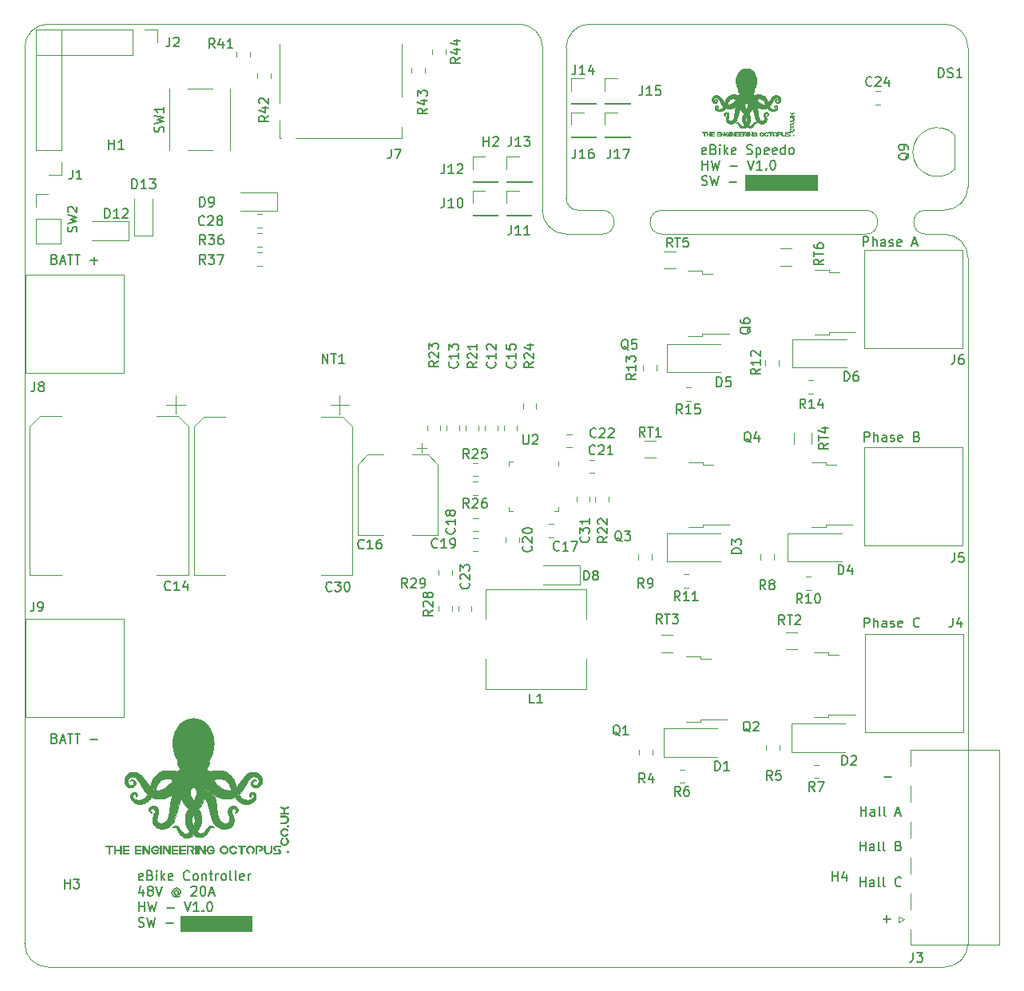
<source format=gbr>
G04 #@! TF.GenerationSoftware,KiCad,Pcbnew,(5.1.5)-3*
G04 #@! TF.CreationDate,2021-01-10T18:58:55+00:00*
G04 #@! TF.ProjectId,Ebike_Controller,4562696b-655f-4436-9f6e-74726f6c6c65,rev?*
G04 #@! TF.SameCoordinates,Original*
G04 #@! TF.FileFunction,Legend,Top*
G04 #@! TF.FilePolarity,Positive*
%FSLAX46Y46*%
G04 Gerber Fmt 4.6, Leading zero omitted, Abs format (unit mm)*
G04 Created by KiCad (PCBNEW (5.1.5)-3) date 2021-01-10 18:58:55*
%MOMM*%
%LPD*%
G04 APERTURE LIST*
%ADD10C,0.150000*%
%ADD11C,0.100000*%
%ADD12C,0.050000*%
%ADD13C,0.010000*%
%ADD14C,0.120000*%
%ADD15C,0.153000*%
G04 APERTURE END LIST*
D10*
X137019047Y-122952380D02*
X137019047Y-121952380D01*
X137400000Y-121952380D01*
X137495238Y-122000000D01*
X137542857Y-122047619D01*
X137590476Y-122142857D01*
X137590476Y-122285714D01*
X137542857Y-122380952D01*
X137495238Y-122428571D01*
X137400000Y-122476190D01*
X137019047Y-122476190D01*
X138019047Y-122952380D02*
X138019047Y-121952380D01*
X138447619Y-122952380D02*
X138447619Y-122428571D01*
X138400000Y-122333333D01*
X138304761Y-122285714D01*
X138161904Y-122285714D01*
X138066666Y-122333333D01*
X138019047Y-122380952D01*
X139352380Y-122952380D02*
X139352380Y-122428571D01*
X139304761Y-122333333D01*
X139209523Y-122285714D01*
X139019047Y-122285714D01*
X138923809Y-122333333D01*
X139352380Y-122904761D02*
X139257142Y-122952380D01*
X139019047Y-122952380D01*
X138923809Y-122904761D01*
X138876190Y-122809523D01*
X138876190Y-122714285D01*
X138923809Y-122619047D01*
X139019047Y-122571428D01*
X139257142Y-122571428D01*
X139352380Y-122523809D01*
X139780952Y-122904761D02*
X139876190Y-122952380D01*
X140066666Y-122952380D01*
X140161904Y-122904761D01*
X140209523Y-122809523D01*
X140209523Y-122761904D01*
X140161904Y-122666666D01*
X140066666Y-122619047D01*
X139923809Y-122619047D01*
X139828571Y-122571428D01*
X139780952Y-122476190D01*
X139780952Y-122428571D01*
X139828571Y-122333333D01*
X139923809Y-122285714D01*
X140066666Y-122285714D01*
X140161904Y-122333333D01*
X141019047Y-122904761D02*
X140923809Y-122952380D01*
X140733333Y-122952380D01*
X140638095Y-122904761D01*
X140590476Y-122809523D01*
X140590476Y-122428571D01*
X140638095Y-122333333D01*
X140733333Y-122285714D01*
X140923809Y-122285714D01*
X141019047Y-122333333D01*
X141066666Y-122428571D01*
X141066666Y-122523809D01*
X140590476Y-122619047D01*
X142828571Y-122857142D02*
X142780952Y-122904761D01*
X142638095Y-122952380D01*
X142542857Y-122952380D01*
X142400000Y-122904761D01*
X142304761Y-122809523D01*
X142257142Y-122714285D01*
X142209523Y-122523809D01*
X142209523Y-122380952D01*
X142257142Y-122190476D01*
X142304761Y-122095238D01*
X142400000Y-122000000D01*
X142542857Y-121952380D01*
X142638095Y-121952380D01*
X142780952Y-122000000D01*
X142828571Y-122047619D01*
X137019047Y-103252380D02*
X137019047Y-102252380D01*
X137400000Y-102252380D01*
X137495238Y-102300000D01*
X137542857Y-102347619D01*
X137590476Y-102442857D01*
X137590476Y-102585714D01*
X137542857Y-102680952D01*
X137495238Y-102728571D01*
X137400000Y-102776190D01*
X137019047Y-102776190D01*
X138019047Y-103252380D02*
X138019047Y-102252380D01*
X138447619Y-103252380D02*
X138447619Y-102728571D01*
X138400000Y-102633333D01*
X138304761Y-102585714D01*
X138161904Y-102585714D01*
X138066666Y-102633333D01*
X138019047Y-102680952D01*
X139352380Y-103252380D02*
X139352380Y-102728571D01*
X139304761Y-102633333D01*
X139209523Y-102585714D01*
X139019047Y-102585714D01*
X138923809Y-102633333D01*
X139352380Y-103204761D02*
X139257142Y-103252380D01*
X139019047Y-103252380D01*
X138923809Y-103204761D01*
X138876190Y-103109523D01*
X138876190Y-103014285D01*
X138923809Y-102919047D01*
X139019047Y-102871428D01*
X139257142Y-102871428D01*
X139352380Y-102823809D01*
X139780952Y-103204761D02*
X139876190Y-103252380D01*
X140066666Y-103252380D01*
X140161904Y-103204761D01*
X140209523Y-103109523D01*
X140209523Y-103061904D01*
X140161904Y-102966666D01*
X140066666Y-102919047D01*
X139923809Y-102919047D01*
X139828571Y-102871428D01*
X139780952Y-102776190D01*
X139780952Y-102728571D01*
X139828571Y-102633333D01*
X139923809Y-102585714D01*
X140066666Y-102585714D01*
X140161904Y-102633333D01*
X141019047Y-103204761D02*
X140923809Y-103252380D01*
X140733333Y-103252380D01*
X140638095Y-103204761D01*
X140590476Y-103109523D01*
X140590476Y-102728571D01*
X140638095Y-102633333D01*
X140733333Y-102585714D01*
X140923809Y-102585714D01*
X141019047Y-102633333D01*
X141066666Y-102728571D01*
X141066666Y-102823809D01*
X140590476Y-102919047D01*
X142590476Y-102728571D02*
X142733333Y-102776190D01*
X142780952Y-102823809D01*
X142828571Y-102919047D01*
X142828571Y-103061904D01*
X142780952Y-103157142D01*
X142733333Y-103204761D01*
X142638095Y-103252380D01*
X142257142Y-103252380D01*
X142257142Y-102252380D01*
X142590476Y-102252380D01*
X142685714Y-102300000D01*
X142733333Y-102347619D01*
X142780952Y-102442857D01*
X142780952Y-102538095D01*
X142733333Y-102633333D01*
X142685714Y-102680952D01*
X142590476Y-102728571D01*
X142257142Y-102728571D01*
X136890476Y-82552380D02*
X136890476Y-81552380D01*
X137271428Y-81552380D01*
X137366666Y-81600000D01*
X137414285Y-81647619D01*
X137461904Y-81742857D01*
X137461904Y-81885714D01*
X137414285Y-81980952D01*
X137366666Y-82028571D01*
X137271428Y-82076190D01*
X136890476Y-82076190D01*
X137890476Y-82552380D02*
X137890476Y-81552380D01*
X138319047Y-82552380D02*
X138319047Y-82028571D01*
X138271428Y-81933333D01*
X138176190Y-81885714D01*
X138033333Y-81885714D01*
X137938095Y-81933333D01*
X137890476Y-81980952D01*
X139223809Y-82552380D02*
X139223809Y-82028571D01*
X139176190Y-81933333D01*
X139080952Y-81885714D01*
X138890476Y-81885714D01*
X138795238Y-81933333D01*
X139223809Y-82504761D02*
X139128571Y-82552380D01*
X138890476Y-82552380D01*
X138795238Y-82504761D01*
X138747619Y-82409523D01*
X138747619Y-82314285D01*
X138795238Y-82219047D01*
X138890476Y-82171428D01*
X139128571Y-82171428D01*
X139223809Y-82123809D01*
X139652380Y-82504761D02*
X139747619Y-82552380D01*
X139938095Y-82552380D01*
X140033333Y-82504761D01*
X140080952Y-82409523D01*
X140080952Y-82361904D01*
X140033333Y-82266666D01*
X139938095Y-82219047D01*
X139795238Y-82219047D01*
X139700000Y-82171428D01*
X139652380Y-82076190D01*
X139652380Y-82028571D01*
X139700000Y-81933333D01*
X139795238Y-81885714D01*
X139938095Y-81885714D01*
X140033333Y-81933333D01*
X140890476Y-82504761D02*
X140795238Y-82552380D01*
X140604761Y-82552380D01*
X140509523Y-82504761D01*
X140461904Y-82409523D01*
X140461904Y-82028571D01*
X140509523Y-81933333D01*
X140604761Y-81885714D01*
X140795238Y-81885714D01*
X140890476Y-81933333D01*
X140938095Y-82028571D01*
X140938095Y-82123809D01*
X140461904Y-82219047D01*
X142080952Y-82266666D02*
X142557142Y-82266666D01*
X141985714Y-82552380D02*
X142319047Y-81552380D01*
X142652380Y-82552380D01*
X120216547Y-72754761D02*
X120121309Y-72802380D01*
X119930833Y-72802380D01*
X119835595Y-72754761D01*
X119787976Y-72659523D01*
X119787976Y-72278571D01*
X119835595Y-72183333D01*
X119930833Y-72135714D01*
X120121309Y-72135714D01*
X120216547Y-72183333D01*
X120264166Y-72278571D01*
X120264166Y-72373809D01*
X119787976Y-72469047D01*
X121026071Y-72278571D02*
X121168928Y-72326190D01*
X121216547Y-72373809D01*
X121264166Y-72469047D01*
X121264166Y-72611904D01*
X121216547Y-72707142D01*
X121168928Y-72754761D01*
X121073690Y-72802380D01*
X120692738Y-72802380D01*
X120692738Y-71802380D01*
X121026071Y-71802380D01*
X121121309Y-71850000D01*
X121168928Y-71897619D01*
X121216547Y-71992857D01*
X121216547Y-72088095D01*
X121168928Y-72183333D01*
X121121309Y-72230952D01*
X121026071Y-72278571D01*
X120692738Y-72278571D01*
X121692738Y-72802380D02*
X121692738Y-72135714D01*
X121692738Y-71802380D02*
X121645119Y-71850000D01*
X121692738Y-71897619D01*
X121740357Y-71850000D01*
X121692738Y-71802380D01*
X121692738Y-71897619D01*
X122168928Y-72802380D02*
X122168928Y-71802380D01*
X122264166Y-72421428D02*
X122549880Y-72802380D01*
X122549880Y-72135714D02*
X122168928Y-72516666D01*
X123359404Y-72754761D02*
X123264166Y-72802380D01*
X123073690Y-72802380D01*
X122978452Y-72754761D01*
X122930833Y-72659523D01*
X122930833Y-72278571D01*
X122978452Y-72183333D01*
X123073690Y-72135714D01*
X123264166Y-72135714D01*
X123359404Y-72183333D01*
X123407023Y-72278571D01*
X123407023Y-72373809D01*
X122930833Y-72469047D01*
X124549880Y-72754761D02*
X124692738Y-72802380D01*
X124930833Y-72802380D01*
X125026071Y-72754761D01*
X125073690Y-72707142D01*
X125121309Y-72611904D01*
X125121309Y-72516666D01*
X125073690Y-72421428D01*
X125026071Y-72373809D01*
X124930833Y-72326190D01*
X124740357Y-72278571D01*
X124645119Y-72230952D01*
X124597500Y-72183333D01*
X124549880Y-72088095D01*
X124549880Y-71992857D01*
X124597500Y-71897619D01*
X124645119Y-71850000D01*
X124740357Y-71802380D01*
X124978452Y-71802380D01*
X125121309Y-71850000D01*
X125549880Y-72135714D02*
X125549880Y-73135714D01*
X125549880Y-72183333D02*
X125645119Y-72135714D01*
X125835595Y-72135714D01*
X125930833Y-72183333D01*
X125978452Y-72230952D01*
X126026071Y-72326190D01*
X126026071Y-72611904D01*
X125978452Y-72707142D01*
X125930833Y-72754761D01*
X125835595Y-72802380D01*
X125645119Y-72802380D01*
X125549880Y-72754761D01*
X126835595Y-72754761D02*
X126740357Y-72802380D01*
X126549880Y-72802380D01*
X126454642Y-72754761D01*
X126407023Y-72659523D01*
X126407023Y-72278571D01*
X126454642Y-72183333D01*
X126549880Y-72135714D01*
X126740357Y-72135714D01*
X126835595Y-72183333D01*
X126883214Y-72278571D01*
X126883214Y-72373809D01*
X126407023Y-72469047D01*
X127692738Y-72754761D02*
X127597500Y-72802380D01*
X127407023Y-72802380D01*
X127311785Y-72754761D01*
X127264166Y-72659523D01*
X127264166Y-72278571D01*
X127311785Y-72183333D01*
X127407023Y-72135714D01*
X127597500Y-72135714D01*
X127692738Y-72183333D01*
X127740357Y-72278571D01*
X127740357Y-72373809D01*
X127264166Y-72469047D01*
X128597500Y-72802380D02*
X128597500Y-71802380D01*
X128597500Y-72754761D02*
X128502261Y-72802380D01*
X128311785Y-72802380D01*
X128216547Y-72754761D01*
X128168928Y-72707142D01*
X128121309Y-72611904D01*
X128121309Y-72326190D01*
X128168928Y-72230952D01*
X128216547Y-72183333D01*
X128311785Y-72135714D01*
X128502261Y-72135714D01*
X128597500Y-72183333D01*
X129216547Y-72802380D02*
X129121309Y-72754761D01*
X129073690Y-72707142D01*
X129026071Y-72611904D01*
X129026071Y-72326190D01*
X129073690Y-72230952D01*
X129121309Y-72183333D01*
X129216547Y-72135714D01*
X129359404Y-72135714D01*
X129454642Y-72183333D01*
X129502261Y-72230952D01*
X129549880Y-72326190D01*
X129549880Y-72611904D01*
X129502261Y-72707142D01*
X129454642Y-72754761D01*
X129359404Y-72802380D01*
X129216547Y-72802380D01*
X119835595Y-74452380D02*
X119835595Y-73452380D01*
X119835595Y-73928571D02*
X120407023Y-73928571D01*
X120407023Y-74452380D02*
X120407023Y-73452380D01*
X120787976Y-73452380D02*
X121026071Y-74452380D01*
X121216547Y-73738095D01*
X121407023Y-74452380D01*
X121645119Y-73452380D01*
X122787976Y-74071428D02*
X123549880Y-74071428D01*
X124645119Y-73452380D02*
X124978452Y-74452380D01*
X125311785Y-73452380D01*
X126168928Y-74452380D02*
X125597500Y-74452380D01*
X125883214Y-74452380D02*
X125883214Y-73452380D01*
X125787976Y-73595238D01*
X125692738Y-73690476D01*
X125597500Y-73738095D01*
X126597500Y-74357142D02*
X126645119Y-74404761D01*
X126597500Y-74452380D01*
X126549880Y-74404761D01*
X126597500Y-74357142D01*
X126597500Y-74452380D01*
X127264166Y-73452380D02*
X127359404Y-73452380D01*
X127454642Y-73500000D01*
X127502261Y-73547619D01*
X127549880Y-73642857D01*
X127597500Y-73833333D01*
X127597500Y-74071428D01*
X127549880Y-74261904D01*
X127502261Y-74357142D01*
X127454642Y-74404761D01*
X127359404Y-74452380D01*
X127264166Y-74452380D01*
X127168928Y-74404761D01*
X127121309Y-74357142D01*
X127073690Y-74261904D01*
X127026071Y-74071428D01*
X127026071Y-73833333D01*
X127073690Y-73642857D01*
X127121309Y-73547619D01*
X127168928Y-73500000D01*
X127264166Y-73452380D01*
X119787976Y-76054761D02*
X119930833Y-76102380D01*
X120168928Y-76102380D01*
X120264166Y-76054761D01*
X120311785Y-76007142D01*
X120359404Y-75911904D01*
X120359404Y-75816666D01*
X120311785Y-75721428D01*
X120264166Y-75673809D01*
X120168928Y-75626190D01*
X119978452Y-75578571D01*
X119883214Y-75530952D01*
X119835595Y-75483333D01*
X119787976Y-75388095D01*
X119787976Y-75292857D01*
X119835595Y-75197619D01*
X119883214Y-75150000D01*
X119978452Y-75102380D01*
X120216547Y-75102380D01*
X120359404Y-75150000D01*
X120692738Y-75102380D02*
X120930833Y-76102380D01*
X121121309Y-75388095D01*
X121311785Y-76102380D01*
X121549880Y-75102380D01*
X122692738Y-75721428D02*
X123454642Y-75721428D01*
D11*
G36*
X132000000Y-76600000D02*
G01*
X124400000Y-76600000D01*
X124400000Y-75000000D01*
X132000000Y-75000000D01*
X132000000Y-76600000D01*
G37*
X132000000Y-76600000D02*
X124400000Y-76600000D01*
X124400000Y-75000000D01*
X132000000Y-75000000D01*
X132000000Y-76600000D01*
G36*
X72100000Y-155200000D02*
G01*
X64500000Y-155200000D01*
X64500000Y-153600000D01*
X72100000Y-153600000D01*
X72100000Y-155200000D01*
G37*
X72100000Y-155200000D02*
X64500000Y-155200000D01*
X64500000Y-153600000D01*
X72100000Y-153600000D01*
X72100000Y-155200000D01*
D10*
X60516547Y-149729761D02*
X60421309Y-149777380D01*
X60230833Y-149777380D01*
X60135595Y-149729761D01*
X60087976Y-149634523D01*
X60087976Y-149253571D01*
X60135595Y-149158333D01*
X60230833Y-149110714D01*
X60421309Y-149110714D01*
X60516547Y-149158333D01*
X60564166Y-149253571D01*
X60564166Y-149348809D01*
X60087976Y-149444047D01*
X61326071Y-149253571D02*
X61468928Y-149301190D01*
X61516547Y-149348809D01*
X61564166Y-149444047D01*
X61564166Y-149586904D01*
X61516547Y-149682142D01*
X61468928Y-149729761D01*
X61373690Y-149777380D01*
X60992738Y-149777380D01*
X60992738Y-148777380D01*
X61326071Y-148777380D01*
X61421309Y-148825000D01*
X61468928Y-148872619D01*
X61516547Y-148967857D01*
X61516547Y-149063095D01*
X61468928Y-149158333D01*
X61421309Y-149205952D01*
X61326071Y-149253571D01*
X60992738Y-149253571D01*
X61992738Y-149777380D02*
X61992738Y-149110714D01*
X61992738Y-148777380D02*
X61945119Y-148825000D01*
X61992738Y-148872619D01*
X62040357Y-148825000D01*
X61992738Y-148777380D01*
X61992738Y-148872619D01*
X62468928Y-149777380D02*
X62468928Y-148777380D01*
X62564166Y-149396428D02*
X62849880Y-149777380D01*
X62849880Y-149110714D02*
X62468928Y-149491666D01*
X63659404Y-149729761D02*
X63564166Y-149777380D01*
X63373690Y-149777380D01*
X63278452Y-149729761D01*
X63230833Y-149634523D01*
X63230833Y-149253571D01*
X63278452Y-149158333D01*
X63373690Y-149110714D01*
X63564166Y-149110714D01*
X63659404Y-149158333D01*
X63707023Y-149253571D01*
X63707023Y-149348809D01*
X63230833Y-149444047D01*
X65468928Y-149682142D02*
X65421309Y-149729761D01*
X65278452Y-149777380D01*
X65183214Y-149777380D01*
X65040357Y-149729761D01*
X64945119Y-149634523D01*
X64897500Y-149539285D01*
X64849880Y-149348809D01*
X64849880Y-149205952D01*
X64897500Y-149015476D01*
X64945119Y-148920238D01*
X65040357Y-148825000D01*
X65183214Y-148777380D01*
X65278452Y-148777380D01*
X65421309Y-148825000D01*
X65468928Y-148872619D01*
X66040357Y-149777380D02*
X65945119Y-149729761D01*
X65897500Y-149682142D01*
X65849880Y-149586904D01*
X65849880Y-149301190D01*
X65897500Y-149205952D01*
X65945119Y-149158333D01*
X66040357Y-149110714D01*
X66183214Y-149110714D01*
X66278452Y-149158333D01*
X66326071Y-149205952D01*
X66373690Y-149301190D01*
X66373690Y-149586904D01*
X66326071Y-149682142D01*
X66278452Y-149729761D01*
X66183214Y-149777380D01*
X66040357Y-149777380D01*
X66802261Y-149110714D02*
X66802261Y-149777380D01*
X66802261Y-149205952D02*
X66849880Y-149158333D01*
X66945119Y-149110714D01*
X67087976Y-149110714D01*
X67183214Y-149158333D01*
X67230833Y-149253571D01*
X67230833Y-149777380D01*
X67564166Y-149110714D02*
X67945119Y-149110714D01*
X67707023Y-148777380D02*
X67707023Y-149634523D01*
X67754642Y-149729761D01*
X67849880Y-149777380D01*
X67945119Y-149777380D01*
X68278452Y-149777380D02*
X68278452Y-149110714D01*
X68278452Y-149301190D02*
X68326071Y-149205952D01*
X68373690Y-149158333D01*
X68468928Y-149110714D01*
X68564166Y-149110714D01*
X69040357Y-149777380D02*
X68945119Y-149729761D01*
X68897500Y-149682142D01*
X68849880Y-149586904D01*
X68849880Y-149301190D01*
X68897500Y-149205952D01*
X68945119Y-149158333D01*
X69040357Y-149110714D01*
X69183214Y-149110714D01*
X69278452Y-149158333D01*
X69326071Y-149205952D01*
X69373690Y-149301190D01*
X69373690Y-149586904D01*
X69326071Y-149682142D01*
X69278452Y-149729761D01*
X69183214Y-149777380D01*
X69040357Y-149777380D01*
X69945119Y-149777380D02*
X69849880Y-149729761D01*
X69802261Y-149634523D01*
X69802261Y-148777380D01*
X70468928Y-149777380D02*
X70373690Y-149729761D01*
X70326071Y-149634523D01*
X70326071Y-148777380D01*
X71230833Y-149729761D02*
X71135595Y-149777380D01*
X70945119Y-149777380D01*
X70849880Y-149729761D01*
X70802261Y-149634523D01*
X70802261Y-149253571D01*
X70849880Y-149158333D01*
X70945119Y-149110714D01*
X71135595Y-149110714D01*
X71230833Y-149158333D01*
X71278452Y-149253571D01*
X71278452Y-149348809D01*
X70802261Y-149444047D01*
X71707023Y-149777380D02*
X71707023Y-149110714D01*
X71707023Y-149301190D02*
X71754642Y-149205952D01*
X71802261Y-149158333D01*
X71897500Y-149110714D01*
X71992738Y-149110714D01*
X60564166Y-150760714D02*
X60564166Y-151427380D01*
X60326071Y-150379761D02*
X60087976Y-151094047D01*
X60707023Y-151094047D01*
X61230833Y-150855952D02*
X61135595Y-150808333D01*
X61087976Y-150760714D01*
X61040357Y-150665476D01*
X61040357Y-150617857D01*
X61087976Y-150522619D01*
X61135595Y-150475000D01*
X61230833Y-150427380D01*
X61421309Y-150427380D01*
X61516547Y-150475000D01*
X61564166Y-150522619D01*
X61611785Y-150617857D01*
X61611785Y-150665476D01*
X61564166Y-150760714D01*
X61516547Y-150808333D01*
X61421309Y-150855952D01*
X61230833Y-150855952D01*
X61135595Y-150903571D01*
X61087976Y-150951190D01*
X61040357Y-151046428D01*
X61040357Y-151236904D01*
X61087976Y-151332142D01*
X61135595Y-151379761D01*
X61230833Y-151427380D01*
X61421309Y-151427380D01*
X61516547Y-151379761D01*
X61564166Y-151332142D01*
X61611785Y-151236904D01*
X61611785Y-151046428D01*
X61564166Y-150951190D01*
X61516547Y-150903571D01*
X61421309Y-150855952D01*
X61897500Y-150427380D02*
X62230833Y-151427380D01*
X62564166Y-150427380D01*
X64278452Y-150951190D02*
X64230833Y-150903571D01*
X64135595Y-150855952D01*
X64040357Y-150855952D01*
X63945119Y-150903571D01*
X63897500Y-150951190D01*
X63849880Y-151046428D01*
X63849880Y-151141666D01*
X63897500Y-151236904D01*
X63945119Y-151284523D01*
X64040357Y-151332142D01*
X64135595Y-151332142D01*
X64230833Y-151284523D01*
X64278452Y-151236904D01*
X64278452Y-150855952D02*
X64278452Y-151236904D01*
X64326071Y-151284523D01*
X64373690Y-151284523D01*
X64468928Y-151236904D01*
X64516547Y-151141666D01*
X64516547Y-150903571D01*
X64421309Y-150760714D01*
X64278452Y-150665476D01*
X64087976Y-150617857D01*
X63897500Y-150665476D01*
X63754642Y-150760714D01*
X63659404Y-150903571D01*
X63611785Y-151094047D01*
X63659404Y-151284523D01*
X63754642Y-151427380D01*
X63897500Y-151522619D01*
X64087976Y-151570238D01*
X64278452Y-151522619D01*
X64421309Y-151427380D01*
X65659404Y-150522619D02*
X65707023Y-150475000D01*
X65802261Y-150427380D01*
X66040357Y-150427380D01*
X66135595Y-150475000D01*
X66183214Y-150522619D01*
X66230833Y-150617857D01*
X66230833Y-150713095D01*
X66183214Y-150855952D01*
X65611785Y-151427380D01*
X66230833Y-151427380D01*
X66849880Y-150427380D02*
X66945119Y-150427380D01*
X67040357Y-150475000D01*
X67087976Y-150522619D01*
X67135595Y-150617857D01*
X67183214Y-150808333D01*
X67183214Y-151046428D01*
X67135595Y-151236904D01*
X67087976Y-151332142D01*
X67040357Y-151379761D01*
X66945119Y-151427380D01*
X66849880Y-151427380D01*
X66754642Y-151379761D01*
X66707023Y-151332142D01*
X66659404Y-151236904D01*
X66611785Y-151046428D01*
X66611785Y-150808333D01*
X66659404Y-150617857D01*
X66707023Y-150522619D01*
X66754642Y-150475000D01*
X66849880Y-150427380D01*
X67564166Y-151141666D02*
X68040357Y-151141666D01*
X67468928Y-151427380D02*
X67802261Y-150427380D01*
X68135595Y-151427380D01*
X60135595Y-153077380D02*
X60135595Y-152077380D01*
X60135595Y-152553571D02*
X60707023Y-152553571D01*
X60707023Y-153077380D02*
X60707023Y-152077380D01*
X61087976Y-152077380D02*
X61326071Y-153077380D01*
X61516547Y-152363095D01*
X61707023Y-153077380D01*
X61945119Y-152077380D01*
X63087976Y-152696428D02*
X63849880Y-152696428D01*
X64945119Y-152077380D02*
X65278452Y-153077380D01*
X65611785Y-152077380D01*
X66468928Y-153077380D02*
X65897500Y-153077380D01*
X66183214Y-153077380D02*
X66183214Y-152077380D01*
X66087976Y-152220238D01*
X65992738Y-152315476D01*
X65897500Y-152363095D01*
X66897500Y-152982142D02*
X66945119Y-153029761D01*
X66897500Y-153077380D01*
X66849880Y-153029761D01*
X66897500Y-152982142D01*
X66897500Y-153077380D01*
X67564166Y-152077380D02*
X67659404Y-152077380D01*
X67754642Y-152125000D01*
X67802261Y-152172619D01*
X67849880Y-152267857D01*
X67897500Y-152458333D01*
X67897500Y-152696428D01*
X67849880Y-152886904D01*
X67802261Y-152982142D01*
X67754642Y-153029761D01*
X67659404Y-153077380D01*
X67564166Y-153077380D01*
X67468928Y-153029761D01*
X67421309Y-152982142D01*
X67373690Y-152886904D01*
X67326071Y-152696428D01*
X67326071Y-152458333D01*
X67373690Y-152267857D01*
X67421309Y-152172619D01*
X67468928Y-152125000D01*
X67564166Y-152077380D01*
X60087976Y-154679761D02*
X60230833Y-154727380D01*
X60468928Y-154727380D01*
X60564166Y-154679761D01*
X60611785Y-154632142D01*
X60659404Y-154536904D01*
X60659404Y-154441666D01*
X60611785Y-154346428D01*
X60564166Y-154298809D01*
X60468928Y-154251190D01*
X60278452Y-154203571D01*
X60183214Y-154155952D01*
X60135595Y-154108333D01*
X60087976Y-154013095D01*
X60087976Y-153917857D01*
X60135595Y-153822619D01*
X60183214Y-153775000D01*
X60278452Y-153727380D01*
X60516547Y-153727380D01*
X60659404Y-153775000D01*
X60992738Y-153727380D02*
X61230833Y-154727380D01*
X61421309Y-154013095D01*
X61611785Y-154727380D01*
X61849880Y-153727380D01*
X62992738Y-154346428D02*
X63754642Y-154346428D01*
X139019047Y-153871428D02*
X139780952Y-153871428D01*
X139400000Y-154252380D02*
X139400000Y-153490476D01*
X139119047Y-138871428D02*
X139880952Y-138871428D01*
X136557142Y-150452380D02*
X136557142Y-149452380D01*
X136557142Y-149928571D02*
X137128571Y-149928571D01*
X137128571Y-150452380D02*
X137128571Y-149452380D01*
X138033333Y-150452380D02*
X138033333Y-149928571D01*
X137985714Y-149833333D01*
X137890476Y-149785714D01*
X137700000Y-149785714D01*
X137604761Y-149833333D01*
X138033333Y-150404761D02*
X137938095Y-150452380D01*
X137700000Y-150452380D01*
X137604761Y-150404761D01*
X137557142Y-150309523D01*
X137557142Y-150214285D01*
X137604761Y-150119047D01*
X137700000Y-150071428D01*
X137938095Y-150071428D01*
X138033333Y-150023809D01*
X138652380Y-150452380D02*
X138557142Y-150404761D01*
X138509523Y-150309523D01*
X138509523Y-149452380D01*
X139176190Y-150452380D02*
X139080952Y-150404761D01*
X139033333Y-150309523D01*
X139033333Y-149452380D01*
X140890476Y-150357142D02*
X140842857Y-150404761D01*
X140700000Y-150452380D01*
X140604761Y-150452380D01*
X140461904Y-150404761D01*
X140366666Y-150309523D01*
X140319047Y-150214285D01*
X140271428Y-150023809D01*
X140271428Y-149880952D01*
X140319047Y-149690476D01*
X140366666Y-149595238D01*
X140461904Y-149500000D01*
X140604761Y-149452380D01*
X140700000Y-149452380D01*
X140842857Y-149500000D01*
X140890476Y-149547619D01*
X136557142Y-146652380D02*
X136557142Y-145652380D01*
X136557142Y-146128571D02*
X137128571Y-146128571D01*
X137128571Y-146652380D02*
X137128571Y-145652380D01*
X138033333Y-146652380D02*
X138033333Y-146128571D01*
X137985714Y-146033333D01*
X137890476Y-145985714D01*
X137700000Y-145985714D01*
X137604761Y-146033333D01*
X138033333Y-146604761D02*
X137938095Y-146652380D01*
X137700000Y-146652380D01*
X137604761Y-146604761D01*
X137557142Y-146509523D01*
X137557142Y-146414285D01*
X137604761Y-146319047D01*
X137700000Y-146271428D01*
X137938095Y-146271428D01*
X138033333Y-146223809D01*
X138652380Y-146652380D02*
X138557142Y-146604761D01*
X138509523Y-146509523D01*
X138509523Y-145652380D01*
X139176190Y-146652380D02*
X139080952Y-146604761D01*
X139033333Y-146509523D01*
X139033333Y-145652380D01*
X140652380Y-146128571D02*
X140795238Y-146176190D01*
X140842857Y-146223809D01*
X140890476Y-146319047D01*
X140890476Y-146461904D01*
X140842857Y-146557142D01*
X140795238Y-146604761D01*
X140700000Y-146652380D01*
X140319047Y-146652380D01*
X140319047Y-145652380D01*
X140652380Y-145652380D01*
X140747619Y-145700000D01*
X140795238Y-145747619D01*
X140842857Y-145842857D01*
X140842857Y-145938095D01*
X140795238Y-146033333D01*
X140747619Y-146080952D01*
X140652380Y-146128571D01*
X140319047Y-146128571D01*
X136628571Y-142952380D02*
X136628571Y-141952380D01*
X136628571Y-142428571D02*
X137200000Y-142428571D01*
X137200000Y-142952380D02*
X137200000Y-141952380D01*
X138104761Y-142952380D02*
X138104761Y-142428571D01*
X138057142Y-142333333D01*
X137961904Y-142285714D01*
X137771428Y-142285714D01*
X137676190Y-142333333D01*
X138104761Y-142904761D02*
X138009523Y-142952380D01*
X137771428Y-142952380D01*
X137676190Y-142904761D01*
X137628571Y-142809523D01*
X137628571Y-142714285D01*
X137676190Y-142619047D01*
X137771428Y-142571428D01*
X138009523Y-142571428D01*
X138104761Y-142523809D01*
X138723809Y-142952380D02*
X138628571Y-142904761D01*
X138580952Y-142809523D01*
X138580952Y-141952380D01*
X139247619Y-142952380D02*
X139152380Y-142904761D01*
X139104761Y-142809523D01*
X139104761Y-141952380D01*
X140342857Y-142666666D02*
X140819047Y-142666666D01*
X140247619Y-142952380D02*
X140580952Y-141952380D01*
X140914285Y-142952380D01*
X51180952Y-134728571D02*
X51323809Y-134776190D01*
X51371428Y-134823809D01*
X51419047Y-134919047D01*
X51419047Y-135061904D01*
X51371428Y-135157142D01*
X51323809Y-135204761D01*
X51228571Y-135252380D01*
X50847619Y-135252380D01*
X50847619Y-134252380D01*
X51180952Y-134252380D01*
X51276190Y-134300000D01*
X51323809Y-134347619D01*
X51371428Y-134442857D01*
X51371428Y-134538095D01*
X51323809Y-134633333D01*
X51276190Y-134680952D01*
X51180952Y-134728571D01*
X50847619Y-134728571D01*
X51800000Y-134966666D02*
X52276190Y-134966666D01*
X51704761Y-135252380D02*
X52038095Y-134252380D01*
X52371428Y-135252380D01*
X52561904Y-134252380D02*
X53133333Y-134252380D01*
X52847619Y-135252380D02*
X52847619Y-134252380D01*
X53323809Y-134252380D02*
X53895238Y-134252380D01*
X53609523Y-135252380D02*
X53609523Y-134252380D01*
X54990476Y-134871428D02*
X55752380Y-134871428D01*
X51180952Y-83928571D02*
X51323809Y-83976190D01*
X51371428Y-84023809D01*
X51419047Y-84119047D01*
X51419047Y-84261904D01*
X51371428Y-84357142D01*
X51323809Y-84404761D01*
X51228571Y-84452380D01*
X50847619Y-84452380D01*
X50847619Y-83452380D01*
X51180952Y-83452380D01*
X51276190Y-83500000D01*
X51323809Y-83547619D01*
X51371428Y-83642857D01*
X51371428Y-83738095D01*
X51323809Y-83833333D01*
X51276190Y-83880952D01*
X51180952Y-83928571D01*
X50847619Y-83928571D01*
X51800000Y-84166666D02*
X52276190Y-84166666D01*
X51704761Y-84452380D02*
X52038095Y-83452380D01*
X52371428Y-84452380D01*
X52561904Y-83452380D02*
X53133333Y-83452380D01*
X52847619Y-84452380D02*
X52847619Y-83452380D01*
X53323809Y-83452380D02*
X53895238Y-83452380D01*
X53609523Y-84452380D02*
X53609523Y-83452380D01*
X54990476Y-84071428D02*
X55752380Y-84071428D01*
X55371428Y-84452380D02*
X55371428Y-83690476D01*
D12*
X102910000Y-61500000D02*
X102870000Y-78740000D01*
X100410000Y-59000000D02*
G75*
G02X102910000Y-61500000I0J-2500000D01*
G01*
X105410000Y-61500000D02*
G75*
G02X107910000Y-59000000I2500000J0D01*
G01*
X145500000Y-59000000D02*
G75*
G02X148000000Y-61500000I0J-2500000D01*
G01*
X148000000Y-76240000D02*
G75*
G02X145500000Y-78740000I-2500000J0D01*
G01*
X145500000Y-81280000D02*
G75*
G02X148000000Y-83780000I0J-2500000D01*
G01*
X148000000Y-156500000D02*
G75*
G02X145500000Y-159000000I-2500000J0D01*
G01*
X50500000Y-159000000D02*
G75*
G02X48000000Y-156500000I0J2500000D01*
G01*
X48000000Y-61500000D02*
G75*
G02X50500000Y-59000000I2500000J0D01*
G01*
X143510000Y-81280000D02*
X145500000Y-81280000D01*
X143510000Y-78740000D02*
X145500000Y-78740000D01*
X143510000Y-81280000D02*
G75*
G02X143510000Y-78740000I0J1270000D01*
G01*
X137160000Y-78740000D02*
G75*
G02X137160000Y-81280000I0J-1270000D01*
G01*
X109220000Y-78740000D02*
G75*
G02X109220000Y-81280000I0J-1270000D01*
G01*
X105410000Y-81280000D02*
X109220000Y-81280000D01*
X106680000Y-78740000D02*
X109220000Y-78740000D01*
X106680000Y-78740000D02*
G75*
G02X105410000Y-77470000I0J1270000D01*
G01*
X105410000Y-81280000D02*
G75*
G02X102870000Y-78740000I0J2540000D01*
G01*
X105410000Y-61500000D02*
X105410000Y-77470000D01*
X107910000Y-59000000D02*
X145500000Y-59000000D01*
X115570000Y-81280000D02*
X137160000Y-81280000D01*
X115570000Y-81280000D02*
G75*
G02X115570000Y-78740000I0J1270000D01*
G01*
X137160000Y-78740000D02*
X115570000Y-78740000D01*
X148000000Y-83780000D02*
X148000000Y-156500000D01*
X148000000Y-61500000D02*
X148000000Y-76240000D01*
X48000000Y-156500000D02*
X48000000Y-61500000D01*
X145500000Y-159000000D02*
X50500000Y-159000000D01*
X50500000Y-59000000D02*
X100410000Y-59000000D01*
D13*
G36*
X127662487Y-67625636D02*
G01*
X127705047Y-67638508D01*
X127740933Y-67662101D01*
X127762722Y-67684009D01*
X127787006Y-67718257D01*
X127802292Y-67757267D01*
X127809822Y-67805189D01*
X127811142Y-67846100D01*
X127809976Y-67884856D01*
X127805548Y-67914846D01*
X127796074Y-67944172D01*
X127783005Y-67974027D01*
X127748666Y-68031286D01*
X127701124Y-68086834D01*
X127644054Y-68137623D01*
X127581134Y-68180608D01*
X127516041Y-68212740D01*
X127480470Y-68224732D01*
X127432876Y-68237658D01*
X127397307Y-68246560D01*
X127369539Y-68252179D01*
X127345345Y-68255253D01*
X127320502Y-68256522D01*
X127297579Y-68256734D01*
X127266522Y-68256173D01*
X127242615Y-68254693D01*
X127230408Y-68252594D01*
X127229867Y-68252245D01*
X127219660Y-68248524D01*
X127198051Y-68243641D01*
X127178333Y-68240099D01*
X127124322Y-68226890D01*
X127063297Y-68204638D01*
X127000811Y-68175652D01*
X126942416Y-68142241D01*
X126941400Y-68141590D01*
X126915973Y-68123439D01*
X126884955Y-68098544D01*
X126850782Y-68069192D01*
X126815888Y-68037668D01*
X126782708Y-68006260D01*
X126753677Y-67977253D01*
X126731231Y-67952935D01*
X126717805Y-67935592D01*
X126715067Y-67929070D01*
X126721632Y-67919372D01*
X126738838Y-67904055D01*
X126762757Y-67886577D01*
X126806165Y-67857389D01*
X126837792Y-67835957D01*
X126859954Y-67820660D01*
X126874968Y-67809873D01*
X126885151Y-67801975D01*
X126892285Y-67795827D01*
X126908665Y-67785077D01*
X126924189Y-67785650D01*
X126941472Y-67798784D01*
X126963126Y-67825718D01*
X126967095Y-67831284D01*
X127004913Y-67879809D01*
X127044126Y-67918084D01*
X127091116Y-67952036D01*
X127108767Y-67962915D01*
X127158719Y-67990267D01*
X127204956Y-68009188D01*
X127252385Y-68020833D01*
X127305912Y-68026358D01*
X127370444Y-68026917D01*
X127379635Y-68026693D01*
X127426669Y-68025089D01*
X127461002Y-68022799D01*
X127486869Y-68019123D01*
X127508503Y-68013360D01*
X127530138Y-68004810D01*
X127540567Y-68000069D01*
X127591175Y-67970802D01*
X127632501Y-67935481D01*
X127663457Y-67896271D01*
X127682951Y-67855336D01*
X127689896Y-67814838D01*
X127683200Y-67776942D01*
X127666814Y-67749383D01*
X127650392Y-67732955D01*
X127632896Y-67725319D01*
X127606778Y-67723341D01*
X127604067Y-67723334D01*
X127577046Y-67724957D01*
X127559155Y-67732005D01*
X127542726Y-67747744D01*
X127540426Y-67750446D01*
X127527327Y-67768193D01*
X127521130Y-67785272D01*
X127520115Y-67808492D01*
X127521163Y-67826646D01*
X127521805Y-67857912D01*
X127517330Y-67873205D01*
X127506692Y-67872989D01*
X127488845Y-67857729D01*
X127477944Y-67845806D01*
X127460053Y-67821188D01*
X127452623Y-67796469D01*
X127451667Y-67777735D01*
X127459883Y-67728962D01*
X127483532Y-67683112D01*
X127514963Y-67648449D01*
X127532023Y-67634625D01*
X127547581Y-67626620D01*
X127567174Y-67622861D01*
X127596336Y-67621774D01*
X127608932Y-67621734D01*
X127662487Y-67625636D01*
G37*
X127662487Y-67625636D02*
X127705047Y-67638508D01*
X127740933Y-67662101D01*
X127762722Y-67684009D01*
X127787006Y-67718257D01*
X127802292Y-67757267D01*
X127809822Y-67805189D01*
X127811142Y-67846100D01*
X127809976Y-67884856D01*
X127805548Y-67914846D01*
X127796074Y-67944172D01*
X127783005Y-67974027D01*
X127748666Y-68031286D01*
X127701124Y-68086834D01*
X127644054Y-68137623D01*
X127581134Y-68180608D01*
X127516041Y-68212740D01*
X127480470Y-68224732D01*
X127432876Y-68237658D01*
X127397307Y-68246560D01*
X127369539Y-68252179D01*
X127345345Y-68255253D01*
X127320502Y-68256522D01*
X127297579Y-68256734D01*
X127266522Y-68256173D01*
X127242615Y-68254693D01*
X127230408Y-68252594D01*
X127229867Y-68252245D01*
X127219660Y-68248524D01*
X127198051Y-68243641D01*
X127178333Y-68240099D01*
X127124322Y-68226890D01*
X127063297Y-68204638D01*
X127000811Y-68175652D01*
X126942416Y-68142241D01*
X126941400Y-68141590D01*
X126915973Y-68123439D01*
X126884955Y-68098544D01*
X126850782Y-68069192D01*
X126815888Y-68037668D01*
X126782708Y-68006260D01*
X126753677Y-67977253D01*
X126731231Y-67952935D01*
X126717805Y-67935592D01*
X126715067Y-67929070D01*
X126721632Y-67919372D01*
X126738838Y-67904055D01*
X126762757Y-67886577D01*
X126806165Y-67857389D01*
X126837792Y-67835957D01*
X126859954Y-67820660D01*
X126874968Y-67809873D01*
X126885151Y-67801975D01*
X126892285Y-67795827D01*
X126908665Y-67785077D01*
X126924189Y-67785650D01*
X126941472Y-67798784D01*
X126963126Y-67825718D01*
X126967095Y-67831284D01*
X127004913Y-67879809D01*
X127044126Y-67918084D01*
X127091116Y-67952036D01*
X127108767Y-67962915D01*
X127158719Y-67990267D01*
X127204956Y-68009188D01*
X127252385Y-68020833D01*
X127305912Y-68026358D01*
X127370444Y-68026917D01*
X127379635Y-68026693D01*
X127426669Y-68025089D01*
X127461002Y-68022799D01*
X127486869Y-68019123D01*
X127508503Y-68013360D01*
X127530138Y-68004810D01*
X127540567Y-68000069D01*
X127591175Y-67970802D01*
X127632501Y-67935481D01*
X127663457Y-67896271D01*
X127682951Y-67855336D01*
X127689896Y-67814838D01*
X127683200Y-67776942D01*
X127666814Y-67749383D01*
X127650392Y-67732955D01*
X127632896Y-67725319D01*
X127606778Y-67723341D01*
X127604067Y-67723334D01*
X127577046Y-67724957D01*
X127559155Y-67732005D01*
X127542726Y-67747744D01*
X127540426Y-67750446D01*
X127527327Y-67768193D01*
X127521130Y-67785272D01*
X127520115Y-67808492D01*
X127521163Y-67826646D01*
X127521805Y-67857912D01*
X127517330Y-67873205D01*
X127506692Y-67872989D01*
X127488845Y-67857729D01*
X127477944Y-67845806D01*
X127460053Y-67821188D01*
X127452623Y-67796469D01*
X127451667Y-67777735D01*
X127459883Y-67728962D01*
X127483532Y-67683112D01*
X127514963Y-67648449D01*
X127532023Y-67634625D01*
X127547581Y-67626620D01*
X127567174Y-67622861D01*
X127596336Y-67621774D01*
X127608932Y-67621734D01*
X127662487Y-67625636D01*
G36*
X121382572Y-67622135D02*
G01*
X121404823Y-67624464D01*
X121421029Y-67630405D01*
X121436636Y-67641644D01*
X121449324Y-67652848D01*
X121480712Y-67685533D01*
X121499100Y-67717234D01*
X121507120Y-67753478D01*
X121508067Y-67776286D01*
X121506746Y-67804849D01*
X121500865Y-67824024D01*
X121487545Y-67841276D01*
X121480147Y-67848673D01*
X121461648Y-67864921D01*
X121447305Y-67874575D01*
X121443624Y-67875734D01*
X121439100Y-67867852D01*
X121437716Y-67846061D01*
X121438570Y-67826646D01*
X121439699Y-67797039D01*
X121436606Y-67777372D01*
X121427572Y-67760837D01*
X121419308Y-67750446D01*
X121402291Y-67733247D01*
X121384673Y-67725336D01*
X121358628Y-67723339D01*
X121356390Y-67723334D01*
X121327309Y-67725671D01*
X121307575Y-67734335D01*
X121296923Y-67743944D01*
X121286963Y-67756389D01*
X121281521Y-67770295D01*
X121279667Y-67790534D01*
X121280470Y-67821978D01*
X121280784Y-67828408D01*
X121282897Y-67861454D01*
X121286700Y-67883419D01*
X121294531Y-67900142D01*
X121308725Y-67917463D01*
X121321954Y-67931277D01*
X121364434Y-67968669D01*
X121410758Y-67996143D01*
X121463642Y-68014532D01*
X121525800Y-68024674D01*
X121599948Y-68027403D01*
X121631779Y-68026673D01*
X121674767Y-68024936D01*
X121706010Y-68022534D01*
X121730686Y-68018200D01*
X121753973Y-68010671D01*
X121781048Y-67998683D01*
X121815334Y-67981842D01*
X121860633Y-67957854D01*
X121895459Y-67935325D01*
X121925378Y-67910294D01*
X121947882Y-67887569D01*
X121972990Y-67859602D01*
X121995216Y-67832855D01*
X122010574Y-67812174D01*
X122012857Y-67808548D01*
X122027064Y-67791134D01*
X122041619Y-67782738D01*
X122043250Y-67782600D01*
X122056643Y-67787690D01*
X122078625Y-67801183D01*
X122104968Y-67820417D01*
X122111274Y-67825433D01*
X122142968Y-67849666D01*
X122176014Y-67872711D01*
X122203476Y-67889742D01*
X122204450Y-67890279D01*
X122228333Y-67905899D01*
X122242448Y-67920368D01*
X122244667Y-67926539D01*
X122238522Y-67938782D01*
X122221697Y-67959483D01*
X122196606Y-67986363D01*
X122165665Y-68017143D01*
X122131288Y-68049544D01*
X122095888Y-68081288D01*
X122061882Y-68110096D01*
X122031683Y-68133689D01*
X122008753Y-68149177D01*
X121948727Y-68181526D01*
X121887277Y-68209198D01*
X121829558Y-68230054D01*
X121788617Y-68240570D01*
X121759356Y-68245127D01*
X121723485Y-68249169D01*
X121684959Y-68252450D01*
X121647735Y-68254724D01*
X121615769Y-68255745D01*
X121593018Y-68255270D01*
X121583621Y-68253292D01*
X121573187Y-68249155D01*
X121551513Y-68243716D01*
X121532821Y-68239947D01*
X121504497Y-68232284D01*
X121467475Y-68218906D01*
X121427955Y-68202145D01*
X121410700Y-68193970D01*
X121373179Y-68174319D01*
X121342292Y-68154732D01*
X121313051Y-68131451D01*
X121280470Y-68100722D01*
X121261671Y-68081701D01*
X121227066Y-68044994D01*
X121202563Y-68015643D01*
X121185449Y-67989937D01*
X121173011Y-67964163D01*
X121169898Y-67956167D01*
X121151354Y-67892977D01*
X121145963Y-67835890D01*
X121153427Y-67780727D01*
X121156466Y-67769453D01*
X121173660Y-67722282D01*
X121195809Y-67686920D01*
X121226525Y-67658296D01*
X121244318Y-67646127D01*
X121266584Y-67633330D01*
X121287065Y-67625956D01*
X121311915Y-67622570D01*
X121347290Y-67621735D01*
X121348833Y-67621734D01*
X121382572Y-67622135D01*
G37*
X121382572Y-67622135D02*
X121404823Y-67624464D01*
X121421029Y-67630405D01*
X121436636Y-67641644D01*
X121449324Y-67652848D01*
X121480712Y-67685533D01*
X121499100Y-67717234D01*
X121507120Y-67753478D01*
X121508067Y-67776286D01*
X121506746Y-67804849D01*
X121500865Y-67824024D01*
X121487545Y-67841276D01*
X121480147Y-67848673D01*
X121461648Y-67864921D01*
X121447305Y-67874575D01*
X121443624Y-67875734D01*
X121439100Y-67867852D01*
X121437716Y-67846061D01*
X121438570Y-67826646D01*
X121439699Y-67797039D01*
X121436606Y-67777372D01*
X121427572Y-67760837D01*
X121419308Y-67750446D01*
X121402291Y-67733247D01*
X121384673Y-67725336D01*
X121358628Y-67723339D01*
X121356390Y-67723334D01*
X121327309Y-67725671D01*
X121307575Y-67734335D01*
X121296923Y-67743944D01*
X121286963Y-67756389D01*
X121281521Y-67770295D01*
X121279667Y-67790534D01*
X121280470Y-67821978D01*
X121280784Y-67828408D01*
X121282897Y-67861454D01*
X121286700Y-67883419D01*
X121294531Y-67900142D01*
X121308725Y-67917463D01*
X121321954Y-67931277D01*
X121364434Y-67968669D01*
X121410758Y-67996143D01*
X121463642Y-68014532D01*
X121525800Y-68024674D01*
X121599948Y-68027403D01*
X121631779Y-68026673D01*
X121674767Y-68024936D01*
X121706010Y-68022534D01*
X121730686Y-68018200D01*
X121753973Y-68010671D01*
X121781048Y-67998683D01*
X121815334Y-67981842D01*
X121860633Y-67957854D01*
X121895459Y-67935325D01*
X121925378Y-67910294D01*
X121947882Y-67887569D01*
X121972990Y-67859602D01*
X121995216Y-67832855D01*
X122010574Y-67812174D01*
X122012857Y-67808548D01*
X122027064Y-67791134D01*
X122041619Y-67782738D01*
X122043250Y-67782600D01*
X122056643Y-67787690D01*
X122078625Y-67801183D01*
X122104968Y-67820417D01*
X122111274Y-67825433D01*
X122142968Y-67849666D01*
X122176014Y-67872711D01*
X122203476Y-67889742D01*
X122204450Y-67890279D01*
X122228333Y-67905899D01*
X122242448Y-67920368D01*
X122244667Y-67926539D01*
X122238522Y-67938782D01*
X122221697Y-67959483D01*
X122196606Y-67986363D01*
X122165665Y-68017143D01*
X122131288Y-68049544D01*
X122095888Y-68081288D01*
X122061882Y-68110096D01*
X122031683Y-68133689D01*
X122008753Y-68149177D01*
X121948727Y-68181526D01*
X121887277Y-68209198D01*
X121829558Y-68230054D01*
X121788617Y-68240570D01*
X121759356Y-68245127D01*
X121723485Y-68249169D01*
X121684959Y-68252450D01*
X121647735Y-68254724D01*
X121615769Y-68255745D01*
X121593018Y-68255270D01*
X121583621Y-68253292D01*
X121573187Y-68249155D01*
X121551513Y-68243716D01*
X121532821Y-68239947D01*
X121504497Y-68232284D01*
X121467475Y-68218906D01*
X121427955Y-68202145D01*
X121410700Y-68193970D01*
X121373179Y-68174319D01*
X121342292Y-68154732D01*
X121313051Y-68131451D01*
X121280470Y-68100722D01*
X121261671Y-68081701D01*
X121227066Y-68044994D01*
X121202563Y-68015643D01*
X121185449Y-67989937D01*
X121173011Y-67964163D01*
X121169898Y-67956167D01*
X121151354Y-67892977D01*
X121145963Y-67835890D01*
X121153427Y-67780727D01*
X121156466Y-67769453D01*
X121173660Y-67722282D01*
X121195809Y-67686920D01*
X121226525Y-67658296D01*
X121244318Y-67646127D01*
X121266584Y-67633330D01*
X121287065Y-67625956D01*
X121311915Y-67622570D01*
X121347290Y-67621735D01*
X121348833Y-67621734D01*
X121382572Y-67622135D01*
G36*
X129515969Y-68374288D02*
G01*
X129517447Y-68392852D01*
X129517515Y-68398551D01*
X129517497Y-68430301D01*
X129426499Y-68476867D01*
X129335500Y-68523434D01*
X129333054Y-68597517D01*
X129330608Y-68671601D01*
X129280467Y-68671601D01*
X129280467Y-68523061D01*
X129102667Y-68434635D01*
X129102667Y-68367795D01*
X129200713Y-68413864D01*
X129238759Y-68431313D01*
X129271929Y-68445730D01*
X129296887Y-68455720D01*
X129310299Y-68459890D01*
X129310921Y-68459934D01*
X129322867Y-68456299D01*
X129346469Y-68446395D01*
X129378339Y-68431725D01*
X129415086Y-68413792D01*
X129415934Y-68413367D01*
X129451889Y-68395504D01*
X129482104Y-68380810D01*
X129503512Y-68370756D01*
X129513044Y-68366811D01*
X129513159Y-68366801D01*
X129515969Y-68374288D01*
G37*
X129515969Y-68374288D02*
X129517447Y-68392852D01*
X129517515Y-68398551D01*
X129517497Y-68430301D01*
X129426499Y-68476867D01*
X129335500Y-68523434D01*
X129333054Y-68597517D01*
X129330608Y-68671601D01*
X129280467Y-68671601D01*
X129280467Y-68523061D01*
X129102667Y-68434635D01*
X129102667Y-68367795D01*
X129200713Y-68413864D01*
X129238759Y-68431313D01*
X129271929Y-68445730D01*
X129296887Y-68455720D01*
X129310299Y-68459890D01*
X129310921Y-68459934D01*
X129322867Y-68456299D01*
X129346469Y-68446395D01*
X129378339Y-68431725D01*
X129415086Y-68413792D01*
X129415934Y-68413367D01*
X129451889Y-68395504D01*
X129482104Y-68380810D01*
X129503512Y-68370756D01*
X129513044Y-68366811D01*
X129513159Y-68366801D01*
X129515969Y-68374288D01*
G36*
X129517534Y-68781667D02*
G01*
X129102667Y-68781667D01*
X129102667Y-68713934D01*
X129517534Y-68713934D01*
X129517534Y-68781667D01*
G37*
X129517534Y-68781667D02*
X129102667Y-68781667D01*
X129102667Y-68713934D01*
X129517534Y-68713934D01*
X129517534Y-68781667D01*
G36*
X129287204Y-68858372D02*
G01*
X129330834Y-68860433D01*
X129364112Y-68864868D01*
X129390320Y-68872493D01*
X129412740Y-68884127D01*
X129434654Y-68900587D01*
X129447853Y-68912149D01*
X129484502Y-68955938D01*
X129507481Y-69006688D01*
X129516704Y-69061252D01*
X129512086Y-69116482D01*
X129493542Y-69169231D01*
X129460988Y-69216352D01*
X129456206Y-69221407D01*
X129432288Y-69244019D01*
X129409011Y-69260701D01*
X129383122Y-69272420D01*
X129351370Y-69280144D01*
X129310503Y-69284840D01*
X129257270Y-69287475D01*
X129231784Y-69288168D01*
X129102667Y-69291187D01*
X129102667Y-69221934D01*
X129221472Y-69221934D01*
X129278153Y-69221293D01*
X129321046Y-69218816D01*
X129353265Y-69213669D01*
X129377927Y-69205019D01*
X129398146Y-69192033D01*
X129417037Y-69173879D01*
X129422034Y-69168302D01*
X129450412Y-69125076D01*
X129462540Y-69079764D01*
X129458371Y-69034243D01*
X129437862Y-68990391D01*
X129426644Y-68975581D01*
X129405746Y-68954090D01*
X129382594Y-68938443D01*
X129354166Y-68927793D01*
X129317437Y-68921289D01*
X129269384Y-68918083D01*
X129219084Y-68917320D01*
X129102667Y-68917134D01*
X129102667Y-68857867D01*
X129229939Y-68857867D01*
X129287204Y-68858372D01*
G37*
X129287204Y-68858372D02*
X129330834Y-68860433D01*
X129364112Y-68864868D01*
X129390320Y-68872493D01*
X129412740Y-68884127D01*
X129434654Y-68900587D01*
X129447853Y-68912149D01*
X129484502Y-68955938D01*
X129507481Y-69006688D01*
X129516704Y-69061252D01*
X129512086Y-69116482D01*
X129493542Y-69169231D01*
X129460988Y-69216352D01*
X129456206Y-69221407D01*
X129432288Y-69244019D01*
X129409011Y-69260701D01*
X129383122Y-69272420D01*
X129351370Y-69280144D01*
X129310503Y-69284840D01*
X129257270Y-69287475D01*
X129231784Y-69288168D01*
X129102667Y-69291187D01*
X129102667Y-69221934D01*
X129221472Y-69221934D01*
X129278153Y-69221293D01*
X129321046Y-69218816D01*
X129353265Y-69213669D01*
X129377927Y-69205019D01*
X129398146Y-69192033D01*
X129417037Y-69173879D01*
X129422034Y-69168302D01*
X129450412Y-69125076D01*
X129462540Y-69079764D01*
X129458371Y-69034243D01*
X129437862Y-68990391D01*
X129426644Y-68975581D01*
X129405746Y-68954090D01*
X129382594Y-68938443D01*
X129354166Y-68927793D01*
X129317437Y-68921289D01*
X129269384Y-68918083D01*
X129219084Y-68917320D01*
X129102667Y-68917134D01*
X129102667Y-68857867D01*
X129229939Y-68857867D01*
X129287204Y-68858372D01*
G36*
X129497152Y-69370355D02*
G01*
X129510260Y-69386282D01*
X129510607Y-69387034D01*
X129515872Y-69413845D01*
X129507738Y-69435747D01*
X129488464Y-69448689D01*
X129475172Y-69450534D01*
X129454119Y-69446583D01*
X129442456Y-69432146D01*
X129441334Y-69429367D01*
X129436961Y-69401348D01*
X129445232Y-69379408D01*
X129464197Y-69367208D01*
X129475172Y-69365867D01*
X129497152Y-69370355D01*
G37*
X129497152Y-69370355D02*
X129510260Y-69386282D01*
X129510607Y-69387034D01*
X129515872Y-69413845D01*
X129507738Y-69435747D01*
X129488464Y-69448689D01*
X129475172Y-69450534D01*
X129454119Y-69446583D01*
X129442456Y-69432146D01*
X129441334Y-69429367D01*
X129436961Y-69401348D01*
X129445232Y-69379408D01*
X129464197Y-69367208D01*
X129475172Y-69365867D01*
X129497152Y-69370355D01*
G36*
X125157724Y-67536096D02*
G01*
X125177336Y-67547746D01*
X125203378Y-67566343D01*
X125222640Y-67581511D01*
X125253675Y-67606508D01*
X125282523Y-67629166D01*
X125304903Y-67646148D01*
X125312746Y-67651752D01*
X125369112Y-67689109D01*
X125426585Y-67725405D01*
X125480592Y-67757836D01*
X125526559Y-67783599D01*
X125535024Y-67788034D01*
X125565289Y-67804126D01*
X125584638Y-67817121D01*
X125597287Y-67831517D01*
X125607455Y-67851814D01*
X125616494Y-67874950D01*
X125629263Y-67911067D01*
X125640947Y-67948171D01*
X125647722Y-67973101D01*
X125655553Y-68004870D01*
X125663468Y-68035293D01*
X125666151Y-68045067D01*
X125672545Y-68073626D01*
X125680105Y-68117535D01*
X125688617Y-68175266D01*
X125697866Y-68245293D01*
X125707638Y-68326089D01*
X125716041Y-68400667D01*
X125724469Y-68474718D01*
X125733343Y-68547183D01*
X125742324Y-68615680D01*
X125751070Y-68677825D01*
X125759241Y-68731237D01*
X125766496Y-68773533D01*
X125772495Y-68802328D01*
X125774484Y-68809586D01*
X125780702Y-68829919D01*
X125790051Y-68861040D01*
X125800894Y-68897488D01*
X125805394Y-68912711D01*
X125839520Y-69008790D01*
X125880819Y-69090341D01*
X125929050Y-69157119D01*
X125983973Y-69208880D01*
X126045350Y-69245380D01*
X126112941Y-69266375D01*
X126157627Y-69271488D01*
X126226691Y-69268561D01*
X126284963Y-69252762D01*
X126332965Y-69223815D01*
X126371222Y-69181446D01*
X126389745Y-69149407D01*
X126401570Y-69123269D01*
X126407887Y-69101471D01*
X126409773Y-69077329D01*
X126408308Y-69044162D01*
X126407821Y-69037396D01*
X126397419Y-68970411D01*
X126375246Y-68894382D01*
X126346051Y-68819767D01*
X126338639Y-68795645D01*
X126333152Y-68761102D01*
X126329281Y-68713711D01*
X126327438Y-68673607D01*
X126326354Y-68614294D01*
X126328708Y-68567991D01*
X126335649Y-68530933D01*
X126348323Y-68499354D01*
X126367878Y-68469486D01*
X126395459Y-68437563D01*
X126401159Y-68431524D01*
X126439855Y-68394223D01*
X126475195Y-68369090D01*
X126512339Y-68353656D01*
X126556451Y-68345455D01*
X126586154Y-68343100D01*
X126643163Y-68343435D01*
X126689973Y-68352678D01*
X126731775Y-68372677D01*
X126773760Y-68405278D01*
X126781868Y-68412750D01*
X126824172Y-68460420D01*
X126849833Y-68507953D01*
X126858823Y-68554895D01*
X126851112Y-68600794D01*
X126826670Y-68645195D01*
X126798717Y-68675966D01*
X126772554Y-68698341D01*
X126751884Y-68710085D01*
X126731746Y-68713883D01*
X126728629Y-68713934D01*
X126703314Y-68710725D01*
X126693636Y-68701032D01*
X126699549Y-68684758D01*
X126709370Y-68673029D01*
X126736620Y-68633120D01*
X126748499Y-68587729D01*
X126748933Y-68576920D01*
X126743934Y-68554378D01*
X126727335Y-68530167D01*
X126716063Y-68518204D01*
X126695401Y-68499082D01*
X126678014Y-68489286D01*
X126656362Y-68485743D01*
X126635505Y-68485334D01*
X126605915Y-68486588D01*
X126585772Y-68492114D01*
X126567664Y-68504561D01*
X126558498Y-68512851D01*
X126529921Y-68551064D01*
X126518659Y-68580983D01*
X126514156Y-68610945D01*
X126515953Y-68644881D01*
X126524621Y-68685319D01*
X126540734Y-68734788D01*
X126564863Y-68795816D01*
X126569995Y-68807973D01*
X126600189Y-68885545D01*
X126623628Y-68959618D01*
X126639472Y-69027022D01*
X126646881Y-69084584D01*
X126647333Y-69099912D01*
X126641776Y-69160147D01*
X126626182Y-69226572D01*
X126602169Y-69293092D01*
X126587992Y-69323534D01*
X126552784Y-69376905D01*
X126503831Y-69427554D01*
X126444317Y-69473168D01*
X126377425Y-69511435D01*
X126306337Y-69540040D01*
X126279371Y-69547773D01*
X126252107Y-69552382D01*
X126213171Y-69556014D01*
X126167149Y-69558558D01*
X126118627Y-69559899D01*
X126072192Y-69559923D01*
X126032428Y-69558517D01*
X126003923Y-69555568D01*
X125999634Y-69554704D01*
X125905751Y-69527804D01*
X125823519Y-69492597D01*
X125748802Y-69446901D01*
X125677466Y-69388539D01*
X125668438Y-69380110D01*
X125595482Y-69303705D01*
X125536700Y-69224885D01*
X125489424Y-69139495D01*
X125450986Y-69043384D01*
X125449810Y-69039901D01*
X125425069Y-68959894D01*
X125400894Y-68870210D01*
X125378942Y-68777692D01*
X125360871Y-68689183D01*
X125351552Y-68634172D01*
X125346609Y-68604116D01*
X125342066Y-68580913D01*
X125338880Y-68569437D01*
X125338806Y-68569308D01*
X125335530Y-68558577D01*
X125330224Y-68535544D01*
X125323870Y-68504568D01*
X125321845Y-68494057D01*
X125308128Y-68433962D01*
X125288232Y-68363375D01*
X125263698Y-68286878D01*
X125236065Y-68209053D01*
X125206874Y-68134480D01*
X125180896Y-68074701D01*
X125130187Y-67964634D01*
X125140443Y-67864433D01*
X125146153Y-67773233D01*
X125145765Y-67676112D01*
X125144669Y-67651652D01*
X125142462Y-67598778D01*
X125142402Y-67561919D01*
X125144512Y-67540290D01*
X125147743Y-67533446D01*
X125157724Y-67536096D01*
G37*
X125157724Y-67536096D02*
X125177336Y-67547746D01*
X125203378Y-67566343D01*
X125222640Y-67581511D01*
X125253675Y-67606508D01*
X125282523Y-67629166D01*
X125304903Y-67646148D01*
X125312746Y-67651752D01*
X125369112Y-67689109D01*
X125426585Y-67725405D01*
X125480592Y-67757836D01*
X125526559Y-67783599D01*
X125535024Y-67788034D01*
X125565289Y-67804126D01*
X125584638Y-67817121D01*
X125597287Y-67831517D01*
X125607455Y-67851814D01*
X125616494Y-67874950D01*
X125629263Y-67911067D01*
X125640947Y-67948171D01*
X125647722Y-67973101D01*
X125655553Y-68004870D01*
X125663468Y-68035293D01*
X125666151Y-68045067D01*
X125672545Y-68073626D01*
X125680105Y-68117535D01*
X125688617Y-68175266D01*
X125697866Y-68245293D01*
X125707638Y-68326089D01*
X125716041Y-68400667D01*
X125724469Y-68474718D01*
X125733343Y-68547183D01*
X125742324Y-68615680D01*
X125751070Y-68677825D01*
X125759241Y-68731237D01*
X125766496Y-68773533D01*
X125772495Y-68802328D01*
X125774484Y-68809586D01*
X125780702Y-68829919D01*
X125790051Y-68861040D01*
X125800894Y-68897488D01*
X125805394Y-68912711D01*
X125839520Y-69008790D01*
X125880819Y-69090341D01*
X125929050Y-69157119D01*
X125983973Y-69208880D01*
X126045350Y-69245380D01*
X126112941Y-69266375D01*
X126157627Y-69271488D01*
X126226691Y-69268561D01*
X126284963Y-69252762D01*
X126332965Y-69223815D01*
X126371222Y-69181446D01*
X126389745Y-69149407D01*
X126401570Y-69123269D01*
X126407887Y-69101471D01*
X126409773Y-69077329D01*
X126408308Y-69044162D01*
X126407821Y-69037396D01*
X126397419Y-68970411D01*
X126375246Y-68894382D01*
X126346051Y-68819767D01*
X126338639Y-68795645D01*
X126333152Y-68761102D01*
X126329281Y-68713711D01*
X126327438Y-68673607D01*
X126326354Y-68614294D01*
X126328708Y-68567991D01*
X126335649Y-68530933D01*
X126348323Y-68499354D01*
X126367878Y-68469486D01*
X126395459Y-68437563D01*
X126401159Y-68431524D01*
X126439855Y-68394223D01*
X126475195Y-68369090D01*
X126512339Y-68353656D01*
X126556451Y-68345455D01*
X126586154Y-68343100D01*
X126643163Y-68343435D01*
X126689973Y-68352678D01*
X126731775Y-68372677D01*
X126773760Y-68405278D01*
X126781868Y-68412750D01*
X126824172Y-68460420D01*
X126849833Y-68507953D01*
X126858823Y-68554895D01*
X126851112Y-68600794D01*
X126826670Y-68645195D01*
X126798717Y-68675966D01*
X126772554Y-68698341D01*
X126751884Y-68710085D01*
X126731746Y-68713883D01*
X126728629Y-68713934D01*
X126703314Y-68710725D01*
X126693636Y-68701032D01*
X126699549Y-68684758D01*
X126709370Y-68673029D01*
X126736620Y-68633120D01*
X126748499Y-68587729D01*
X126748933Y-68576920D01*
X126743934Y-68554378D01*
X126727335Y-68530167D01*
X126716063Y-68518204D01*
X126695401Y-68499082D01*
X126678014Y-68489286D01*
X126656362Y-68485743D01*
X126635505Y-68485334D01*
X126605915Y-68486588D01*
X126585772Y-68492114D01*
X126567664Y-68504561D01*
X126558498Y-68512851D01*
X126529921Y-68551064D01*
X126518659Y-68580983D01*
X126514156Y-68610945D01*
X126515953Y-68644881D01*
X126524621Y-68685319D01*
X126540734Y-68734788D01*
X126564863Y-68795816D01*
X126569995Y-68807973D01*
X126600189Y-68885545D01*
X126623628Y-68959618D01*
X126639472Y-69027022D01*
X126646881Y-69084584D01*
X126647333Y-69099912D01*
X126641776Y-69160147D01*
X126626182Y-69226572D01*
X126602169Y-69293092D01*
X126587992Y-69323534D01*
X126552784Y-69376905D01*
X126503831Y-69427554D01*
X126444317Y-69473168D01*
X126377425Y-69511435D01*
X126306337Y-69540040D01*
X126279371Y-69547773D01*
X126252107Y-69552382D01*
X126213171Y-69556014D01*
X126167149Y-69558558D01*
X126118627Y-69559899D01*
X126072192Y-69559923D01*
X126032428Y-69558517D01*
X126003923Y-69555568D01*
X125999634Y-69554704D01*
X125905751Y-69527804D01*
X125823519Y-69492597D01*
X125748802Y-69446901D01*
X125677466Y-69388539D01*
X125668438Y-69380110D01*
X125595482Y-69303705D01*
X125536700Y-69224885D01*
X125489424Y-69139495D01*
X125450986Y-69043384D01*
X125449810Y-69039901D01*
X125425069Y-68959894D01*
X125400894Y-68870210D01*
X125378942Y-68777692D01*
X125360871Y-68689183D01*
X125351552Y-68634172D01*
X125346609Y-68604116D01*
X125342066Y-68580913D01*
X125338880Y-68569437D01*
X125338806Y-68569308D01*
X125335530Y-68558577D01*
X125330224Y-68535544D01*
X125323870Y-68504568D01*
X125321845Y-68494057D01*
X125308128Y-68433962D01*
X125288232Y-68363375D01*
X125263698Y-68286878D01*
X125236065Y-68209053D01*
X125206874Y-68134480D01*
X125180896Y-68074701D01*
X125130187Y-67964634D01*
X125140443Y-67864433D01*
X125146153Y-67773233D01*
X125145765Y-67676112D01*
X125144669Y-67651652D01*
X125142462Y-67598778D01*
X125142402Y-67561919D01*
X125144512Y-67540290D01*
X125147743Y-67533446D01*
X125157724Y-67536096D01*
G36*
X123813191Y-67536641D02*
G01*
X123814784Y-67559062D01*
X123815935Y-67593315D01*
X123816565Y-67636848D01*
X123816591Y-67687111D01*
X123816533Y-67695817D01*
X123816461Y-67763912D01*
X123817499Y-67817125D01*
X123819749Y-67857479D01*
X123823313Y-67886995D01*
X123827047Y-67903714D01*
X123833520Y-67929727D01*
X123833769Y-67949022D01*
X123827161Y-67970337D01*
X123821238Y-67984147D01*
X123810208Y-68009012D01*
X123794713Y-68043923D01*
X123777162Y-68083450D01*
X123766006Y-68108567D01*
X123712755Y-68242986D01*
X123665822Y-68391958D01*
X123625573Y-68554186D01*
X123595202Y-68711432D01*
X123566835Y-68851115D01*
X123530915Y-68980724D01*
X123488099Y-69098119D01*
X123452619Y-69175367D01*
X123434604Y-69209638D01*
X123417717Y-69237944D01*
X123399181Y-69263882D01*
X123376217Y-69291047D01*
X123346046Y-69323033D01*
X123311884Y-69357471D01*
X123271885Y-69396691D01*
X123239994Y-69426076D01*
X123212853Y-69448251D01*
X123187104Y-69465842D01*
X123159388Y-69481473D01*
X123142133Y-69490165D01*
X123074151Y-69520350D01*
X123010596Y-69541095D01*
X122945730Y-69553662D01*
X122873816Y-69559314D01*
X122825156Y-69559912D01*
X122773551Y-69559005D01*
X122734086Y-69556652D01*
X122701988Y-69552300D01*
X122672488Y-69545395D01*
X122655300Y-69540199D01*
X122602717Y-69521533D01*
X122559675Y-69501314D01*
X122520825Y-69476261D01*
X122480820Y-69443092D01*
X122450667Y-69414657D01*
X122412073Y-69374801D01*
X122383483Y-69338676D01*
X122361961Y-69301151D01*
X122344567Y-69257098D01*
X122328367Y-69201384D01*
X122328205Y-69200767D01*
X122320134Y-69164221D01*
X122314471Y-69127681D01*
X122312545Y-69101820D01*
X122316964Y-69051211D01*
X122330604Y-68987758D01*
X122353552Y-68911161D01*
X122385896Y-68821119D01*
X122417750Y-68741247D01*
X122438970Y-68676298D01*
X122446104Y-68618653D01*
X122439094Y-68569089D01*
X122431911Y-68550853D01*
X122407761Y-68514982D01*
X122376280Y-68493752D01*
X122335748Y-68486238D01*
X122313341Y-68487157D01*
X122279403Y-68493471D01*
X122254392Y-68506614D01*
X122244271Y-68515346D01*
X122229755Y-68531359D01*
X122222244Y-68547788D01*
X122219523Y-68571126D01*
X122219267Y-68588707D01*
X122220197Y-68617442D01*
X122224900Y-68637338D01*
X122236246Y-68655531D01*
X122254507Y-68676343D01*
X122274264Y-68701746D01*
X122280389Y-68719062D01*
X122274299Y-68727968D01*
X122257408Y-68728144D01*
X122231133Y-68719269D01*
X122196890Y-68701020D01*
X122183451Y-68692470D01*
X122148352Y-68659590D01*
X122126466Y-68616144D01*
X122117820Y-68562187D01*
X122117667Y-68553067D01*
X122122521Y-68504043D01*
X122138506Y-68462237D01*
X122167750Y-68423081D01*
X122187300Y-68403722D01*
X122227973Y-68372023D01*
X122270115Y-68352399D01*
X122318365Y-68343339D01*
X122373580Y-68343116D01*
X122437004Y-68351639D01*
X122489987Y-68370725D01*
X122536607Y-68402223D01*
X122565264Y-68430048D01*
X122592312Y-68461753D01*
X122611308Y-68491244D01*
X122623597Y-68522681D01*
X122630525Y-68560222D01*
X122633437Y-68608027D01*
X122633815Y-68641967D01*
X122633146Y-68690735D01*
X122630493Y-68732004D01*
X122624978Y-68770271D01*
X122615719Y-68810027D01*
X122601837Y-68855768D01*
X122582452Y-68911989D01*
X122579100Y-68921367D01*
X122564959Y-68962483D01*
X122556286Y-68993453D01*
X122552057Y-69019769D01*
X122551249Y-69046926D01*
X122552025Y-69066744D01*
X122555361Y-69103597D01*
X122562091Y-69131085D01*
X122574432Y-69156739D01*
X122582298Y-69169520D01*
X122620423Y-69215838D01*
X122666833Y-69248109D01*
X122722620Y-69266888D01*
X122786289Y-69272734D01*
X122858544Y-69265324D01*
X122924294Y-69242987D01*
X122983687Y-69205559D01*
X123036868Y-69152877D01*
X123083985Y-69084777D01*
X123125184Y-69001097D01*
X123160613Y-68901672D01*
X123178583Y-68836701D01*
X123188506Y-68794840D01*
X123197320Y-68753285D01*
X123203705Y-68718442D01*
X123205585Y-68705467D01*
X123210410Y-68672689D01*
X123216288Y-68641653D01*
X123219231Y-68629267D01*
X123222921Y-68610350D01*
X123227662Y-68578457D01*
X123232935Y-68537472D01*
X123238221Y-68491281D01*
X123240180Y-68472634D01*
X123248325Y-68393236D01*
X123255092Y-68328275D01*
X123260803Y-68275339D01*
X123265781Y-68232016D01*
X123270348Y-68195895D01*
X123274825Y-68164565D01*
X123279537Y-68135613D01*
X123284804Y-68106630D01*
X123290950Y-68075202D01*
X123297906Y-68040834D01*
X123305975Y-68006493D01*
X123317192Y-67965542D01*
X123330080Y-67922713D01*
X123343163Y-67882741D01*
X123354965Y-67850357D01*
X123363046Y-67832030D01*
X123373514Y-67822034D01*
X123395316Y-67806997D01*
X123424636Y-67789445D01*
X123440892Y-67780530D01*
X123533664Y-67726963D01*
X123628799Y-67664353D01*
X123718992Y-67597557D01*
X123732716Y-67586611D01*
X123762460Y-67563082D01*
X123787492Y-67544138D01*
X123804841Y-67531975D01*
X123811237Y-67528600D01*
X123813191Y-67536641D01*
G37*
X123813191Y-67536641D02*
X123814784Y-67559062D01*
X123815935Y-67593315D01*
X123816565Y-67636848D01*
X123816591Y-67687111D01*
X123816533Y-67695817D01*
X123816461Y-67763912D01*
X123817499Y-67817125D01*
X123819749Y-67857479D01*
X123823313Y-67886995D01*
X123827047Y-67903714D01*
X123833520Y-67929727D01*
X123833769Y-67949022D01*
X123827161Y-67970337D01*
X123821238Y-67984147D01*
X123810208Y-68009012D01*
X123794713Y-68043923D01*
X123777162Y-68083450D01*
X123766006Y-68108567D01*
X123712755Y-68242986D01*
X123665822Y-68391958D01*
X123625573Y-68554186D01*
X123595202Y-68711432D01*
X123566835Y-68851115D01*
X123530915Y-68980724D01*
X123488099Y-69098119D01*
X123452619Y-69175367D01*
X123434604Y-69209638D01*
X123417717Y-69237944D01*
X123399181Y-69263882D01*
X123376217Y-69291047D01*
X123346046Y-69323033D01*
X123311884Y-69357471D01*
X123271885Y-69396691D01*
X123239994Y-69426076D01*
X123212853Y-69448251D01*
X123187104Y-69465842D01*
X123159388Y-69481473D01*
X123142133Y-69490165D01*
X123074151Y-69520350D01*
X123010596Y-69541095D01*
X122945730Y-69553662D01*
X122873816Y-69559314D01*
X122825156Y-69559912D01*
X122773551Y-69559005D01*
X122734086Y-69556652D01*
X122701988Y-69552300D01*
X122672488Y-69545395D01*
X122655300Y-69540199D01*
X122602717Y-69521533D01*
X122559675Y-69501314D01*
X122520825Y-69476261D01*
X122480820Y-69443092D01*
X122450667Y-69414657D01*
X122412073Y-69374801D01*
X122383483Y-69338676D01*
X122361961Y-69301151D01*
X122344567Y-69257098D01*
X122328367Y-69201384D01*
X122328205Y-69200767D01*
X122320134Y-69164221D01*
X122314471Y-69127681D01*
X122312545Y-69101820D01*
X122316964Y-69051211D01*
X122330604Y-68987758D01*
X122353552Y-68911161D01*
X122385896Y-68821119D01*
X122417750Y-68741247D01*
X122438970Y-68676298D01*
X122446104Y-68618653D01*
X122439094Y-68569089D01*
X122431911Y-68550853D01*
X122407761Y-68514982D01*
X122376280Y-68493752D01*
X122335748Y-68486238D01*
X122313341Y-68487157D01*
X122279403Y-68493471D01*
X122254392Y-68506614D01*
X122244271Y-68515346D01*
X122229755Y-68531359D01*
X122222244Y-68547788D01*
X122219523Y-68571126D01*
X122219267Y-68588707D01*
X122220197Y-68617442D01*
X122224900Y-68637338D01*
X122236246Y-68655531D01*
X122254507Y-68676343D01*
X122274264Y-68701746D01*
X122280389Y-68719062D01*
X122274299Y-68727968D01*
X122257408Y-68728144D01*
X122231133Y-68719269D01*
X122196890Y-68701020D01*
X122183451Y-68692470D01*
X122148352Y-68659590D01*
X122126466Y-68616144D01*
X122117820Y-68562187D01*
X122117667Y-68553067D01*
X122122521Y-68504043D01*
X122138506Y-68462237D01*
X122167750Y-68423081D01*
X122187300Y-68403722D01*
X122227973Y-68372023D01*
X122270115Y-68352399D01*
X122318365Y-68343339D01*
X122373580Y-68343116D01*
X122437004Y-68351639D01*
X122489987Y-68370725D01*
X122536607Y-68402223D01*
X122565264Y-68430048D01*
X122592312Y-68461753D01*
X122611308Y-68491244D01*
X122623597Y-68522681D01*
X122630525Y-68560222D01*
X122633437Y-68608027D01*
X122633815Y-68641967D01*
X122633146Y-68690735D01*
X122630493Y-68732004D01*
X122624978Y-68770271D01*
X122615719Y-68810027D01*
X122601837Y-68855768D01*
X122582452Y-68911989D01*
X122579100Y-68921367D01*
X122564959Y-68962483D01*
X122556286Y-68993453D01*
X122552057Y-69019769D01*
X122551249Y-69046926D01*
X122552025Y-69066744D01*
X122555361Y-69103597D01*
X122562091Y-69131085D01*
X122574432Y-69156739D01*
X122582298Y-69169520D01*
X122620423Y-69215838D01*
X122666833Y-69248109D01*
X122722620Y-69266888D01*
X122786289Y-69272734D01*
X122858544Y-69265324D01*
X122924294Y-69242987D01*
X122983687Y-69205559D01*
X123036868Y-69152877D01*
X123083985Y-69084777D01*
X123125184Y-69001097D01*
X123160613Y-68901672D01*
X123178583Y-68836701D01*
X123188506Y-68794840D01*
X123197320Y-68753285D01*
X123203705Y-68718442D01*
X123205585Y-68705467D01*
X123210410Y-68672689D01*
X123216288Y-68641653D01*
X123219231Y-68629267D01*
X123222921Y-68610350D01*
X123227662Y-68578457D01*
X123232935Y-68537472D01*
X123238221Y-68491281D01*
X123240180Y-68472634D01*
X123248325Y-68393236D01*
X123255092Y-68328275D01*
X123260803Y-68275339D01*
X123265781Y-68232016D01*
X123270348Y-68195895D01*
X123274825Y-68164565D01*
X123279537Y-68135613D01*
X123284804Y-68106630D01*
X123290950Y-68075202D01*
X123297906Y-68040834D01*
X123305975Y-68006493D01*
X123317192Y-67965542D01*
X123330080Y-67922713D01*
X123343163Y-67882741D01*
X123354965Y-67850357D01*
X123363046Y-67832030D01*
X123373514Y-67822034D01*
X123395316Y-67806997D01*
X123424636Y-67789445D01*
X123440892Y-67780530D01*
X123533664Y-67726963D01*
X123628799Y-67664353D01*
X123718992Y-67597557D01*
X123732716Y-67586611D01*
X123762460Y-67563082D01*
X123787492Y-67544138D01*
X123804841Y-67531975D01*
X123811237Y-67528600D01*
X123813191Y-67536641D01*
G36*
X124534444Y-63706556D02*
G01*
X124581482Y-63707951D01*
X124621615Y-63711308D01*
X124659710Y-63717346D01*
X124700635Y-63726783D01*
X124749256Y-63740336D01*
X124791732Y-63753037D01*
X124852601Y-63775266D01*
X124917752Y-63805411D01*
X124980318Y-63839976D01*
X125033433Y-63875464D01*
X125036000Y-63877416D01*
X125069644Y-63903237D01*
X125105730Y-63930970D01*
X125133790Y-63952567D01*
X125161701Y-63975694D01*
X125187648Y-63999892D01*
X125202676Y-64016067D01*
X125247267Y-64070841D01*
X125282848Y-64116227D01*
X125311671Y-64155477D01*
X125335988Y-64191847D01*
X125358054Y-64228589D01*
X125380122Y-64268959D01*
X125387333Y-64282754D01*
X125436397Y-64384304D01*
X125476295Y-64483249D01*
X125508070Y-64583391D01*
X125532766Y-64688530D01*
X125551424Y-64802468D01*
X125565087Y-64929007D01*
X125565296Y-64931450D01*
X125569080Y-65022611D01*
X125566393Y-65123969D01*
X125557714Y-65230278D01*
X125543522Y-65336294D01*
X125524295Y-65436771D01*
X125516074Y-65471200D01*
X125491287Y-65557696D01*
X125460830Y-65645691D01*
X125426438Y-65731001D01*
X125389845Y-65809437D01*
X125352785Y-65876815D01*
X125339045Y-65898493D01*
X125322070Y-65925579D01*
X125313503Y-65945160D01*
X125311502Y-65963215D01*
X125313525Y-65981404D01*
X125316963Y-66008241D01*
X125320532Y-66044243D01*
X125323465Y-66081665D01*
X125323490Y-66082044D01*
X125324096Y-66125746D01*
X125318097Y-66161536D01*
X125303570Y-66194816D01*
X125278596Y-66230990D01*
X125264198Y-66248740D01*
X125242934Y-66277705D01*
X125221628Y-66312168D01*
X125211998Y-66330290D01*
X125199494Y-66357945D01*
X125194457Y-66377168D01*
X125195804Y-66394142D01*
X125198901Y-66404850D01*
X125220796Y-66445599D01*
X125256027Y-66476366D01*
X125304151Y-66497015D01*
X125364724Y-66507408D01*
X125437304Y-66507406D01*
X125504334Y-66499732D01*
X125606792Y-66484981D01*
X125696608Y-66475325D01*
X125777285Y-66470763D01*
X125852329Y-66471288D01*
X125925243Y-66476897D01*
X125999532Y-66487586D01*
X126058900Y-66499069D01*
X126171479Y-66531226D01*
X126276373Y-66578229D01*
X126372801Y-66639460D01*
X126459981Y-66714302D01*
X126537131Y-66802138D01*
X126603469Y-66902349D01*
X126628247Y-66948634D01*
X126646558Y-66988425D01*
X126666260Y-67036635D01*
X126685983Y-67089293D01*
X126704355Y-67142433D01*
X126720007Y-67192084D01*
X126731566Y-67234279D01*
X126737662Y-67265048D01*
X126737724Y-67265559D01*
X126739480Y-67285168D01*
X126737661Y-67299667D01*
X126729994Y-67313398D01*
X126714201Y-67330701D01*
X126692692Y-67351456D01*
X126648383Y-67390531D01*
X126604463Y-67423599D01*
X126564019Y-67448622D01*
X126530139Y-67463558D01*
X126518964Y-67466276D01*
X126489538Y-67471051D01*
X126463564Y-67404576D01*
X126450662Y-67370961D01*
X126439591Y-67341051D01*
X126432314Y-67320178D01*
X126431299Y-67316934D01*
X126410353Y-67264751D01*
X126378096Y-67207128D01*
X126337413Y-67147852D01*
X126291192Y-67090709D01*
X126242319Y-67039486D01*
X126193682Y-66997970D01*
X126181526Y-66989298D01*
X126128111Y-66960194D01*
X126062913Y-66936164D01*
X125990568Y-66918136D01*
X125915712Y-66907035D01*
X125842979Y-66903789D01*
X125779500Y-66908915D01*
X125732987Y-66916995D01*
X125687368Y-66926042D01*
X125646050Y-66935265D01*
X125612440Y-66943873D01*
X125589946Y-66951074D01*
X125582936Y-66954595D01*
X125580161Y-66967138D01*
X125587984Y-66989597D01*
X125604889Y-67020054D01*
X125629360Y-67056596D01*
X125659880Y-67097306D01*
X125694933Y-67140268D01*
X125733003Y-67183566D01*
X125772572Y-67225286D01*
X125812126Y-67263511D01*
X125850147Y-67296325D01*
X125858824Y-67303143D01*
X125905814Y-67338701D01*
X125944938Y-67366559D01*
X125981303Y-67389903D01*
X126020013Y-67411919D01*
X126066176Y-67435792D01*
X126091910Y-67448566D01*
X126147420Y-67475068D01*
X126192738Y-67494204D01*
X126232308Y-67507125D01*
X126270572Y-67514984D01*
X126311975Y-67518932D01*
X126360958Y-67520122D01*
X126367933Y-67520134D01*
X126431079Y-67518325D01*
X126482427Y-67512276D01*
X126526785Y-67501053D01*
X126568965Y-67483721D01*
X126577616Y-67479412D01*
X126628159Y-67451383D01*
X126675706Y-67419961D01*
X126721650Y-67383665D01*
X126767384Y-67341012D01*
X126814304Y-67290519D01*
X126863804Y-67230705D01*
X126917277Y-67160087D01*
X126976119Y-67077183D01*
X127029057Y-66999434D01*
X127069046Y-66940962D01*
X127103939Y-66892871D01*
X127137170Y-66850914D01*
X127172173Y-66810843D01*
X127212381Y-66768410D01*
X127231517Y-66748993D01*
X127284012Y-66697900D01*
X127329657Y-66657969D01*
X127371918Y-66626931D01*
X127414260Y-66602520D01*
X127460150Y-66582468D01*
X127513054Y-66564508D01*
X127513942Y-66564236D01*
X127571357Y-66551765D01*
X127636065Y-66546018D01*
X127701946Y-66546989D01*
X127762882Y-66554670D01*
X127800883Y-66564564D01*
X127848492Y-66582175D01*
X127886347Y-66600150D01*
X127920094Y-66621952D01*
X127955380Y-66651043D01*
X127981787Y-66675474D01*
X128033796Y-66729557D01*
X128072215Y-66781651D01*
X128098729Y-66835691D01*
X128115022Y-66895613D01*
X128122776Y-66965351D01*
X128124002Y-67007900D01*
X128124767Y-67109500D01*
X128089289Y-67182040D01*
X128048486Y-67250524D01*
X127999766Y-67304391D01*
X127942023Y-67344527D01*
X127874148Y-67371818D01*
X127842385Y-67379656D01*
X127780837Y-67387059D01*
X127724806Y-67381210D01*
X127668348Y-67361318D01*
X127654867Y-67354770D01*
X127613046Y-67327884D01*
X127579559Y-67292431D01*
X127550516Y-67244273D01*
X127549943Y-67243132D01*
X127532075Y-67194086D01*
X127529124Y-67145826D01*
X127541079Y-67094631D01*
X127549473Y-67073759D01*
X127578906Y-67021171D01*
X127614738Y-66983359D01*
X127658354Y-66958927D01*
X127665756Y-66956296D01*
X127704117Y-66947991D01*
X127742330Y-66947254D01*
X127776869Y-66953221D01*
X127804208Y-66965029D01*
X127820822Y-66981815D01*
X127824200Y-66995077D01*
X127822712Y-67003895D01*
X127815712Y-67008180D01*
X127799401Y-67008753D01*
X127771061Y-67006535D01*
X127740871Y-67004417D01*
X127721256Y-67006013D01*
X127706017Y-67012723D01*
X127690324Y-67024795D01*
X127657211Y-67061780D01*
X127640372Y-67102774D01*
X127640019Y-67146784D01*
X127654981Y-67190157D01*
X127677280Y-67219223D01*
X127708788Y-67242469D01*
X127743317Y-67255890D01*
X127759298Y-67257667D01*
X127789927Y-67252909D01*
X127825569Y-67240774D01*
X127858020Y-67224468D01*
X127873756Y-67212931D01*
X127888224Y-67195300D01*
X127905205Y-67168443D01*
X127918440Y-67143367D01*
X127932619Y-67109769D01*
X127940054Y-67079234D01*
X127942624Y-67043062D01*
X127942727Y-67030847D01*
X127939871Y-66984140D01*
X127929730Y-66946141D01*
X127909965Y-66911609D01*
X127878234Y-66875300D01*
X127869334Y-66866474D01*
X127828194Y-66832102D01*
X127785991Y-66810191D01*
X127736617Y-66797979D01*
X127711385Y-66794996D01*
X127661189Y-66794955D01*
X127615375Y-66805396D01*
X127570854Y-66827702D01*
X127524535Y-66863260D01*
X127493357Y-66892772D01*
X127462197Y-66925117D01*
X127434637Y-66956606D01*
X127408841Y-66989922D01*
X127382974Y-67027748D01*
X127355200Y-67072767D01*
X127323684Y-67127661D01*
X127286788Y-67194750D01*
X127241936Y-67276445D01*
X127202523Y-67345951D01*
X127166676Y-67406349D01*
X127132519Y-67460723D01*
X127098177Y-67512155D01*
X127065249Y-67558909D01*
X126980309Y-67663646D01*
X126886576Y-67754243D01*
X126784479Y-67830402D01*
X126674449Y-67891827D01*
X126556916Y-67938223D01*
X126486467Y-67957893D01*
X126446423Y-67964733D01*
X126394345Y-67969655D01*
X126334784Y-67972612D01*
X126272290Y-67973561D01*
X126211416Y-67972458D01*
X126156711Y-67969257D01*
X126112728Y-67963915D01*
X126101234Y-67961650D01*
X125939137Y-67919227D01*
X125786994Y-67866821D01*
X125639946Y-67802662D01*
X125573620Y-67769210D01*
X125479682Y-67717646D01*
X125397528Y-67667218D01*
X125322597Y-67614641D01*
X125250325Y-67556631D01*
X125176151Y-67489901D01*
X125146950Y-67461993D01*
X125118652Y-67435596D01*
X125099921Y-67420809D01*
X125089141Y-67416527D01*
X125085221Y-67419748D01*
X125084394Y-67436821D01*
X125088725Y-67454684D01*
X125094892Y-67479530D01*
X125100351Y-67517682D01*
X125104913Y-67565520D01*
X125108389Y-67619425D01*
X125110592Y-67675778D01*
X125111332Y-67730958D01*
X125110421Y-67781348D01*
X125107840Y-67821631D01*
X125091044Y-67920706D01*
X125060364Y-68024174D01*
X125017155Y-68129042D01*
X124962769Y-68232317D01*
X124898560Y-68331006D01*
X124847931Y-68396434D01*
X124827674Y-68421860D01*
X124810785Y-68444979D01*
X124802340Y-68458331D01*
X124790737Y-68473439D01*
X124777458Y-68476194D01*
X124761426Y-68465801D01*
X124741565Y-68441467D01*
X124716798Y-68402397D01*
X124709484Y-68389836D01*
X124678157Y-68335772D01*
X124646225Y-68281464D01*
X124615259Y-68229512D01*
X124586827Y-68182516D01*
X124562500Y-68143074D01*
X124543847Y-68113788D01*
X124534560Y-68100101D01*
X124516594Y-68071873D01*
X124510081Y-68050220D01*
X124514218Y-68030033D01*
X124521418Y-68016596D01*
X124556409Y-67954057D01*
X124588666Y-67885594D01*
X124616925Y-67814832D01*
X124639919Y-67745393D01*
X124656382Y-67680901D01*
X124665049Y-67624979D01*
X124666069Y-67602562D01*
X124661858Y-67563109D01*
X124650800Y-67518108D01*
X124635068Y-67474373D01*
X124616837Y-67438720D01*
X124611235Y-67430658D01*
X124575263Y-67396212D01*
X124532344Y-67375164D01*
X124485740Y-67367403D01*
X124438717Y-67372817D01*
X124394537Y-67391296D01*
X124356464Y-67422730D01*
X124343082Y-67439765D01*
X124320797Y-67485043D01*
X124306938Y-67541732D01*
X124301837Y-67606365D01*
X124305829Y-67675478D01*
X124315215Y-67729158D01*
X124330641Y-67780336D01*
X124355866Y-67842943D01*
X124390011Y-67915266D01*
X124432198Y-67995591D01*
X124481548Y-68082204D01*
X124537184Y-68173392D01*
X124566090Y-68218634D01*
X124643036Y-68339493D01*
X124709484Y-68448684D01*
X124766006Y-68547356D01*
X124813173Y-68636657D01*
X124851555Y-68717736D01*
X124881723Y-68791740D01*
X124904249Y-68859817D01*
X124919702Y-68923117D01*
X124921772Y-68934067D01*
X124926733Y-68980312D01*
X124927791Y-69037644D01*
X124925295Y-69100757D01*
X124919589Y-69164346D01*
X124911021Y-69223105D01*
X124899938Y-69271730D01*
X124899642Y-69272734D01*
X124882278Y-69322680D01*
X124858128Y-69380462D01*
X124829686Y-69440957D01*
X124799448Y-69499045D01*
X124769909Y-69549603D01*
X124751156Y-69577534D01*
X124731571Y-69604559D01*
X124714233Y-69628696D01*
X124703998Y-69643151D01*
X124685614Y-69659361D01*
X124665120Y-69658950D01*
X124643270Y-69641986D01*
X124639369Y-69637328D01*
X124600863Y-69586650D01*
X124569937Y-69539859D01*
X124541737Y-69489350D01*
X124529703Y-69465531D01*
X124514893Y-69435443D01*
X124504980Y-69412420D01*
X124500074Y-69392715D01*
X124500287Y-69372579D01*
X124505730Y-69348264D01*
X124516514Y-69316020D01*
X124532749Y-69272100D01*
X124535663Y-69264267D01*
X124552913Y-69200220D01*
X124560840Y-69129762D01*
X124559340Y-69058833D01*
X124548308Y-68993375D01*
X124540854Y-68969073D01*
X124515355Y-68907888D01*
X124481658Y-68844797D01*
X124438679Y-68778262D01*
X124385333Y-68706748D01*
X124320536Y-68628718D01*
X124243204Y-68542635D01*
X124229928Y-68528368D01*
X124180830Y-68475091D01*
X124140614Y-68429376D01*
X124105993Y-68387005D01*
X124073684Y-68343762D01*
X124040401Y-68295429D01*
X124002860Y-68237788D01*
X123999479Y-68232500D01*
X123945442Y-68137270D01*
X123902448Y-68039154D01*
X123872662Y-67943099D01*
X123872442Y-67942181D01*
X123866983Y-67909044D01*
X123862727Y-67862662D01*
X123859710Y-67806683D01*
X123857966Y-67744755D01*
X123857531Y-67680526D01*
X123858440Y-67617643D01*
X123860728Y-67559755D01*
X123864430Y-67510510D01*
X123868005Y-67482371D01*
X123872178Y-67452225D01*
X123874127Y-67428772D01*
X123873456Y-67416872D01*
X123873345Y-67416664D01*
X123866053Y-67419698D01*
X123848795Y-67432594D01*
X123823832Y-67453502D01*
X123793425Y-67480569D01*
X123778695Y-67494148D01*
X123741805Y-67527895D01*
X123704747Y-67560734D01*
X123671394Y-67589295D01*
X123645625Y-67610212D01*
X123641667Y-67613223D01*
X123568911Y-67663609D01*
X123485767Y-67714349D01*
X123395435Y-67763953D01*
X123301113Y-67810933D01*
X123206003Y-67853798D01*
X123113303Y-67891057D01*
X123026214Y-67921222D01*
X122947937Y-67942803D01*
X122922000Y-67948285D01*
X122884639Y-67955519D01*
X122848021Y-67962802D01*
X122820400Y-67968489D01*
X122781381Y-67973917D01*
X122730426Y-67976891D01*
X122672337Y-67977520D01*
X122611915Y-67975911D01*
X122553962Y-67972175D01*
X122503281Y-67966421D01*
X122471721Y-67960562D01*
X122352385Y-67923657D01*
X122239916Y-67871362D01*
X122134669Y-67803917D01*
X122037002Y-67721563D01*
X121947269Y-67624543D01*
X121915140Y-67583634D01*
X121889500Y-67549221D01*
X121866663Y-67517742D01*
X121845443Y-67487254D01*
X121824653Y-67455812D01*
X121803108Y-67421472D01*
X121779620Y-67382289D01*
X121753002Y-67336319D01*
X121722069Y-67281617D01*
X121685633Y-67216239D01*
X121642509Y-67138241D01*
X121634664Y-67124015D01*
X121587971Y-67043096D01*
X121544811Y-66976706D01*
X121503786Y-66923171D01*
X121463495Y-66880822D01*
X121422540Y-66847986D01*
X121384881Y-66825654D01*
X121320618Y-66800854D01*
X121258712Y-66792805D01*
X121199353Y-66801480D01*
X121142730Y-66826852D01*
X121091396Y-66866634D01*
X121054068Y-66909197D01*
X121030511Y-66954744D01*
X121018971Y-67007539D01*
X121017083Y-67047304D01*
X121024422Y-67099214D01*
X121044577Y-67148821D01*
X121075039Y-67192615D01*
X121113300Y-67227086D01*
X121156852Y-67248724D01*
X121162117Y-67250239D01*
X121189622Y-67255905D01*
X121211964Y-67254794D01*
X121238946Y-67246339D01*
X121240664Y-67245685D01*
X121280871Y-67222664D01*
X121307488Y-67189552D01*
X121320444Y-67146454D01*
X121321800Y-67124141D01*
X121320452Y-67096027D01*
X121314296Y-67076044D01*
X121300165Y-67056356D01*
X121289735Y-67044836D01*
X121253982Y-67016882D01*
X121214578Y-67004336D01*
X121174009Y-67007720D01*
X121152897Y-67016145D01*
X121129460Y-67024707D01*
X121117073Y-67021881D01*
X121117211Y-67009064D01*
X121127606Y-66992204D01*
X121157018Y-66966971D01*
X121196268Y-66950157D01*
X121237134Y-66944400D01*
X121286960Y-66952248D01*
X121331820Y-66974018D01*
X121370183Y-67007054D01*
X121400521Y-67048697D01*
X121421304Y-67096289D01*
X121431004Y-67147173D01*
X121428090Y-67198691D01*
X121411456Y-67247365D01*
X121375445Y-67300123D01*
X121327090Y-67341474D01*
X121266199Y-67371561D01*
X121226069Y-67383661D01*
X121199787Y-67388464D01*
X121173719Y-67388742D01*
X121141254Y-67384293D01*
X121121542Y-67380436D01*
X121085570Y-67371721D01*
X121051806Y-67361374D01*
X121027369Y-67351584D01*
X121026774Y-67351280D01*
X120976696Y-67317386D01*
X120929796Y-67270695D01*
X120889301Y-67215341D01*
X120858440Y-67155459D01*
X120846118Y-67119892D01*
X120840212Y-67086422D01*
X120837113Y-67042286D01*
X120836818Y-66993519D01*
X120839322Y-66946154D01*
X120844624Y-66906224D01*
X120846245Y-66898701D01*
X120870710Y-66828022D01*
X120908909Y-66758666D01*
X120957878Y-66694761D01*
X121014651Y-66640436D01*
X121050039Y-66614910D01*
X121122539Y-66578412D01*
X121202944Y-66555226D01*
X121288271Y-66545697D01*
X121375534Y-66550172D01*
X121457688Y-66567760D01*
X121517156Y-66588595D01*
X121569621Y-66614381D01*
X121619888Y-66648020D01*
X121672767Y-66692414D01*
X121688873Y-66707334D01*
X121728019Y-66745507D01*
X121765710Y-66785222D01*
X121803567Y-66828502D01*
X121843215Y-66877372D01*
X121886275Y-66933859D01*
X121934370Y-66999987D01*
X121989123Y-67077780D01*
X122010930Y-67109253D01*
X122056250Y-67171585D01*
X122104400Y-67230681D01*
X122159512Y-67291425D01*
X122201869Y-67334956D01*
X122244159Y-67377046D01*
X122277477Y-67408922D01*
X122304442Y-67432715D01*
X122327672Y-67450557D01*
X122349785Y-67464579D01*
X122373400Y-67476912D01*
X122380300Y-67480194D01*
X122416541Y-67495410D01*
X122453252Y-67507934D01*
X122483170Y-67515325D01*
X122486133Y-67515775D01*
X122517619Y-67521042D01*
X122547110Y-67527538D01*
X122556031Y-67530013D01*
X122593508Y-67534048D01*
X122623765Y-67529671D01*
X122653573Y-67523081D01*
X122691080Y-67514793D01*
X122723034Y-67507736D01*
X122799686Y-67484347D01*
X122881695Y-67447509D01*
X122966560Y-67398770D01*
X123051777Y-67339679D01*
X123134844Y-67271786D01*
X123194058Y-67216191D01*
X123231292Y-67177297D01*
X123268036Y-67135756D01*
X123302603Y-67093825D01*
X123333305Y-67053761D01*
X123358456Y-67017820D01*
X123376370Y-66988261D01*
X123385359Y-66967340D01*
X123385720Y-66959726D01*
X123376778Y-66953962D01*
X123355083Y-66945545D01*
X123324338Y-66935809D01*
X123302687Y-66929784D01*
X123265767Y-66920752D01*
X123232189Y-66914615D01*
X123196916Y-66910839D01*
X123154910Y-66908889D01*
X123101133Y-66908228D01*
X123099800Y-66908224D01*
X123049738Y-66908348D01*
X123012314Y-66909395D01*
X122983237Y-66911878D01*
X122958216Y-66916309D01*
X122932962Y-66923200D01*
X122909300Y-66930967D01*
X122834828Y-66960614D01*
X122772729Y-66995282D01*
X122718619Y-67037563D01*
X122701371Y-67054026D01*
X122658944Y-67101677D01*
X122617160Y-67158074D01*
X122578756Y-67218739D01*
X122546471Y-67279195D01*
X122523043Y-67334965D01*
X122516330Y-67356555D01*
X122502036Y-67401663D01*
X122486482Y-67437010D01*
X122470896Y-67460316D01*
X122456504Y-67469300D01*
X122455656Y-67469334D01*
X122430398Y-67463461D01*
X122395461Y-67446662D01*
X122352953Y-67420164D01*
X122304984Y-67385197D01*
X122287759Y-67371559D01*
X122217187Y-67314581D01*
X122222283Y-67271552D01*
X122232589Y-67217564D01*
X122251085Y-67153732D01*
X122276110Y-67083987D01*
X122306001Y-67012258D01*
X122339095Y-66942472D01*
X122373731Y-66878560D01*
X122408245Y-66824449D01*
X122415929Y-66813887D01*
X122493732Y-66723275D01*
X122580976Y-66646649D01*
X122677724Y-66583977D01*
X122784040Y-66535229D01*
X122899986Y-66500374D01*
X123025625Y-66479382D01*
X123112500Y-66473156D01*
X123161482Y-66471841D01*
X123206060Y-66471988D01*
X123249962Y-66473883D01*
X123296915Y-66477813D01*
X123350647Y-66484065D01*
X123414888Y-66492926D01*
X123463867Y-66500194D01*
X123542977Y-66507951D01*
X123611461Y-66505974D01*
X123668525Y-66494531D01*
X123713377Y-66473890D01*
X123745222Y-66444321D01*
X123763269Y-66406091D01*
X123764987Y-66398330D01*
X123763767Y-66366783D01*
X123751225Y-66329106D01*
X123729225Y-66289792D01*
X123709180Y-66263690D01*
X123692289Y-66241555D01*
X123672727Y-66211996D01*
X123659745Y-66190183D01*
X123644683Y-66160611D01*
X123636684Y-66135046D01*
X123633720Y-66105308D01*
X123633500Y-66084349D01*
X123635614Y-66047124D01*
X123640975Y-66017420D01*
X123645900Y-66004601D01*
X123655037Y-65984385D01*
X123656605Y-65965197D01*
X123649705Y-65942993D01*
X123633439Y-65913727D01*
X123621611Y-65895332D01*
X123585694Y-65836820D01*
X123553002Y-65776071D01*
X123526785Y-65719300D01*
X123518504Y-65698184D01*
X123481905Y-65592770D01*
X123453597Y-65498430D01*
X123432772Y-65411956D01*
X123418626Y-65330143D01*
X123412494Y-65276467D01*
X123408052Y-65232576D01*
X123403015Y-65190272D01*
X123398084Y-65155116D01*
X123394874Y-65136767D01*
X123390844Y-65106306D01*
X123389542Y-65065970D01*
X123391018Y-65014115D01*
X123395326Y-64949095D01*
X123402518Y-64869264D01*
X123403702Y-64857367D01*
X123427128Y-64702779D01*
X123465703Y-64549938D01*
X123518442Y-64401795D01*
X123584360Y-64261301D01*
X123628375Y-64184267D01*
X123656733Y-64143273D01*
X123694213Y-64096784D01*
X123738132Y-64047463D01*
X123785810Y-63997978D01*
X123834568Y-63950992D01*
X123881723Y-63909170D01*
X123924597Y-63875179D01*
X123960507Y-63851682D01*
X123965591Y-63848992D01*
X123987991Y-63836335D01*
X124005251Y-63824408D01*
X124006090Y-63823693D01*
X124023121Y-63813222D01*
X124052949Y-63799257D01*
X124092139Y-63783124D01*
X124137255Y-63766150D01*
X124184862Y-63749659D01*
X124231522Y-63734979D01*
X124248909Y-63729978D01*
X124281728Y-63721257D01*
X124310364Y-63715021D01*
X124338892Y-63710846D01*
X124371389Y-63708308D01*
X124411934Y-63706985D01*
X124464601Y-63706451D01*
X124475634Y-63706406D01*
X124534444Y-63706556D01*
G37*
X124534444Y-63706556D02*
X124581482Y-63707951D01*
X124621615Y-63711308D01*
X124659710Y-63717346D01*
X124700635Y-63726783D01*
X124749256Y-63740336D01*
X124791732Y-63753037D01*
X124852601Y-63775266D01*
X124917752Y-63805411D01*
X124980318Y-63839976D01*
X125033433Y-63875464D01*
X125036000Y-63877416D01*
X125069644Y-63903237D01*
X125105730Y-63930970D01*
X125133790Y-63952567D01*
X125161701Y-63975694D01*
X125187648Y-63999892D01*
X125202676Y-64016067D01*
X125247267Y-64070841D01*
X125282848Y-64116227D01*
X125311671Y-64155477D01*
X125335988Y-64191847D01*
X125358054Y-64228589D01*
X125380122Y-64268959D01*
X125387333Y-64282754D01*
X125436397Y-64384304D01*
X125476295Y-64483249D01*
X125508070Y-64583391D01*
X125532766Y-64688530D01*
X125551424Y-64802468D01*
X125565087Y-64929007D01*
X125565296Y-64931450D01*
X125569080Y-65022611D01*
X125566393Y-65123969D01*
X125557714Y-65230278D01*
X125543522Y-65336294D01*
X125524295Y-65436771D01*
X125516074Y-65471200D01*
X125491287Y-65557696D01*
X125460830Y-65645691D01*
X125426438Y-65731001D01*
X125389845Y-65809437D01*
X125352785Y-65876815D01*
X125339045Y-65898493D01*
X125322070Y-65925579D01*
X125313503Y-65945160D01*
X125311502Y-65963215D01*
X125313525Y-65981404D01*
X125316963Y-66008241D01*
X125320532Y-66044243D01*
X125323465Y-66081665D01*
X125323490Y-66082044D01*
X125324096Y-66125746D01*
X125318097Y-66161536D01*
X125303570Y-66194816D01*
X125278596Y-66230990D01*
X125264198Y-66248740D01*
X125242934Y-66277705D01*
X125221628Y-66312168D01*
X125211998Y-66330290D01*
X125199494Y-66357945D01*
X125194457Y-66377168D01*
X125195804Y-66394142D01*
X125198901Y-66404850D01*
X125220796Y-66445599D01*
X125256027Y-66476366D01*
X125304151Y-66497015D01*
X125364724Y-66507408D01*
X125437304Y-66507406D01*
X125504334Y-66499732D01*
X125606792Y-66484981D01*
X125696608Y-66475325D01*
X125777285Y-66470763D01*
X125852329Y-66471288D01*
X125925243Y-66476897D01*
X125999532Y-66487586D01*
X126058900Y-66499069D01*
X126171479Y-66531226D01*
X126276373Y-66578229D01*
X126372801Y-66639460D01*
X126459981Y-66714302D01*
X126537131Y-66802138D01*
X126603469Y-66902349D01*
X126628247Y-66948634D01*
X126646558Y-66988425D01*
X126666260Y-67036635D01*
X126685983Y-67089293D01*
X126704355Y-67142433D01*
X126720007Y-67192084D01*
X126731566Y-67234279D01*
X126737662Y-67265048D01*
X126737724Y-67265559D01*
X126739480Y-67285168D01*
X126737661Y-67299667D01*
X126729994Y-67313398D01*
X126714201Y-67330701D01*
X126692692Y-67351456D01*
X126648383Y-67390531D01*
X126604463Y-67423599D01*
X126564019Y-67448622D01*
X126530139Y-67463558D01*
X126518964Y-67466276D01*
X126489538Y-67471051D01*
X126463564Y-67404576D01*
X126450662Y-67370961D01*
X126439591Y-67341051D01*
X126432314Y-67320178D01*
X126431299Y-67316934D01*
X126410353Y-67264751D01*
X126378096Y-67207128D01*
X126337413Y-67147852D01*
X126291192Y-67090709D01*
X126242319Y-67039486D01*
X126193682Y-66997970D01*
X126181526Y-66989298D01*
X126128111Y-66960194D01*
X126062913Y-66936164D01*
X125990568Y-66918136D01*
X125915712Y-66907035D01*
X125842979Y-66903789D01*
X125779500Y-66908915D01*
X125732987Y-66916995D01*
X125687368Y-66926042D01*
X125646050Y-66935265D01*
X125612440Y-66943873D01*
X125589946Y-66951074D01*
X125582936Y-66954595D01*
X125580161Y-66967138D01*
X125587984Y-66989597D01*
X125604889Y-67020054D01*
X125629360Y-67056596D01*
X125659880Y-67097306D01*
X125694933Y-67140268D01*
X125733003Y-67183566D01*
X125772572Y-67225286D01*
X125812126Y-67263511D01*
X125850147Y-67296325D01*
X125858824Y-67303143D01*
X125905814Y-67338701D01*
X125944938Y-67366559D01*
X125981303Y-67389903D01*
X126020013Y-67411919D01*
X126066176Y-67435792D01*
X126091910Y-67448566D01*
X126147420Y-67475068D01*
X126192738Y-67494204D01*
X126232308Y-67507125D01*
X126270572Y-67514984D01*
X126311975Y-67518932D01*
X126360958Y-67520122D01*
X126367933Y-67520134D01*
X126431079Y-67518325D01*
X126482427Y-67512276D01*
X126526785Y-67501053D01*
X126568965Y-67483721D01*
X126577616Y-67479412D01*
X126628159Y-67451383D01*
X126675706Y-67419961D01*
X126721650Y-67383665D01*
X126767384Y-67341012D01*
X126814304Y-67290519D01*
X126863804Y-67230705D01*
X126917277Y-67160087D01*
X126976119Y-67077183D01*
X127029057Y-66999434D01*
X127069046Y-66940962D01*
X127103939Y-66892871D01*
X127137170Y-66850914D01*
X127172173Y-66810843D01*
X127212381Y-66768410D01*
X127231517Y-66748993D01*
X127284012Y-66697900D01*
X127329657Y-66657969D01*
X127371918Y-66626931D01*
X127414260Y-66602520D01*
X127460150Y-66582468D01*
X127513054Y-66564508D01*
X127513942Y-66564236D01*
X127571357Y-66551765D01*
X127636065Y-66546018D01*
X127701946Y-66546989D01*
X127762882Y-66554670D01*
X127800883Y-66564564D01*
X127848492Y-66582175D01*
X127886347Y-66600150D01*
X127920094Y-66621952D01*
X127955380Y-66651043D01*
X127981787Y-66675474D01*
X128033796Y-66729557D01*
X128072215Y-66781651D01*
X128098729Y-66835691D01*
X128115022Y-66895613D01*
X128122776Y-66965351D01*
X128124002Y-67007900D01*
X128124767Y-67109500D01*
X128089289Y-67182040D01*
X128048486Y-67250524D01*
X127999766Y-67304391D01*
X127942023Y-67344527D01*
X127874148Y-67371818D01*
X127842385Y-67379656D01*
X127780837Y-67387059D01*
X127724806Y-67381210D01*
X127668348Y-67361318D01*
X127654867Y-67354770D01*
X127613046Y-67327884D01*
X127579559Y-67292431D01*
X127550516Y-67244273D01*
X127549943Y-67243132D01*
X127532075Y-67194086D01*
X127529124Y-67145826D01*
X127541079Y-67094631D01*
X127549473Y-67073759D01*
X127578906Y-67021171D01*
X127614738Y-66983359D01*
X127658354Y-66958927D01*
X127665756Y-66956296D01*
X127704117Y-66947991D01*
X127742330Y-66947254D01*
X127776869Y-66953221D01*
X127804208Y-66965029D01*
X127820822Y-66981815D01*
X127824200Y-66995077D01*
X127822712Y-67003895D01*
X127815712Y-67008180D01*
X127799401Y-67008753D01*
X127771061Y-67006535D01*
X127740871Y-67004417D01*
X127721256Y-67006013D01*
X127706017Y-67012723D01*
X127690324Y-67024795D01*
X127657211Y-67061780D01*
X127640372Y-67102774D01*
X127640019Y-67146784D01*
X127654981Y-67190157D01*
X127677280Y-67219223D01*
X127708788Y-67242469D01*
X127743317Y-67255890D01*
X127759298Y-67257667D01*
X127789927Y-67252909D01*
X127825569Y-67240774D01*
X127858020Y-67224468D01*
X127873756Y-67212931D01*
X127888224Y-67195300D01*
X127905205Y-67168443D01*
X127918440Y-67143367D01*
X127932619Y-67109769D01*
X127940054Y-67079234D01*
X127942624Y-67043062D01*
X127942727Y-67030847D01*
X127939871Y-66984140D01*
X127929730Y-66946141D01*
X127909965Y-66911609D01*
X127878234Y-66875300D01*
X127869334Y-66866474D01*
X127828194Y-66832102D01*
X127785991Y-66810191D01*
X127736617Y-66797979D01*
X127711385Y-66794996D01*
X127661189Y-66794955D01*
X127615375Y-66805396D01*
X127570854Y-66827702D01*
X127524535Y-66863260D01*
X127493357Y-66892772D01*
X127462197Y-66925117D01*
X127434637Y-66956606D01*
X127408841Y-66989922D01*
X127382974Y-67027748D01*
X127355200Y-67072767D01*
X127323684Y-67127661D01*
X127286788Y-67194750D01*
X127241936Y-67276445D01*
X127202523Y-67345951D01*
X127166676Y-67406349D01*
X127132519Y-67460723D01*
X127098177Y-67512155D01*
X127065249Y-67558909D01*
X126980309Y-67663646D01*
X126886576Y-67754243D01*
X126784479Y-67830402D01*
X126674449Y-67891827D01*
X126556916Y-67938223D01*
X126486467Y-67957893D01*
X126446423Y-67964733D01*
X126394345Y-67969655D01*
X126334784Y-67972612D01*
X126272290Y-67973561D01*
X126211416Y-67972458D01*
X126156711Y-67969257D01*
X126112728Y-67963915D01*
X126101234Y-67961650D01*
X125939137Y-67919227D01*
X125786994Y-67866821D01*
X125639946Y-67802662D01*
X125573620Y-67769210D01*
X125479682Y-67717646D01*
X125397528Y-67667218D01*
X125322597Y-67614641D01*
X125250325Y-67556631D01*
X125176151Y-67489901D01*
X125146950Y-67461993D01*
X125118652Y-67435596D01*
X125099921Y-67420809D01*
X125089141Y-67416527D01*
X125085221Y-67419748D01*
X125084394Y-67436821D01*
X125088725Y-67454684D01*
X125094892Y-67479530D01*
X125100351Y-67517682D01*
X125104913Y-67565520D01*
X125108389Y-67619425D01*
X125110592Y-67675778D01*
X125111332Y-67730958D01*
X125110421Y-67781348D01*
X125107840Y-67821631D01*
X125091044Y-67920706D01*
X125060364Y-68024174D01*
X125017155Y-68129042D01*
X124962769Y-68232317D01*
X124898560Y-68331006D01*
X124847931Y-68396434D01*
X124827674Y-68421860D01*
X124810785Y-68444979D01*
X124802340Y-68458331D01*
X124790737Y-68473439D01*
X124777458Y-68476194D01*
X124761426Y-68465801D01*
X124741565Y-68441467D01*
X124716798Y-68402397D01*
X124709484Y-68389836D01*
X124678157Y-68335772D01*
X124646225Y-68281464D01*
X124615259Y-68229512D01*
X124586827Y-68182516D01*
X124562500Y-68143074D01*
X124543847Y-68113788D01*
X124534560Y-68100101D01*
X124516594Y-68071873D01*
X124510081Y-68050220D01*
X124514218Y-68030033D01*
X124521418Y-68016596D01*
X124556409Y-67954057D01*
X124588666Y-67885594D01*
X124616925Y-67814832D01*
X124639919Y-67745393D01*
X124656382Y-67680901D01*
X124665049Y-67624979D01*
X124666069Y-67602562D01*
X124661858Y-67563109D01*
X124650800Y-67518108D01*
X124635068Y-67474373D01*
X124616837Y-67438720D01*
X124611235Y-67430658D01*
X124575263Y-67396212D01*
X124532344Y-67375164D01*
X124485740Y-67367403D01*
X124438717Y-67372817D01*
X124394537Y-67391296D01*
X124356464Y-67422730D01*
X124343082Y-67439765D01*
X124320797Y-67485043D01*
X124306938Y-67541732D01*
X124301837Y-67606365D01*
X124305829Y-67675478D01*
X124315215Y-67729158D01*
X124330641Y-67780336D01*
X124355866Y-67842943D01*
X124390011Y-67915266D01*
X124432198Y-67995591D01*
X124481548Y-68082204D01*
X124537184Y-68173392D01*
X124566090Y-68218634D01*
X124643036Y-68339493D01*
X124709484Y-68448684D01*
X124766006Y-68547356D01*
X124813173Y-68636657D01*
X124851555Y-68717736D01*
X124881723Y-68791740D01*
X124904249Y-68859817D01*
X124919702Y-68923117D01*
X124921772Y-68934067D01*
X124926733Y-68980312D01*
X124927791Y-69037644D01*
X124925295Y-69100757D01*
X124919589Y-69164346D01*
X124911021Y-69223105D01*
X124899938Y-69271730D01*
X124899642Y-69272734D01*
X124882278Y-69322680D01*
X124858128Y-69380462D01*
X124829686Y-69440957D01*
X124799448Y-69499045D01*
X124769909Y-69549603D01*
X124751156Y-69577534D01*
X124731571Y-69604559D01*
X124714233Y-69628696D01*
X124703998Y-69643151D01*
X124685614Y-69659361D01*
X124665120Y-69658950D01*
X124643270Y-69641986D01*
X124639369Y-69637328D01*
X124600863Y-69586650D01*
X124569937Y-69539859D01*
X124541737Y-69489350D01*
X124529703Y-69465531D01*
X124514893Y-69435443D01*
X124504980Y-69412420D01*
X124500074Y-69392715D01*
X124500287Y-69372579D01*
X124505730Y-69348264D01*
X124516514Y-69316020D01*
X124532749Y-69272100D01*
X124535663Y-69264267D01*
X124552913Y-69200220D01*
X124560840Y-69129762D01*
X124559340Y-69058833D01*
X124548308Y-68993375D01*
X124540854Y-68969073D01*
X124515355Y-68907888D01*
X124481658Y-68844797D01*
X124438679Y-68778262D01*
X124385333Y-68706748D01*
X124320536Y-68628718D01*
X124243204Y-68542635D01*
X124229928Y-68528368D01*
X124180830Y-68475091D01*
X124140614Y-68429376D01*
X124105993Y-68387005D01*
X124073684Y-68343762D01*
X124040401Y-68295429D01*
X124002860Y-68237788D01*
X123999479Y-68232500D01*
X123945442Y-68137270D01*
X123902448Y-68039154D01*
X123872662Y-67943099D01*
X123872442Y-67942181D01*
X123866983Y-67909044D01*
X123862727Y-67862662D01*
X123859710Y-67806683D01*
X123857966Y-67744755D01*
X123857531Y-67680526D01*
X123858440Y-67617643D01*
X123860728Y-67559755D01*
X123864430Y-67510510D01*
X123868005Y-67482371D01*
X123872178Y-67452225D01*
X123874127Y-67428772D01*
X123873456Y-67416872D01*
X123873345Y-67416664D01*
X123866053Y-67419698D01*
X123848795Y-67432594D01*
X123823832Y-67453502D01*
X123793425Y-67480569D01*
X123778695Y-67494148D01*
X123741805Y-67527895D01*
X123704747Y-67560734D01*
X123671394Y-67589295D01*
X123645625Y-67610212D01*
X123641667Y-67613223D01*
X123568911Y-67663609D01*
X123485767Y-67714349D01*
X123395435Y-67763953D01*
X123301113Y-67810933D01*
X123206003Y-67853798D01*
X123113303Y-67891057D01*
X123026214Y-67921222D01*
X122947937Y-67942803D01*
X122922000Y-67948285D01*
X122884639Y-67955519D01*
X122848021Y-67962802D01*
X122820400Y-67968489D01*
X122781381Y-67973917D01*
X122730426Y-67976891D01*
X122672337Y-67977520D01*
X122611915Y-67975911D01*
X122553962Y-67972175D01*
X122503281Y-67966421D01*
X122471721Y-67960562D01*
X122352385Y-67923657D01*
X122239916Y-67871362D01*
X122134669Y-67803917D01*
X122037002Y-67721563D01*
X121947269Y-67624543D01*
X121915140Y-67583634D01*
X121889500Y-67549221D01*
X121866663Y-67517742D01*
X121845443Y-67487254D01*
X121824653Y-67455812D01*
X121803108Y-67421472D01*
X121779620Y-67382289D01*
X121753002Y-67336319D01*
X121722069Y-67281617D01*
X121685633Y-67216239D01*
X121642509Y-67138241D01*
X121634664Y-67124015D01*
X121587971Y-67043096D01*
X121544811Y-66976706D01*
X121503786Y-66923171D01*
X121463495Y-66880822D01*
X121422540Y-66847986D01*
X121384881Y-66825654D01*
X121320618Y-66800854D01*
X121258712Y-66792805D01*
X121199353Y-66801480D01*
X121142730Y-66826852D01*
X121091396Y-66866634D01*
X121054068Y-66909197D01*
X121030511Y-66954744D01*
X121018971Y-67007539D01*
X121017083Y-67047304D01*
X121024422Y-67099214D01*
X121044577Y-67148821D01*
X121075039Y-67192615D01*
X121113300Y-67227086D01*
X121156852Y-67248724D01*
X121162117Y-67250239D01*
X121189622Y-67255905D01*
X121211964Y-67254794D01*
X121238946Y-67246339D01*
X121240664Y-67245685D01*
X121280871Y-67222664D01*
X121307488Y-67189552D01*
X121320444Y-67146454D01*
X121321800Y-67124141D01*
X121320452Y-67096027D01*
X121314296Y-67076044D01*
X121300165Y-67056356D01*
X121289735Y-67044836D01*
X121253982Y-67016882D01*
X121214578Y-67004336D01*
X121174009Y-67007720D01*
X121152897Y-67016145D01*
X121129460Y-67024707D01*
X121117073Y-67021881D01*
X121117211Y-67009064D01*
X121127606Y-66992204D01*
X121157018Y-66966971D01*
X121196268Y-66950157D01*
X121237134Y-66944400D01*
X121286960Y-66952248D01*
X121331820Y-66974018D01*
X121370183Y-67007054D01*
X121400521Y-67048697D01*
X121421304Y-67096289D01*
X121431004Y-67147173D01*
X121428090Y-67198691D01*
X121411456Y-67247365D01*
X121375445Y-67300123D01*
X121327090Y-67341474D01*
X121266199Y-67371561D01*
X121226069Y-67383661D01*
X121199787Y-67388464D01*
X121173719Y-67388742D01*
X121141254Y-67384293D01*
X121121542Y-67380436D01*
X121085570Y-67371721D01*
X121051806Y-67361374D01*
X121027369Y-67351584D01*
X121026774Y-67351280D01*
X120976696Y-67317386D01*
X120929796Y-67270695D01*
X120889301Y-67215341D01*
X120858440Y-67155459D01*
X120846118Y-67119892D01*
X120840212Y-67086422D01*
X120837113Y-67042286D01*
X120836818Y-66993519D01*
X120839322Y-66946154D01*
X120844624Y-66906224D01*
X120846245Y-66898701D01*
X120870710Y-66828022D01*
X120908909Y-66758666D01*
X120957878Y-66694761D01*
X121014651Y-66640436D01*
X121050039Y-66614910D01*
X121122539Y-66578412D01*
X121202944Y-66555226D01*
X121288271Y-66545697D01*
X121375534Y-66550172D01*
X121457688Y-66567760D01*
X121517156Y-66588595D01*
X121569621Y-66614381D01*
X121619888Y-66648020D01*
X121672767Y-66692414D01*
X121688873Y-66707334D01*
X121728019Y-66745507D01*
X121765710Y-66785222D01*
X121803567Y-66828502D01*
X121843215Y-66877372D01*
X121886275Y-66933859D01*
X121934370Y-66999987D01*
X121989123Y-67077780D01*
X122010930Y-67109253D01*
X122056250Y-67171585D01*
X122104400Y-67230681D01*
X122159512Y-67291425D01*
X122201869Y-67334956D01*
X122244159Y-67377046D01*
X122277477Y-67408922D01*
X122304442Y-67432715D01*
X122327672Y-67450557D01*
X122349785Y-67464579D01*
X122373400Y-67476912D01*
X122380300Y-67480194D01*
X122416541Y-67495410D01*
X122453252Y-67507934D01*
X122483170Y-67515325D01*
X122486133Y-67515775D01*
X122517619Y-67521042D01*
X122547110Y-67527538D01*
X122556031Y-67530013D01*
X122593508Y-67534048D01*
X122623765Y-67529671D01*
X122653573Y-67523081D01*
X122691080Y-67514793D01*
X122723034Y-67507736D01*
X122799686Y-67484347D01*
X122881695Y-67447509D01*
X122966560Y-67398770D01*
X123051777Y-67339679D01*
X123134844Y-67271786D01*
X123194058Y-67216191D01*
X123231292Y-67177297D01*
X123268036Y-67135756D01*
X123302603Y-67093825D01*
X123333305Y-67053761D01*
X123358456Y-67017820D01*
X123376370Y-66988261D01*
X123385359Y-66967340D01*
X123385720Y-66959726D01*
X123376778Y-66953962D01*
X123355083Y-66945545D01*
X123324338Y-66935809D01*
X123302687Y-66929784D01*
X123265767Y-66920752D01*
X123232189Y-66914615D01*
X123196916Y-66910839D01*
X123154910Y-66908889D01*
X123101133Y-66908228D01*
X123099800Y-66908224D01*
X123049738Y-66908348D01*
X123012314Y-66909395D01*
X122983237Y-66911878D01*
X122958216Y-66916309D01*
X122932962Y-66923200D01*
X122909300Y-66930967D01*
X122834828Y-66960614D01*
X122772729Y-66995282D01*
X122718619Y-67037563D01*
X122701371Y-67054026D01*
X122658944Y-67101677D01*
X122617160Y-67158074D01*
X122578756Y-67218739D01*
X122546471Y-67279195D01*
X122523043Y-67334965D01*
X122516330Y-67356555D01*
X122502036Y-67401663D01*
X122486482Y-67437010D01*
X122470896Y-67460316D01*
X122456504Y-67469300D01*
X122455656Y-67469334D01*
X122430398Y-67463461D01*
X122395461Y-67446662D01*
X122352953Y-67420164D01*
X122304984Y-67385197D01*
X122287759Y-67371559D01*
X122217187Y-67314581D01*
X122222283Y-67271552D01*
X122232589Y-67217564D01*
X122251085Y-67153732D01*
X122276110Y-67083987D01*
X122306001Y-67012258D01*
X122339095Y-66942472D01*
X122373731Y-66878560D01*
X122408245Y-66824449D01*
X122415929Y-66813887D01*
X122493732Y-66723275D01*
X122580976Y-66646649D01*
X122677724Y-66583977D01*
X122784040Y-66535229D01*
X122899986Y-66500374D01*
X123025625Y-66479382D01*
X123112500Y-66473156D01*
X123161482Y-66471841D01*
X123206060Y-66471988D01*
X123249962Y-66473883D01*
X123296915Y-66477813D01*
X123350647Y-66484065D01*
X123414888Y-66492926D01*
X123463867Y-66500194D01*
X123542977Y-66507951D01*
X123611461Y-66505974D01*
X123668525Y-66494531D01*
X123713377Y-66473890D01*
X123745222Y-66444321D01*
X123763269Y-66406091D01*
X123764987Y-66398330D01*
X123763767Y-66366783D01*
X123751225Y-66329106D01*
X123729225Y-66289792D01*
X123709180Y-66263690D01*
X123692289Y-66241555D01*
X123672727Y-66211996D01*
X123659745Y-66190183D01*
X123644683Y-66160611D01*
X123636684Y-66135046D01*
X123633720Y-66105308D01*
X123633500Y-66084349D01*
X123635614Y-66047124D01*
X123640975Y-66017420D01*
X123645900Y-66004601D01*
X123655037Y-65984385D01*
X123656605Y-65965197D01*
X123649705Y-65942993D01*
X123633439Y-65913727D01*
X123621611Y-65895332D01*
X123585694Y-65836820D01*
X123553002Y-65776071D01*
X123526785Y-65719300D01*
X123518504Y-65698184D01*
X123481905Y-65592770D01*
X123453597Y-65498430D01*
X123432772Y-65411956D01*
X123418626Y-65330143D01*
X123412494Y-65276467D01*
X123408052Y-65232576D01*
X123403015Y-65190272D01*
X123398084Y-65155116D01*
X123394874Y-65136767D01*
X123390844Y-65106306D01*
X123389542Y-65065970D01*
X123391018Y-65014115D01*
X123395326Y-64949095D01*
X123402518Y-64869264D01*
X123403702Y-64857367D01*
X123427128Y-64702779D01*
X123465703Y-64549938D01*
X123518442Y-64401795D01*
X123584360Y-64261301D01*
X123628375Y-64184267D01*
X123656733Y-64143273D01*
X123694213Y-64096784D01*
X123738132Y-64047463D01*
X123785810Y-63997978D01*
X123834568Y-63950992D01*
X123881723Y-63909170D01*
X123924597Y-63875179D01*
X123960507Y-63851682D01*
X123965591Y-63848992D01*
X123987991Y-63836335D01*
X124005251Y-63824408D01*
X124006090Y-63823693D01*
X124023121Y-63813222D01*
X124052949Y-63799257D01*
X124092139Y-63783124D01*
X124137255Y-63766150D01*
X124184862Y-63749659D01*
X124231522Y-63734979D01*
X124248909Y-63729978D01*
X124281728Y-63721257D01*
X124310364Y-63715021D01*
X124338892Y-63710846D01*
X124371389Y-63708308D01*
X124411934Y-63706985D01*
X124464601Y-63706451D01*
X124475634Y-63706406D01*
X124534444Y-63706556D01*
G36*
X129358950Y-69534251D02*
G01*
X129411429Y-69555246D01*
X129454914Y-69588124D01*
X129465217Y-69599537D01*
X129483943Y-69624548D01*
X129490733Y-69641785D01*
X129486057Y-69655003D01*
X129473503Y-69665823D01*
X129461394Y-69672789D01*
X129451644Y-69671413D01*
X129439266Y-69659700D01*
X129429651Y-69648277D01*
X129396856Y-69618492D01*
X129356770Y-69596828D01*
X129315865Y-69586580D01*
X129307712Y-69586186D01*
X129272733Y-69591434D01*
X129235201Y-69605259D01*
X129204304Y-69624168D01*
X129201559Y-69626540D01*
X129178544Y-69656001D01*
X129161407Y-69694161D01*
X129153615Y-69732956D01*
X129153467Y-69738335D01*
X129160660Y-69787001D01*
X129180492Y-69827413D01*
X129210346Y-69858659D01*
X129247602Y-69879830D01*
X129289641Y-69890014D01*
X129333846Y-69888299D01*
X129377596Y-69873775D01*
X129418274Y-69845530D01*
X129429400Y-69834340D01*
X129446674Y-69816227D01*
X129457393Y-69809119D01*
X129466283Y-69811396D01*
X129475029Y-69818679D01*
X129488230Y-69833281D01*
X129490417Y-69846886D01*
X129481317Y-69864744D01*
X129471985Y-69877518D01*
X129438143Y-69909648D01*
X129393900Y-69934270D01*
X129344201Y-69949897D01*
X129293993Y-69955043D01*
X129248220Y-69948221D01*
X129242856Y-69946379D01*
X129191347Y-69918871D01*
X129149299Y-69879552D01*
X129118479Y-69831361D01*
X129100655Y-69777235D01*
X129097593Y-69720114D01*
X129099100Y-69707276D01*
X129114513Y-69656683D01*
X129143380Y-69609062D01*
X129182332Y-69569327D01*
X129203946Y-69554304D01*
X129234864Y-69537762D01*
X129261600Y-69529455D01*
X129293056Y-69526868D01*
X129301259Y-69526817D01*
X129358950Y-69534251D01*
G37*
X129358950Y-69534251D02*
X129411429Y-69555246D01*
X129454914Y-69588124D01*
X129465217Y-69599537D01*
X129483943Y-69624548D01*
X129490733Y-69641785D01*
X129486057Y-69655003D01*
X129473503Y-69665823D01*
X129461394Y-69672789D01*
X129451644Y-69671413D01*
X129439266Y-69659700D01*
X129429651Y-69648277D01*
X129396856Y-69618492D01*
X129356770Y-69596828D01*
X129315865Y-69586580D01*
X129307712Y-69586186D01*
X129272733Y-69591434D01*
X129235201Y-69605259D01*
X129204304Y-69624168D01*
X129201559Y-69626540D01*
X129178544Y-69656001D01*
X129161407Y-69694161D01*
X129153615Y-69732956D01*
X129153467Y-69738335D01*
X129160660Y-69787001D01*
X129180492Y-69827413D01*
X129210346Y-69858659D01*
X129247602Y-69879830D01*
X129289641Y-69890014D01*
X129333846Y-69888299D01*
X129377596Y-69873775D01*
X129418274Y-69845530D01*
X129429400Y-69834340D01*
X129446674Y-69816227D01*
X129457393Y-69809119D01*
X129466283Y-69811396D01*
X129475029Y-69818679D01*
X129488230Y-69833281D01*
X129490417Y-69846886D01*
X129481317Y-69864744D01*
X129471985Y-69877518D01*
X129438143Y-69909648D01*
X129393900Y-69934270D01*
X129344201Y-69949897D01*
X129293993Y-69955043D01*
X129248220Y-69948221D01*
X129242856Y-69946379D01*
X129191347Y-69918871D01*
X129149299Y-69879552D01*
X129118479Y-69831361D01*
X129100655Y-69777235D01*
X129097593Y-69720114D01*
X129099100Y-69707276D01*
X129114513Y-69656683D01*
X129143380Y-69609062D01*
X129182332Y-69569327D01*
X129203946Y-69554304D01*
X129234864Y-69537762D01*
X129261600Y-69529455D01*
X129293056Y-69526868D01*
X129301259Y-69526817D01*
X129358950Y-69534251D01*
G36*
X124216156Y-68570199D02*
G01*
X124232509Y-68584628D01*
X124241138Y-68593585D01*
X124281290Y-68637726D01*
X124320833Y-68684161D01*
X124358133Y-68730669D01*
X124391553Y-68775030D01*
X124419458Y-68815023D01*
X124440210Y-68848428D01*
X124452176Y-68873025D01*
X124454467Y-68883140D01*
X124450704Y-68901425D01*
X124441257Y-68926192D01*
X124436793Y-68935518D01*
X124415265Y-68985257D01*
X124402173Y-69035869D01*
X124396235Y-69093378D01*
X124395548Y-69128801D01*
X124403665Y-69222814D01*
X124426883Y-69319241D01*
X124464064Y-69415686D01*
X124514073Y-69509755D01*
X124575773Y-69599055D01*
X124648028Y-69681190D01*
X124666185Y-69698972D01*
X124722303Y-69747474D01*
X124774024Y-69781083D01*
X124823522Y-69800514D01*
X124872972Y-69806479D01*
X124924549Y-69799692D01*
X124950375Y-69792223D01*
X124971482Y-69783342D01*
X124993330Y-69769665D01*
X125018814Y-69748945D01*
X125050829Y-69718930D01*
X125072938Y-69696973D01*
X125106032Y-69662614D01*
X125137400Y-69628157D01*
X125163629Y-69597473D01*
X125181305Y-69574429D01*
X125182068Y-69573301D01*
X125211092Y-69534228D01*
X125244834Y-69495608D01*
X125279526Y-69461275D01*
X125311399Y-69435066D01*
X125328313Y-69424462D01*
X125355278Y-69414359D01*
X125389776Y-69409263D01*
X125424119Y-69408201D01*
X125465583Y-69409558D01*
X125495687Y-69414817D01*
X125519869Y-69425752D01*
X125543569Y-69444141D01*
X125548784Y-69448919D01*
X125567213Y-69468371D01*
X125572292Y-69480993D01*
X125563171Y-69487638D01*
X125539000Y-69489157D01*
X125510367Y-69487436D01*
X125474887Y-69485366D01*
X125449880Y-69486909D01*
X125429120Y-69492844D01*
X125415117Y-69499343D01*
X125395241Y-69510341D01*
X125379156Y-69522259D01*
X125364468Y-69538038D01*
X125348783Y-69560619D01*
X125329706Y-69592941D01*
X125310095Y-69628334D01*
X125283030Y-69677460D01*
X125261958Y-69714708D01*
X125244960Y-69743174D01*
X125230120Y-69765950D01*
X125215519Y-69786132D01*
X125200214Y-69805607D01*
X125179759Y-69831371D01*
X125160929Y-69855756D01*
X125152967Y-69866422D01*
X125129532Y-69891616D01*
X125094914Y-69920054D01*
X125053538Y-69948418D01*
X125011488Y-69972536D01*
X124991338Y-69982221D01*
X124972447Y-69988911D01*
X124950800Y-69993281D01*
X124922379Y-69996004D01*
X124883171Y-69997754D01*
X124856634Y-69998517D01*
X124809414Y-69999438D01*
X124774574Y-69999000D01*
X124747581Y-69996722D01*
X124723904Y-69992123D01*
X124699011Y-69984721D01*
X124686463Y-69980437D01*
X124605768Y-69946527D01*
X124527288Y-69901377D01*
X124448819Y-69843488D01*
X124368159Y-69771362D01*
X124344159Y-69747686D01*
X124294803Y-69696295D01*
X124255256Y-69650749D01*
X124221885Y-69606596D01*
X124192497Y-69561722D01*
X124157839Y-69499683D01*
X124124707Y-69429813D01*
X124095241Y-69357387D01*
X124071578Y-69287681D01*
X124055856Y-69225971D01*
X124055332Y-69223267D01*
X124049903Y-69182202D01*
X124046445Y-69129702D01*
X124044960Y-69070938D01*
X124045452Y-69011079D01*
X124047923Y-68955296D01*
X124052378Y-68908759D01*
X124055122Y-68891734D01*
X124066517Y-68843236D01*
X124082179Y-68791157D01*
X124100851Y-68738444D01*
X124121277Y-68688045D01*
X124142199Y-68642909D01*
X124162360Y-68605984D01*
X124180504Y-68580217D01*
X124192379Y-68569798D01*
X124204251Y-68565973D01*
X124216156Y-68570199D01*
G37*
X124216156Y-68570199D02*
X124232509Y-68584628D01*
X124241138Y-68593585D01*
X124281290Y-68637726D01*
X124320833Y-68684161D01*
X124358133Y-68730669D01*
X124391553Y-68775030D01*
X124419458Y-68815023D01*
X124440210Y-68848428D01*
X124452176Y-68873025D01*
X124454467Y-68883140D01*
X124450704Y-68901425D01*
X124441257Y-68926192D01*
X124436793Y-68935518D01*
X124415265Y-68985257D01*
X124402173Y-69035869D01*
X124396235Y-69093378D01*
X124395548Y-69128801D01*
X124403665Y-69222814D01*
X124426883Y-69319241D01*
X124464064Y-69415686D01*
X124514073Y-69509755D01*
X124575773Y-69599055D01*
X124648028Y-69681190D01*
X124666185Y-69698972D01*
X124722303Y-69747474D01*
X124774024Y-69781083D01*
X124823522Y-69800514D01*
X124872972Y-69806479D01*
X124924549Y-69799692D01*
X124950375Y-69792223D01*
X124971482Y-69783342D01*
X124993330Y-69769665D01*
X125018814Y-69748945D01*
X125050829Y-69718930D01*
X125072938Y-69696973D01*
X125106032Y-69662614D01*
X125137400Y-69628157D01*
X125163629Y-69597473D01*
X125181305Y-69574429D01*
X125182068Y-69573301D01*
X125211092Y-69534228D01*
X125244834Y-69495608D01*
X125279526Y-69461275D01*
X125311399Y-69435066D01*
X125328313Y-69424462D01*
X125355278Y-69414359D01*
X125389776Y-69409263D01*
X125424119Y-69408201D01*
X125465583Y-69409558D01*
X125495687Y-69414817D01*
X125519869Y-69425752D01*
X125543569Y-69444141D01*
X125548784Y-69448919D01*
X125567213Y-69468371D01*
X125572292Y-69480993D01*
X125563171Y-69487638D01*
X125539000Y-69489157D01*
X125510367Y-69487436D01*
X125474887Y-69485366D01*
X125449880Y-69486909D01*
X125429120Y-69492844D01*
X125415117Y-69499343D01*
X125395241Y-69510341D01*
X125379156Y-69522259D01*
X125364468Y-69538038D01*
X125348783Y-69560619D01*
X125329706Y-69592941D01*
X125310095Y-69628334D01*
X125283030Y-69677460D01*
X125261958Y-69714708D01*
X125244960Y-69743174D01*
X125230120Y-69765950D01*
X125215519Y-69786132D01*
X125200214Y-69805607D01*
X125179759Y-69831371D01*
X125160929Y-69855756D01*
X125152967Y-69866422D01*
X125129532Y-69891616D01*
X125094914Y-69920054D01*
X125053538Y-69948418D01*
X125011488Y-69972536D01*
X124991338Y-69982221D01*
X124972447Y-69988911D01*
X124950800Y-69993281D01*
X124922379Y-69996004D01*
X124883171Y-69997754D01*
X124856634Y-69998517D01*
X124809414Y-69999438D01*
X124774574Y-69999000D01*
X124747581Y-69996722D01*
X124723904Y-69992123D01*
X124699011Y-69984721D01*
X124686463Y-69980437D01*
X124605768Y-69946527D01*
X124527288Y-69901377D01*
X124448819Y-69843488D01*
X124368159Y-69771362D01*
X124344159Y-69747686D01*
X124294803Y-69696295D01*
X124255256Y-69650749D01*
X124221885Y-69606596D01*
X124192497Y-69561722D01*
X124157839Y-69499683D01*
X124124707Y-69429813D01*
X124095241Y-69357387D01*
X124071578Y-69287681D01*
X124055856Y-69225971D01*
X124055332Y-69223267D01*
X124049903Y-69182202D01*
X124046445Y-69129702D01*
X124044960Y-69070938D01*
X124045452Y-69011079D01*
X124047923Y-68955296D01*
X124052378Y-68908759D01*
X124055122Y-68891734D01*
X124066517Y-68843236D01*
X124082179Y-68791157D01*
X124100851Y-68738444D01*
X124121277Y-68688045D01*
X124142199Y-68642909D01*
X124162360Y-68605984D01*
X124180504Y-68580217D01*
X124192379Y-68569798D01*
X124204251Y-68565973D01*
X124216156Y-68570199D01*
G36*
X123581033Y-69410203D02*
G01*
X123612628Y-69414441D01*
X123631504Y-69420258D01*
X123648327Y-69432113D01*
X123671923Y-69452444D01*
X123697659Y-69477215D01*
X123701975Y-69481642D01*
X123722446Y-69503763D01*
X123743057Y-69528219D01*
X123765621Y-69557439D01*
X123791954Y-69593855D01*
X123823871Y-69639894D01*
X123859849Y-69693024D01*
X123878663Y-69715556D01*
X123903828Y-69739225D01*
X123914882Y-69747968D01*
X123974174Y-69785691D01*
X124029601Y-69807864D01*
X124083295Y-69814773D01*
X124137387Y-69806705D01*
X124191582Y-69785178D01*
X124220170Y-69770049D01*
X124242567Y-69756834D01*
X124254616Y-69748015D01*
X124255370Y-69747078D01*
X124264433Y-69739521D01*
X124278004Y-69741057D01*
X124297522Y-69752612D01*
X124324427Y-69775114D01*
X124360158Y-69809488D01*
X124373826Y-69823283D01*
X124457221Y-69908166D01*
X124433300Y-69933134D01*
X124408808Y-69952828D01*
X124372830Y-69974609D01*
X124330230Y-69996156D01*
X124285873Y-70015150D01*
X124244623Y-70029271D01*
X124219394Y-70035149D01*
X124182248Y-70039364D01*
X124137911Y-70041627D01*
X124091947Y-70041938D01*
X124049917Y-70040295D01*
X124017385Y-70036700D01*
X124009967Y-70035156D01*
X123966582Y-70020345D01*
X123924787Y-69996963D01*
X123881373Y-69962857D01*
X123834832Y-69917650D01*
X123807020Y-69887861D01*
X123784399Y-69861154D01*
X123764458Y-69833813D01*
X123744691Y-69802123D01*
X123722587Y-69762368D01*
X123697116Y-69713702D01*
X123662072Y-69648271D01*
X123631528Y-69596941D01*
X123604322Y-69557853D01*
X123585824Y-69535902D01*
X123541817Y-69488634D01*
X123468975Y-69488760D01*
X123433096Y-69488351D01*
X123411057Y-69486596D01*
X123399783Y-69482932D01*
X123396199Y-69476796D01*
X123396133Y-69475419D01*
X123403033Y-69459039D01*
X123420834Y-69439726D01*
X123445191Y-69421911D01*
X123452727Y-69417725D01*
X123473818Y-69412014D01*
X123505991Y-69408910D01*
X123543609Y-69408333D01*
X123581033Y-69410203D01*
G37*
X123581033Y-69410203D02*
X123612628Y-69414441D01*
X123631504Y-69420258D01*
X123648327Y-69432113D01*
X123671923Y-69452444D01*
X123697659Y-69477215D01*
X123701975Y-69481642D01*
X123722446Y-69503763D01*
X123743057Y-69528219D01*
X123765621Y-69557439D01*
X123791954Y-69593855D01*
X123823871Y-69639894D01*
X123859849Y-69693024D01*
X123878663Y-69715556D01*
X123903828Y-69739225D01*
X123914882Y-69747968D01*
X123974174Y-69785691D01*
X124029601Y-69807864D01*
X124083295Y-69814773D01*
X124137387Y-69806705D01*
X124191582Y-69785178D01*
X124220170Y-69770049D01*
X124242567Y-69756834D01*
X124254616Y-69748015D01*
X124255370Y-69747078D01*
X124264433Y-69739521D01*
X124278004Y-69741057D01*
X124297522Y-69752612D01*
X124324427Y-69775114D01*
X124360158Y-69809488D01*
X124373826Y-69823283D01*
X124457221Y-69908166D01*
X124433300Y-69933134D01*
X124408808Y-69952828D01*
X124372830Y-69974609D01*
X124330230Y-69996156D01*
X124285873Y-70015150D01*
X124244623Y-70029271D01*
X124219394Y-70035149D01*
X124182248Y-70039364D01*
X124137911Y-70041627D01*
X124091947Y-70041938D01*
X124049917Y-70040295D01*
X124017385Y-70036700D01*
X124009967Y-70035156D01*
X123966582Y-70020345D01*
X123924787Y-69996963D01*
X123881373Y-69962857D01*
X123834832Y-69917650D01*
X123807020Y-69887861D01*
X123784399Y-69861154D01*
X123764458Y-69833813D01*
X123744691Y-69802123D01*
X123722587Y-69762368D01*
X123697116Y-69713702D01*
X123662072Y-69648271D01*
X123631528Y-69596941D01*
X123604322Y-69557853D01*
X123585824Y-69535902D01*
X123541817Y-69488634D01*
X123468975Y-69488760D01*
X123433096Y-69488351D01*
X123411057Y-69486596D01*
X123399783Y-69482932D01*
X123396199Y-69476796D01*
X123396133Y-69475419D01*
X123403033Y-69459039D01*
X123420834Y-69439726D01*
X123445191Y-69421911D01*
X123452727Y-69417725D01*
X123473818Y-69412014D01*
X123505991Y-69408910D01*
X123543609Y-69408333D01*
X123581033Y-69410203D01*
G36*
X129228366Y-70033106D02*
G01*
X129237459Y-70049334D01*
X129242807Y-70064291D01*
X129240288Y-70075535D01*
X129227555Y-70088600D01*
X129217233Y-70097057D01*
X129182516Y-70133892D01*
X129161755Y-70175285D01*
X129154098Y-70218600D01*
X129158691Y-70261201D01*
X129174681Y-70300452D01*
X129201214Y-70333717D01*
X129237438Y-70358361D01*
X129282499Y-70371747D01*
X129306690Y-70373400D01*
X129355436Y-70365901D01*
X129397643Y-70343022D01*
X129422034Y-70319769D01*
X129450958Y-70276326D01*
X129463171Y-70231771D01*
X129458733Y-70187315D01*
X129437707Y-70144170D01*
X129411575Y-70113866D01*
X129375006Y-70078699D01*
X129393899Y-70060950D01*
X129410385Y-70047766D01*
X129424060Y-70045197D01*
X129439260Y-70054210D01*
X129460318Y-70075767D01*
X129493725Y-70124415D01*
X129512562Y-70178246D01*
X129516871Y-70234252D01*
X129506694Y-70289428D01*
X129482073Y-70340767D01*
X129456206Y-70372874D01*
X129413550Y-70406290D01*
X129364046Y-70428452D01*
X129311971Y-70438235D01*
X129261604Y-70434514D01*
X129242856Y-70428979D01*
X129190574Y-70401118D01*
X129147796Y-70361084D01*
X129116993Y-70311712D01*
X129102817Y-70268292D01*
X129097358Y-70216938D01*
X129104508Y-70169210D01*
X129125210Y-70119154D01*
X129126972Y-70115820D01*
X129142948Y-70091981D01*
X129164540Y-70067305D01*
X129187733Y-70045611D01*
X129208511Y-70030722D01*
X129221111Y-70026267D01*
X129228366Y-70033106D01*
G37*
X129228366Y-70033106D02*
X129237459Y-70049334D01*
X129242807Y-70064291D01*
X129240288Y-70075535D01*
X129227555Y-70088600D01*
X129217233Y-70097057D01*
X129182516Y-70133892D01*
X129161755Y-70175285D01*
X129154098Y-70218600D01*
X129158691Y-70261201D01*
X129174681Y-70300452D01*
X129201214Y-70333717D01*
X129237438Y-70358361D01*
X129282499Y-70371747D01*
X129306690Y-70373400D01*
X129355436Y-70365901D01*
X129397643Y-70343022D01*
X129422034Y-70319769D01*
X129450958Y-70276326D01*
X129463171Y-70231771D01*
X129458733Y-70187315D01*
X129437707Y-70144170D01*
X129411575Y-70113866D01*
X129375006Y-70078699D01*
X129393899Y-70060950D01*
X129410385Y-70047766D01*
X129424060Y-70045197D01*
X129439260Y-70054210D01*
X129460318Y-70075767D01*
X129493725Y-70124415D01*
X129512562Y-70178246D01*
X129516871Y-70234252D01*
X129506694Y-70289428D01*
X129482073Y-70340767D01*
X129456206Y-70372874D01*
X129413550Y-70406290D01*
X129364046Y-70428452D01*
X129311971Y-70438235D01*
X129261604Y-70434514D01*
X129242856Y-70428979D01*
X129190574Y-70401118D01*
X129147796Y-70361084D01*
X129116993Y-70311712D01*
X129102817Y-70268292D01*
X129097358Y-70216938D01*
X129104508Y-70169210D01*
X129125210Y-70119154D01*
X129126972Y-70115820D01*
X129142948Y-70091981D01*
X129164540Y-70067305D01*
X129187733Y-70045611D01*
X129208511Y-70030722D01*
X129221111Y-70026267D01*
X129228366Y-70033106D01*
G36*
X129094200Y-70517334D02*
G01*
X128960850Y-70517463D01*
X128914592Y-70517886D01*
X128874082Y-70518969D01*
X128842448Y-70520571D01*
X128822820Y-70522554D01*
X128818184Y-70523813D01*
X128800901Y-70543777D01*
X128792727Y-70570786D01*
X128793600Y-70599305D01*
X128803456Y-70623797D01*
X128819490Y-70637616D01*
X128834807Y-70649338D01*
X128840050Y-70669154D01*
X128840200Y-70675326D01*
X128838547Y-70694005D01*
X128834501Y-70702417D01*
X128833850Y-70702447D01*
X128821154Y-70700051D01*
X128808758Y-70697666D01*
X128782479Y-70685278D01*
X128757259Y-70661186D01*
X128737519Y-70630283D01*
X128730203Y-70610727D01*
X128724902Y-70583418D01*
X128726991Y-70560009D01*
X128734674Y-70536518D01*
X128744692Y-70513523D01*
X128756424Y-70496171D01*
X128772262Y-70483679D01*
X128794601Y-70475261D01*
X128825834Y-70470135D01*
X128868353Y-70467515D01*
X128924553Y-70466618D01*
X128948150Y-70466565D01*
X129094200Y-70466534D01*
X129094200Y-70517334D01*
G37*
X129094200Y-70517334D02*
X128960850Y-70517463D01*
X128914592Y-70517886D01*
X128874082Y-70518969D01*
X128842448Y-70520571D01*
X128822820Y-70522554D01*
X128818184Y-70523813D01*
X128800901Y-70543777D01*
X128792727Y-70570786D01*
X128793600Y-70599305D01*
X128803456Y-70623797D01*
X128819490Y-70637616D01*
X128834807Y-70649338D01*
X128840050Y-70669154D01*
X128840200Y-70675326D01*
X128838547Y-70694005D01*
X128834501Y-70702417D01*
X128833850Y-70702447D01*
X128821154Y-70700051D01*
X128808758Y-70697666D01*
X128782479Y-70685278D01*
X128757259Y-70661186D01*
X128737519Y-70630283D01*
X128730203Y-70610727D01*
X128724902Y-70583418D01*
X128726991Y-70560009D01*
X128734674Y-70536518D01*
X128744692Y-70513523D01*
X128756424Y-70496171D01*
X128772262Y-70483679D01*
X128794601Y-70475261D01*
X128825834Y-70470135D01*
X128868353Y-70467515D01*
X128924553Y-70466618D01*
X128948150Y-70466565D01*
X129094200Y-70466534D01*
X129094200Y-70517334D01*
G36*
X125580534Y-70712067D02*
G01*
X125368867Y-70712067D01*
X125368867Y-70661267D01*
X125580534Y-70661267D01*
X125580534Y-70712067D01*
G37*
X125580534Y-70712067D02*
X125368867Y-70712067D01*
X125368867Y-70661267D01*
X125580534Y-70661267D01*
X125580534Y-70712067D01*
G36*
X124056534Y-70712067D02*
G01*
X123844867Y-70712067D01*
X123844867Y-70661267D01*
X124056534Y-70661267D01*
X124056534Y-70712067D01*
G37*
X124056534Y-70712067D02*
X123844867Y-70712067D01*
X123844867Y-70661267D01*
X124056534Y-70661267D01*
X124056534Y-70712067D01*
G36*
X123658600Y-70712067D02*
G01*
X123438467Y-70712067D01*
X123438467Y-70661267D01*
X123658600Y-70661267D01*
X123658600Y-70712067D01*
G37*
X123658600Y-70712067D02*
X123438467Y-70712067D01*
X123438467Y-70661267D01*
X123658600Y-70661267D01*
X123658600Y-70712067D01*
G36*
X122642600Y-70712067D02*
G01*
X122430934Y-70712067D01*
X122430934Y-70661267D01*
X122642600Y-70661267D01*
X122642600Y-70712067D01*
G37*
X122642600Y-70712067D02*
X122430934Y-70712067D01*
X122430934Y-70661267D01*
X122642600Y-70661267D01*
X122642600Y-70712067D01*
G36*
X121702800Y-70712067D02*
G01*
X121482667Y-70712067D01*
X121482667Y-70661267D01*
X121702800Y-70661267D01*
X121702800Y-70712067D01*
G37*
X121702800Y-70712067D02*
X121482667Y-70712067D01*
X121482667Y-70661267D01*
X121702800Y-70661267D01*
X121702800Y-70712067D01*
G36*
X121067800Y-70712067D02*
G01*
X120856134Y-70712067D01*
X120856134Y-70661267D01*
X121067800Y-70661267D01*
X121067800Y-70712067D01*
G37*
X121067800Y-70712067D02*
X120856134Y-70712067D01*
X120856134Y-70661267D01*
X121067800Y-70661267D01*
X121067800Y-70712067D01*
G36*
X129497152Y-70733488D02*
G01*
X129510260Y-70749416D01*
X129510607Y-70750167D01*
X129515872Y-70776978D01*
X129507738Y-70798880D01*
X129488464Y-70811822D01*
X129475172Y-70813667D01*
X129454119Y-70809717D01*
X129442456Y-70795279D01*
X129441334Y-70792500D01*
X129436961Y-70764482D01*
X129445232Y-70742542D01*
X129464197Y-70730341D01*
X129475172Y-70729000D01*
X129497152Y-70733488D01*
G37*
X129497152Y-70733488D02*
X129510260Y-70749416D01*
X129510607Y-70750167D01*
X129515872Y-70776978D01*
X129507738Y-70798880D01*
X129488464Y-70811822D01*
X129475172Y-70813667D01*
X129454119Y-70809717D01*
X129442456Y-70795279D01*
X129441334Y-70792500D01*
X129436961Y-70764482D01*
X129445232Y-70742542D01*
X129464197Y-70730341D01*
X129475172Y-70729000D01*
X129497152Y-70733488D01*
G36*
X127548618Y-70470937D02*
G01*
X127588836Y-70482344D01*
X127592832Y-70484176D01*
X127628731Y-70507722D01*
X127662638Y-70540604D01*
X127689757Y-70577456D01*
X127704177Y-70608832D01*
X127712800Y-70663419D01*
X127707523Y-70717947D01*
X127689672Y-70768940D01*
X127660574Y-70812923D01*
X127621554Y-70846420D01*
X127611251Y-70852309D01*
X127594454Y-70859240D01*
X127583900Y-70855036D01*
X127575036Y-70843031D01*
X127567484Y-70829704D01*
X127567944Y-70819589D01*
X127578256Y-70807385D01*
X127591568Y-70795422D01*
X127627278Y-70754546D01*
X127647366Y-70709812D01*
X127651795Y-70663453D01*
X127640527Y-70617703D01*
X127613523Y-70574795D01*
X127595611Y-70556451D01*
X127555329Y-70530415D01*
X127511046Y-70519381D01*
X127465796Y-70522950D01*
X127422614Y-70540721D01*
X127384533Y-70572294D01*
X127373567Y-70585722D01*
X127353062Y-70626786D01*
X127346875Y-70672318D01*
X127354500Y-70718606D01*
X127375429Y-70761938D01*
X127401822Y-70792356D01*
X127436779Y-70823937D01*
X127416329Y-70844387D01*
X127395879Y-70864836D01*
X127359981Y-70834109D01*
X127320550Y-70790360D01*
X127294906Y-70739931D01*
X127283787Y-70685714D01*
X127287929Y-70630605D01*
X127299267Y-70595410D01*
X127326491Y-70549924D01*
X127364521Y-70510466D01*
X127408288Y-70482141D01*
X127414412Y-70479426D01*
X127453982Y-70469280D01*
X127501192Y-70466516D01*
X127548618Y-70470937D01*
G37*
X127548618Y-70470937D02*
X127588836Y-70482344D01*
X127592832Y-70484176D01*
X127628731Y-70507722D01*
X127662638Y-70540604D01*
X127689757Y-70577456D01*
X127704177Y-70608832D01*
X127712800Y-70663419D01*
X127707523Y-70717947D01*
X127689672Y-70768940D01*
X127660574Y-70812923D01*
X127621554Y-70846420D01*
X127611251Y-70852309D01*
X127594454Y-70859240D01*
X127583900Y-70855036D01*
X127575036Y-70843031D01*
X127567484Y-70829704D01*
X127567944Y-70819589D01*
X127578256Y-70807385D01*
X127591568Y-70795422D01*
X127627278Y-70754546D01*
X127647366Y-70709812D01*
X127651795Y-70663453D01*
X127640527Y-70617703D01*
X127613523Y-70574795D01*
X127595611Y-70556451D01*
X127555329Y-70530415D01*
X127511046Y-70519381D01*
X127465796Y-70522950D01*
X127422614Y-70540721D01*
X127384533Y-70572294D01*
X127373567Y-70585722D01*
X127353062Y-70626786D01*
X127346875Y-70672318D01*
X127354500Y-70718606D01*
X127375429Y-70761938D01*
X127401822Y-70792356D01*
X127436779Y-70823937D01*
X127416329Y-70844387D01*
X127395879Y-70864836D01*
X127359981Y-70834109D01*
X127320550Y-70790360D01*
X127294906Y-70739931D01*
X127283787Y-70685714D01*
X127287929Y-70630605D01*
X127299267Y-70595410D01*
X127326491Y-70549924D01*
X127364521Y-70510466D01*
X127408288Y-70482141D01*
X127414412Y-70479426D01*
X127453982Y-70469280D01*
X127501192Y-70466516D01*
X127548618Y-70470937D01*
G36*
X129005636Y-70649004D02*
G01*
X129007417Y-70649413D01*
X129048765Y-70666663D01*
X129079139Y-70694917D01*
X129097124Y-70731201D01*
X129101302Y-70772538D01*
X129090257Y-70815956D01*
X129088528Y-70819737D01*
X129077372Y-70840254D01*
X129064383Y-70855678D01*
X129047104Y-70866723D01*
X129023081Y-70874101D01*
X128989858Y-70878525D01*
X128944981Y-70880706D01*
X128885995Y-70881359D01*
X128876184Y-70881369D01*
X128730134Y-70881400D01*
X128730134Y-70830600D01*
X128999838Y-70830600D01*
X129017386Y-70808292D01*
X129030267Y-70782664D01*
X129033362Y-70754852D01*
X129027679Y-70729384D01*
X129014227Y-70710790D01*
X128994050Y-70703600D01*
X128987277Y-70696046D01*
X128984177Y-70676805D01*
X128984134Y-70673806D01*
X128985197Y-70654180D01*
X128991039Y-70647302D01*
X129005636Y-70649004D01*
G37*
X129005636Y-70649004D02*
X129007417Y-70649413D01*
X129048765Y-70666663D01*
X129079139Y-70694917D01*
X129097124Y-70731201D01*
X129101302Y-70772538D01*
X129090257Y-70815956D01*
X129088528Y-70819737D01*
X129077372Y-70840254D01*
X129064383Y-70855678D01*
X129047104Y-70866723D01*
X129023081Y-70874101D01*
X128989858Y-70878525D01*
X128944981Y-70880706D01*
X128885995Y-70881359D01*
X128876184Y-70881369D01*
X128730134Y-70881400D01*
X128730134Y-70830600D01*
X128999838Y-70830600D01*
X129017386Y-70808292D01*
X129030267Y-70782664D01*
X129033362Y-70754852D01*
X129027679Y-70729384D01*
X129014227Y-70710790D01*
X128994050Y-70703600D01*
X128987277Y-70696046D01*
X128984177Y-70676805D01*
X128984134Y-70673806D01*
X128985197Y-70654180D01*
X128991039Y-70647302D01*
X129005636Y-70649004D01*
G36*
X128290053Y-70587184D02*
G01*
X128291137Y-70648313D01*
X128294749Y-70695355D01*
X128301744Y-70731073D01*
X128312978Y-70758231D01*
X128329307Y-70779592D01*
X128351588Y-70797919D01*
X128356330Y-70801132D01*
X128403034Y-70823449D01*
X128449467Y-70829228D01*
X128494015Y-70818633D01*
X128535065Y-70791831D01*
X128545389Y-70781785D01*
X128563814Y-70760194D01*
X128577091Y-70737913D01*
X128586018Y-70711671D01*
X128591391Y-70678196D01*
X128594008Y-70634218D01*
X128594667Y-70579570D01*
X128594667Y-70466534D01*
X128653934Y-70466534D01*
X128653748Y-70595650D01*
X128652975Y-70655627D01*
X128650245Y-70701818D01*
X128644645Y-70737340D01*
X128635263Y-70765310D01*
X128621187Y-70788841D01*
X128601504Y-70811052D01*
X128586588Y-70825073D01*
X128547050Y-70855641D01*
X128507965Y-70873358D01*
X128462737Y-70880759D01*
X128439968Y-70881400D01*
X128398360Y-70878602D01*
X128362736Y-70868659D01*
X128341597Y-70859112D01*
X128297530Y-70828702D01*
X128261012Y-70787120D01*
X128236073Y-70739325D01*
X128231096Y-70723135D01*
X128227653Y-70700965D01*
X128224822Y-70666495D01*
X128222888Y-70624355D01*
X128222135Y-70579173D01*
X128222134Y-70577085D01*
X128222134Y-70466534D01*
X128289867Y-70466534D01*
X128290053Y-70587184D01*
G37*
X128290053Y-70587184D02*
X128291137Y-70648313D01*
X128294749Y-70695355D01*
X128301744Y-70731073D01*
X128312978Y-70758231D01*
X128329307Y-70779592D01*
X128351588Y-70797919D01*
X128356330Y-70801132D01*
X128403034Y-70823449D01*
X128449467Y-70829228D01*
X128494015Y-70818633D01*
X128535065Y-70791831D01*
X128545389Y-70781785D01*
X128563814Y-70760194D01*
X128577091Y-70737913D01*
X128586018Y-70711671D01*
X128591391Y-70678196D01*
X128594008Y-70634218D01*
X128594667Y-70579570D01*
X128594667Y-70466534D01*
X128653934Y-70466534D01*
X128653748Y-70595650D01*
X128652975Y-70655627D01*
X128650245Y-70701818D01*
X128644645Y-70737340D01*
X128635263Y-70765310D01*
X128621187Y-70788841D01*
X128601504Y-70811052D01*
X128586588Y-70825073D01*
X128547050Y-70855641D01*
X128507965Y-70873358D01*
X128462737Y-70880759D01*
X128439968Y-70881400D01*
X128398360Y-70878602D01*
X128362736Y-70868659D01*
X128341597Y-70859112D01*
X128297530Y-70828702D01*
X128261012Y-70787120D01*
X128236073Y-70739325D01*
X128231096Y-70723135D01*
X128227653Y-70700965D01*
X128224822Y-70666495D01*
X128222888Y-70624355D01*
X128222135Y-70579173D01*
X128222134Y-70577085D01*
X128222134Y-70466534D01*
X128289867Y-70466534D01*
X128290053Y-70587184D01*
G36*
X127927917Y-70466565D02*
G01*
X127982124Y-70466762D01*
X128022223Y-70467503D01*
X128051039Y-70469059D01*
X128071394Y-70471701D01*
X128086114Y-70475698D01*
X128098020Y-70481321D01*
X128101072Y-70483124D01*
X128132329Y-70511043D01*
X128149549Y-70548249D01*
X128152848Y-70594999D01*
X128152647Y-70597626D01*
X128142350Y-70643682D01*
X128120023Y-70677885D01*
X128085575Y-70700310D01*
X128038914Y-70711034D01*
X128015537Y-70712067D01*
X127988615Y-70711662D01*
X127974494Y-70708969D01*
X127969044Y-70701776D01*
X127968134Y-70687868D01*
X127968133Y-70686667D01*
X127969058Y-70671631D01*
X127974745Y-70664133D01*
X127989562Y-70661552D01*
X128010467Y-70661267D01*
X128047603Y-70656970D01*
X128071530Y-70643020D01*
X128083924Y-70617834D01*
X128086667Y-70589300D01*
X128085211Y-70562603D01*
X128079279Y-70543402D01*
X128066524Y-70530489D01*
X128044601Y-70522654D01*
X128011164Y-70518689D01*
X127963865Y-70517386D01*
X127946967Y-70517334D01*
X127841133Y-70517334D01*
X127841133Y-70881400D01*
X127781867Y-70881400D01*
X127781867Y-70466534D01*
X127927917Y-70466565D01*
G37*
X127927917Y-70466565D02*
X127982124Y-70466762D01*
X128022223Y-70467503D01*
X128051039Y-70469059D01*
X128071394Y-70471701D01*
X128086114Y-70475698D01*
X128098020Y-70481321D01*
X128101072Y-70483124D01*
X128132329Y-70511043D01*
X128149549Y-70548249D01*
X128152848Y-70594999D01*
X128152647Y-70597626D01*
X128142350Y-70643682D01*
X128120023Y-70677885D01*
X128085575Y-70700310D01*
X128038914Y-70711034D01*
X128015537Y-70712067D01*
X127988615Y-70711662D01*
X127974494Y-70708969D01*
X127969044Y-70701776D01*
X127968134Y-70687868D01*
X127968133Y-70686667D01*
X127969058Y-70671631D01*
X127974745Y-70664133D01*
X127989562Y-70661552D01*
X128010467Y-70661267D01*
X128047603Y-70656970D01*
X128071530Y-70643020D01*
X128083924Y-70617834D01*
X128086667Y-70589300D01*
X128085211Y-70562603D01*
X128079279Y-70543402D01*
X128066524Y-70530489D01*
X128044601Y-70522654D01*
X128011164Y-70518689D01*
X127963865Y-70517386D01*
X127946967Y-70517334D01*
X127841133Y-70517334D01*
X127841133Y-70881400D01*
X127781867Y-70881400D01*
X127781867Y-70466534D01*
X127927917Y-70466565D01*
G36*
X127223067Y-70517334D02*
G01*
X127070667Y-70517334D01*
X127070667Y-70881400D01*
X127002933Y-70881400D01*
X127002933Y-70517334D01*
X126850533Y-70517334D01*
X126850533Y-70466534D01*
X127223067Y-70466534D01*
X127223067Y-70517334D01*
G37*
X127223067Y-70517334D02*
X127070667Y-70517334D01*
X127070667Y-70881400D01*
X127002933Y-70881400D01*
X127002933Y-70517334D01*
X126850533Y-70517334D01*
X126850533Y-70466534D01*
X127223067Y-70466534D01*
X127223067Y-70517334D01*
G36*
X126647816Y-70473938D02*
G01*
X126701397Y-70495045D01*
X126746011Y-70528604D01*
X126757413Y-70541194D01*
X126775819Y-70566399D01*
X126781443Y-70583682D01*
X126774469Y-70596010D01*
X126761292Y-70603697D01*
X126747356Y-70608344D01*
X126736059Y-70605253D01*
X126722309Y-70592047D01*
X126713208Y-70581255D01*
X126679492Y-70550301D01*
X126638930Y-70528128D01*
X126597579Y-70517866D01*
X126589912Y-70517520D01*
X126545976Y-70525007D01*
X126506516Y-70546003D01*
X126473893Y-70577401D01*
X126450473Y-70616092D01*
X126438618Y-70658969D01*
X126440692Y-70702924D01*
X126442799Y-70710952D01*
X126463087Y-70753443D01*
X126494580Y-70789307D01*
X126533484Y-70815515D01*
X126576006Y-70829043D01*
X126592300Y-70830229D01*
X126629903Y-70823286D01*
X126668629Y-70804795D01*
X126701842Y-70778258D01*
X126711102Y-70767501D01*
X126734806Y-70736424D01*
X126777872Y-70779490D01*
X126760471Y-70802929D01*
X126743113Y-70820951D01*
X126717941Y-70841167D01*
X126702376Y-70851668D01*
X126675779Y-70866236D01*
X126650335Y-70874407D01*
X126618600Y-70878198D01*
X126601591Y-70878970D01*
X126566535Y-70878462D01*
X126534177Y-70875157D01*
X126513027Y-70870238D01*
X126465373Y-70843667D01*
X126425640Y-70804623D01*
X126396234Y-70756642D01*
X126379561Y-70703262D01*
X126376669Y-70669734D01*
X126384505Y-70612211D01*
X126406578Y-70561945D01*
X126441135Y-70520615D01*
X126486424Y-70489899D01*
X126540693Y-70471477D01*
X126588521Y-70466720D01*
X126647816Y-70473938D01*
G37*
X126647816Y-70473938D02*
X126701397Y-70495045D01*
X126746011Y-70528604D01*
X126757413Y-70541194D01*
X126775819Y-70566399D01*
X126781443Y-70583682D01*
X126774469Y-70596010D01*
X126761292Y-70603697D01*
X126747356Y-70608344D01*
X126736059Y-70605253D01*
X126722309Y-70592047D01*
X126713208Y-70581255D01*
X126679492Y-70550301D01*
X126638930Y-70528128D01*
X126597579Y-70517866D01*
X126589912Y-70517520D01*
X126545976Y-70525007D01*
X126506516Y-70546003D01*
X126473893Y-70577401D01*
X126450473Y-70616092D01*
X126438618Y-70658969D01*
X126440692Y-70702924D01*
X126442799Y-70710952D01*
X126463087Y-70753443D01*
X126494580Y-70789307D01*
X126533484Y-70815515D01*
X126576006Y-70829043D01*
X126592300Y-70830229D01*
X126629903Y-70823286D01*
X126668629Y-70804795D01*
X126701842Y-70778258D01*
X126711102Y-70767501D01*
X126734806Y-70736424D01*
X126777872Y-70779490D01*
X126760471Y-70802929D01*
X126743113Y-70820951D01*
X126717941Y-70841167D01*
X126702376Y-70851668D01*
X126675779Y-70866236D01*
X126650335Y-70874407D01*
X126618600Y-70878198D01*
X126601591Y-70878970D01*
X126566535Y-70878462D01*
X126534177Y-70875157D01*
X126513027Y-70870238D01*
X126465373Y-70843667D01*
X126425640Y-70804623D01*
X126396234Y-70756642D01*
X126379561Y-70703262D01*
X126376669Y-70669734D01*
X126384505Y-70612211D01*
X126406578Y-70561945D01*
X126441135Y-70520615D01*
X126486424Y-70489899D01*
X126540693Y-70471477D01*
X126588521Y-70466720D01*
X126647816Y-70473938D01*
G36*
X126163266Y-70474223D02*
G01*
X126215602Y-70496056D01*
X126258976Y-70530177D01*
X126291532Y-70574734D01*
X126311409Y-70627872D01*
X126316948Y-70679183D01*
X126308939Y-70732699D01*
X126287124Y-70780150D01*
X126253975Y-70820128D01*
X126211964Y-70851228D01*
X126163565Y-70872045D01*
X126111250Y-70881172D01*
X126057493Y-70877203D01*
X126004764Y-70858732D01*
X126002872Y-70857755D01*
X125954168Y-70823868D01*
X125917886Y-70780954D01*
X125894949Y-70731558D01*
X125886284Y-70678224D01*
X125886602Y-70675551D01*
X125949316Y-70675551D01*
X125954177Y-70707834D01*
X125974037Y-70753850D01*
X126005697Y-70791403D01*
X126040984Y-70814403D01*
X126083979Y-70828062D01*
X126124342Y-70827047D01*
X126160850Y-70814686D01*
X126201134Y-70787826D01*
X126232521Y-70749918D01*
X126252202Y-70705291D01*
X126257634Y-70665500D01*
X126251428Y-70636734D01*
X126235447Y-70603350D01*
X126213047Y-70571424D01*
X126195877Y-70553662D01*
X126156984Y-70529220D01*
X126115401Y-70519303D01*
X126073624Y-70522316D01*
X126034154Y-70536666D01*
X125999490Y-70560758D01*
X125972129Y-70592999D01*
X125954572Y-70631794D01*
X125949316Y-70675551D01*
X125886602Y-70675551D01*
X125892814Y-70623494D01*
X125905241Y-70589239D01*
X125937426Y-70538148D01*
X125979847Y-70500421D01*
X126031823Y-70476479D01*
X126092670Y-70466745D01*
X126103828Y-70466534D01*
X126163266Y-70474223D01*
G37*
X126163266Y-70474223D02*
X126215602Y-70496056D01*
X126258976Y-70530177D01*
X126291532Y-70574734D01*
X126311409Y-70627872D01*
X126316948Y-70679183D01*
X126308939Y-70732699D01*
X126287124Y-70780150D01*
X126253975Y-70820128D01*
X126211964Y-70851228D01*
X126163565Y-70872045D01*
X126111250Y-70881172D01*
X126057493Y-70877203D01*
X126004764Y-70858732D01*
X126002872Y-70857755D01*
X125954168Y-70823868D01*
X125917886Y-70780954D01*
X125894949Y-70731558D01*
X125886284Y-70678224D01*
X125886602Y-70675551D01*
X125949316Y-70675551D01*
X125954177Y-70707834D01*
X125974037Y-70753850D01*
X126005697Y-70791403D01*
X126040984Y-70814403D01*
X126083979Y-70828062D01*
X126124342Y-70827047D01*
X126160850Y-70814686D01*
X126201134Y-70787826D01*
X126232521Y-70749918D01*
X126252202Y-70705291D01*
X126257634Y-70665500D01*
X126251428Y-70636734D01*
X126235447Y-70603350D01*
X126213047Y-70571424D01*
X126195877Y-70553662D01*
X126156984Y-70529220D01*
X126115401Y-70519303D01*
X126073624Y-70522316D01*
X126034154Y-70536666D01*
X125999490Y-70560758D01*
X125972129Y-70592999D01*
X125954572Y-70631794D01*
X125949316Y-70675551D01*
X125886602Y-70675551D01*
X125892814Y-70623494D01*
X125905241Y-70589239D01*
X125937426Y-70538148D01*
X125979847Y-70500421D01*
X126031823Y-70476479D01*
X126092670Y-70466745D01*
X126103828Y-70466534D01*
X126163266Y-70474223D01*
G36*
X125454016Y-70473938D02*
G01*
X125507597Y-70495045D01*
X125552211Y-70528604D01*
X125563613Y-70541194D01*
X125582019Y-70566399D01*
X125587643Y-70583682D01*
X125580669Y-70596010D01*
X125567492Y-70603697D01*
X125553556Y-70608344D01*
X125542259Y-70605253D01*
X125528509Y-70592047D01*
X125519408Y-70581255D01*
X125485692Y-70550301D01*
X125445130Y-70528128D01*
X125403779Y-70517866D01*
X125396112Y-70517520D01*
X125352176Y-70525007D01*
X125312716Y-70546003D01*
X125280093Y-70577401D01*
X125256673Y-70616092D01*
X125244818Y-70658969D01*
X125246892Y-70702924D01*
X125248999Y-70710952D01*
X125269287Y-70753443D01*
X125300780Y-70789307D01*
X125339684Y-70815515D01*
X125382206Y-70829043D01*
X125398500Y-70830229D01*
X125436103Y-70823286D01*
X125474829Y-70804795D01*
X125508042Y-70778258D01*
X125517302Y-70767501D01*
X125541006Y-70736424D01*
X125584072Y-70779490D01*
X125566671Y-70802929D01*
X125549313Y-70820951D01*
X125524141Y-70841167D01*
X125508576Y-70851668D01*
X125481979Y-70866236D01*
X125456535Y-70874407D01*
X125424800Y-70878198D01*
X125407791Y-70878970D01*
X125372735Y-70878462D01*
X125340377Y-70875157D01*
X125319227Y-70870238D01*
X125271573Y-70843667D01*
X125231840Y-70804623D01*
X125202434Y-70756642D01*
X125185761Y-70703262D01*
X125182869Y-70669734D01*
X125190705Y-70612211D01*
X125212778Y-70561945D01*
X125247335Y-70520615D01*
X125292624Y-70489899D01*
X125346893Y-70471477D01*
X125394721Y-70466720D01*
X125454016Y-70473938D01*
G37*
X125454016Y-70473938D02*
X125507597Y-70495045D01*
X125552211Y-70528604D01*
X125563613Y-70541194D01*
X125582019Y-70566399D01*
X125587643Y-70583682D01*
X125580669Y-70596010D01*
X125567492Y-70603697D01*
X125553556Y-70608344D01*
X125542259Y-70605253D01*
X125528509Y-70592047D01*
X125519408Y-70581255D01*
X125485692Y-70550301D01*
X125445130Y-70528128D01*
X125403779Y-70517866D01*
X125396112Y-70517520D01*
X125352176Y-70525007D01*
X125312716Y-70546003D01*
X125280093Y-70577401D01*
X125256673Y-70616092D01*
X125244818Y-70658969D01*
X125246892Y-70702924D01*
X125248999Y-70710952D01*
X125269287Y-70753443D01*
X125300780Y-70789307D01*
X125339684Y-70815515D01*
X125382206Y-70829043D01*
X125398500Y-70830229D01*
X125436103Y-70823286D01*
X125474829Y-70804795D01*
X125508042Y-70778258D01*
X125517302Y-70767501D01*
X125541006Y-70736424D01*
X125584072Y-70779490D01*
X125566671Y-70802929D01*
X125549313Y-70820951D01*
X125524141Y-70841167D01*
X125508576Y-70851668D01*
X125481979Y-70866236D01*
X125456535Y-70874407D01*
X125424800Y-70878198D01*
X125407791Y-70878970D01*
X125372735Y-70878462D01*
X125340377Y-70875157D01*
X125319227Y-70870238D01*
X125271573Y-70843667D01*
X125231840Y-70804623D01*
X125202434Y-70756642D01*
X125185761Y-70703262D01*
X125182869Y-70669734D01*
X125190705Y-70612211D01*
X125212778Y-70561945D01*
X125247335Y-70520615D01*
X125292624Y-70489899D01*
X125346893Y-70471477D01*
X125394721Y-70466720D01*
X125454016Y-70473938D01*
G36*
X125114867Y-70881400D02*
G01*
X125031164Y-70881400D01*
X124910032Y-70702350D01*
X124788900Y-70523299D01*
X124786615Y-70702350D01*
X124784330Y-70881400D01*
X124716934Y-70881400D01*
X124716934Y-70466534D01*
X124814300Y-70467252D01*
X124932834Y-70642576D01*
X125051367Y-70817900D01*
X125053655Y-70642217D01*
X125055944Y-70466534D01*
X125114867Y-70466534D01*
X125114867Y-70881400D01*
G37*
X125114867Y-70881400D02*
X125031164Y-70881400D01*
X124910032Y-70702350D01*
X124788900Y-70523299D01*
X124786615Y-70702350D01*
X124784330Y-70881400D01*
X124716934Y-70881400D01*
X124716934Y-70466534D01*
X124814300Y-70467252D01*
X124932834Y-70642576D01*
X125051367Y-70817900D01*
X125053655Y-70642217D01*
X125055944Y-70466534D01*
X125114867Y-70466534D01*
X125114867Y-70881400D01*
G36*
X124640734Y-70881400D02*
G01*
X124581467Y-70881400D01*
X124581467Y-70466534D01*
X124640734Y-70466534D01*
X124640734Y-70881400D01*
G37*
X124640734Y-70881400D02*
X124581467Y-70881400D01*
X124581467Y-70466534D01*
X124640734Y-70466534D01*
X124640734Y-70881400D01*
G36*
X124342774Y-70466914D02*
G01*
X124389397Y-70468559D01*
X124424063Y-70472224D01*
X124449256Y-70478665D01*
X124467462Y-70488637D01*
X124481163Y-70502896D01*
X124492846Y-70522199D01*
X124497893Y-70532291D01*
X124511056Y-70576469D01*
X124507991Y-70619110D01*
X124489036Y-70657932D01*
X124477173Y-70671788D01*
X124456989Y-70690753D01*
X124438936Y-70705148D01*
X124434320Y-70708071D01*
X124427720Y-70712972D01*
X124425536Y-70720261D01*
X124428578Y-70732946D01*
X124437657Y-70754034D01*
X124453582Y-70786531D01*
X124457671Y-70794685D01*
X124473953Y-70827507D01*
X124486920Y-70854410D01*
X124494963Y-70872008D01*
X124496800Y-70876998D01*
X124489310Y-70879824D01*
X124470729Y-70881326D01*
X124464893Y-70881400D01*
X124432986Y-70881400D01*
X124380227Y-70775481D01*
X124361188Y-70736978D01*
X124345204Y-70704119D01*
X124333643Y-70679754D01*
X124327869Y-70666734D01*
X124327467Y-70665414D01*
X124335030Y-70662914D01*
X124354112Y-70661437D01*
X124364629Y-70661267D01*
X124402326Y-70656202D01*
X124427079Y-70640518D01*
X124439691Y-70613482D01*
X124441767Y-70590937D01*
X124436641Y-70554448D01*
X124425638Y-70535156D01*
X124417478Y-70527647D01*
X124406940Y-70522594D01*
X124390784Y-70519517D01*
X124365770Y-70517939D01*
X124328658Y-70517380D01*
X124304988Y-70517334D01*
X124200467Y-70517334D01*
X124200467Y-70881400D01*
X124132734Y-70881400D01*
X124132734Y-70466534D01*
X124281710Y-70466534D01*
X124342774Y-70466914D01*
G37*
X124342774Y-70466914D02*
X124389397Y-70468559D01*
X124424063Y-70472224D01*
X124449256Y-70478665D01*
X124467462Y-70488637D01*
X124481163Y-70502896D01*
X124492846Y-70522199D01*
X124497893Y-70532291D01*
X124511056Y-70576469D01*
X124507991Y-70619110D01*
X124489036Y-70657932D01*
X124477173Y-70671788D01*
X124456989Y-70690753D01*
X124438936Y-70705148D01*
X124434320Y-70708071D01*
X124427720Y-70712972D01*
X124425536Y-70720261D01*
X124428578Y-70732946D01*
X124437657Y-70754034D01*
X124453582Y-70786531D01*
X124457671Y-70794685D01*
X124473953Y-70827507D01*
X124486920Y-70854410D01*
X124494963Y-70872008D01*
X124496800Y-70876998D01*
X124489310Y-70879824D01*
X124470729Y-70881326D01*
X124464893Y-70881400D01*
X124432986Y-70881400D01*
X124380227Y-70775481D01*
X124361188Y-70736978D01*
X124345204Y-70704119D01*
X124333643Y-70679754D01*
X124327869Y-70666734D01*
X124327467Y-70665414D01*
X124335030Y-70662914D01*
X124354112Y-70661437D01*
X124364629Y-70661267D01*
X124402326Y-70656202D01*
X124427079Y-70640518D01*
X124439691Y-70613482D01*
X124441767Y-70590937D01*
X124436641Y-70554448D01*
X124425638Y-70535156D01*
X124417478Y-70527647D01*
X124406940Y-70522594D01*
X124390784Y-70519517D01*
X124365770Y-70517939D01*
X124328658Y-70517380D01*
X124304988Y-70517334D01*
X124200467Y-70517334D01*
X124200467Y-70881400D01*
X124132734Y-70881400D01*
X124132734Y-70466534D01*
X124281710Y-70466534D01*
X124342774Y-70466914D01*
G36*
X124065000Y-70517334D02*
G01*
X123802533Y-70517334D01*
X123802533Y-70830600D01*
X124065000Y-70830600D01*
X124065000Y-70881400D01*
X123734800Y-70881400D01*
X123734800Y-70466534D01*
X124065000Y-70466534D01*
X124065000Y-70517334D01*
G37*
X124065000Y-70517334D02*
X123802533Y-70517334D01*
X123802533Y-70830600D01*
X124065000Y-70830600D01*
X124065000Y-70881400D01*
X123734800Y-70881400D01*
X123734800Y-70466534D01*
X124065000Y-70466534D01*
X124065000Y-70517334D01*
G36*
X123658600Y-70517334D02*
G01*
X123396133Y-70517334D01*
X123396133Y-70830600D01*
X123658600Y-70830600D01*
X123658600Y-70881400D01*
X123336867Y-70881400D01*
X123336867Y-70466534D01*
X123658600Y-70466534D01*
X123658600Y-70517334D01*
G37*
X123658600Y-70517334D02*
X123396133Y-70517334D01*
X123396133Y-70830600D01*
X123658600Y-70830600D01*
X123658600Y-70881400D01*
X123336867Y-70881400D01*
X123336867Y-70466534D01*
X123658600Y-70466534D01*
X123658600Y-70517334D01*
G36*
X123188700Y-70815998D02*
G01*
X123190989Y-70641266D01*
X123193277Y-70466534D01*
X123260667Y-70466534D01*
X123260667Y-70881400D01*
X123171491Y-70881400D01*
X123048862Y-70698560D01*
X122926234Y-70515719D01*
X122923952Y-70698560D01*
X122921670Y-70881400D01*
X122862734Y-70881400D01*
X122862734Y-70466534D01*
X122955822Y-70466534D01*
X123188700Y-70815998D01*
G37*
X123188700Y-70815998D02*
X123190989Y-70641266D01*
X123193277Y-70466534D01*
X123260667Y-70466534D01*
X123260667Y-70881400D01*
X123171491Y-70881400D01*
X123048862Y-70698560D01*
X122926234Y-70515719D01*
X122923952Y-70698560D01*
X122921670Y-70881400D01*
X122862734Y-70881400D01*
X122862734Y-70466534D01*
X122955822Y-70466534D01*
X123188700Y-70815998D01*
G36*
X122786534Y-70881400D02*
G01*
X122727267Y-70881400D01*
X122727267Y-70466534D01*
X122786534Y-70466534D01*
X122786534Y-70881400D01*
G37*
X122786534Y-70881400D02*
X122727267Y-70881400D01*
X122727267Y-70466534D01*
X122786534Y-70466534D01*
X122786534Y-70881400D01*
G36*
X122516082Y-70473938D02*
G01*
X122569664Y-70495045D01*
X122614277Y-70528604D01*
X122625680Y-70541194D01*
X122644085Y-70566399D01*
X122649709Y-70583682D01*
X122642736Y-70596010D01*
X122629559Y-70603697D01*
X122615623Y-70608344D01*
X122604326Y-70605253D01*
X122590575Y-70592047D01*
X122581474Y-70581255D01*
X122547759Y-70550301D01*
X122507197Y-70528128D01*
X122465845Y-70517866D01*
X122458178Y-70517520D01*
X122414243Y-70525007D01*
X122374782Y-70546003D01*
X122342160Y-70577401D01*
X122318740Y-70616092D01*
X122306885Y-70658969D01*
X122308959Y-70702924D01*
X122311066Y-70710952D01*
X122331354Y-70753443D01*
X122362847Y-70789307D01*
X122401751Y-70815515D01*
X122444273Y-70829043D01*
X122460567Y-70830229D01*
X122498170Y-70823286D01*
X122536896Y-70804795D01*
X122570109Y-70778258D01*
X122579369Y-70767501D01*
X122603072Y-70736424D01*
X122646138Y-70779490D01*
X122628737Y-70802929D01*
X122611379Y-70820951D01*
X122586208Y-70841167D01*
X122570643Y-70851668D01*
X122544045Y-70866236D01*
X122518602Y-70874407D01*
X122486867Y-70878198D01*
X122469858Y-70878970D01*
X122434801Y-70878462D01*
X122402443Y-70875157D01*
X122381294Y-70870238D01*
X122333639Y-70843667D01*
X122293907Y-70804623D01*
X122264501Y-70756642D01*
X122247827Y-70703262D01*
X122244935Y-70669734D01*
X122252772Y-70612211D01*
X122274845Y-70561945D01*
X122309402Y-70520615D01*
X122354691Y-70489899D01*
X122408960Y-70471477D01*
X122456788Y-70466720D01*
X122516082Y-70473938D01*
G37*
X122516082Y-70473938D02*
X122569664Y-70495045D01*
X122614277Y-70528604D01*
X122625680Y-70541194D01*
X122644085Y-70566399D01*
X122649709Y-70583682D01*
X122642736Y-70596010D01*
X122629559Y-70603697D01*
X122615623Y-70608344D01*
X122604326Y-70605253D01*
X122590575Y-70592047D01*
X122581474Y-70581255D01*
X122547759Y-70550301D01*
X122507197Y-70528128D01*
X122465845Y-70517866D01*
X122458178Y-70517520D01*
X122414243Y-70525007D01*
X122374782Y-70546003D01*
X122342160Y-70577401D01*
X122318740Y-70616092D01*
X122306885Y-70658969D01*
X122308959Y-70702924D01*
X122311066Y-70710952D01*
X122331354Y-70753443D01*
X122362847Y-70789307D01*
X122401751Y-70815515D01*
X122444273Y-70829043D01*
X122460567Y-70830229D01*
X122498170Y-70823286D01*
X122536896Y-70804795D01*
X122570109Y-70778258D01*
X122579369Y-70767501D01*
X122603072Y-70736424D01*
X122646138Y-70779490D01*
X122628737Y-70802929D01*
X122611379Y-70820951D01*
X122586208Y-70841167D01*
X122570643Y-70851668D01*
X122544045Y-70866236D01*
X122518602Y-70874407D01*
X122486867Y-70878198D01*
X122469858Y-70878970D01*
X122434801Y-70878462D01*
X122402443Y-70875157D01*
X122381294Y-70870238D01*
X122333639Y-70843667D01*
X122293907Y-70804623D01*
X122264501Y-70756642D01*
X122247827Y-70703262D01*
X122244935Y-70669734D01*
X122252772Y-70612211D01*
X122274845Y-70561945D01*
X122309402Y-70520615D01*
X122354691Y-70489899D01*
X122408960Y-70471477D01*
X122456788Y-70466720D01*
X122516082Y-70473938D01*
G36*
X121827683Y-70468228D02*
G01*
X121876367Y-70470767D01*
X121992784Y-70643894D01*
X122109200Y-70817021D01*
X122109200Y-70466534D01*
X122176934Y-70466534D01*
X122176934Y-70881400D01*
X122088034Y-70880874D01*
X121969500Y-70702625D01*
X121850967Y-70524377D01*
X121848682Y-70702889D01*
X121846397Y-70881400D01*
X121779000Y-70881400D01*
X121779000Y-70465689D01*
X121827683Y-70468228D01*
G37*
X121827683Y-70468228D02*
X121876367Y-70470767D01*
X121992784Y-70643894D01*
X122109200Y-70817021D01*
X122109200Y-70466534D01*
X122176934Y-70466534D01*
X122176934Y-70881400D01*
X122088034Y-70880874D01*
X121969500Y-70702625D01*
X121850967Y-70524377D01*
X121848682Y-70702889D01*
X121846397Y-70881400D01*
X121779000Y-70881400D01*
X121779000Y-70465689D01*
X121827683Y-70468228D01*
G36*
X121702800Y-70517334D02*
G01*
X121440333Y-70517334D01*
X121440333Y-70830600D01*
X121702800Y-70830600D01*
X121702800Y-70881400D01*
X121381067Y-70881400D01*
X121381067Y-70466534D01*
X121702800Y-70466534D01*
X121702800Y-70517334D01*
G37*
X121702800Y-70517334D02*
X121440333Y-70517334D01*
X121440333Y-70830600D01*
X121702800Y-70830600D01*
X121702800Y-70881400D01*
X121381067Y-70881400D01*
X121381067Y-70466534D01*
X121702800Y-70466534D01*
X121702800Y-70517334D01*
G36*
X121076267Y-70517334D02*
G01*
X120805333Y-70517334D01*
X120805333Y-70830600D01*
X121076267Y-70830600D01*
X121076267Y-70881400D01*
X120746067Y-70881400D01*
X120746067Y-70466534D01*
X121076267Y-70466534D01*
X121076267Y-70517334D01*
G37*
X121076267Y-70517334D02*
X120805333Y-70517334D01*
X120805333Y-70830600D01*
X121076267Y-70830600D01*
X121076267Y-70881400D01*
X120746067Y-70881400D01*
X120746067Y-70466534D01*
X121076267Y-70466534D01*
X121076267Y-70517334D01*
G36*
X120669867Y-70881400D02*
G01*
X120610600Y-70881400D01*
X120610600Y-70712067D01*
X120382000Y-70712067D01*
X120382000Y-70661267D01*
X120610600Y-70661267D01*
X120610600Y-70466534D01*
X120669867Y-70466534D01*
X120669867Y-70881400D01*
G37*
X120669867Y-70881400D02*
X120610600Y-70881400D01*
X120610600Y-70712067D01*
X120382000Y-70712067D01*
X120382000Y-70661267D01*
X120610600Y-70661267D01*
X120610600Y-70466534D01*
X120669867Y-70466534D01*
X120669867Y-70881400D01*
G36*
X120339667Y-70881400D02*
G01*
X120280400Y-70881400D01*
X120280400Y-70466534D01*
X120339667Y-70466534D01*
X120339667Y-70881400D01*
G37*
X120339667Y-70881400D02*
X120280400Y-70881400D01*
X120280400Y-70466534D01*
X120339667Y-70466534D01*
X120339667Y-70881400D01*
G36*
X120204200Y-70517334D02*
G01*
X120051800Y-70517334D01*
X120051800Y-70881400D01*
X119984067Y-70881400D01*
X119984067Y-70517334D01*
X119831667Y-70517334D01*
X119831667Y-70466534D01*
X120204200Y-70466534D01*
X120204200Y-70517334D01*
G37*
X120204200Y-70517334D02*
X120051800Y-70517334D01*
X120051800Y-70881400D01*
X119984067Y-70881400D01*
X119984067Y-70517334D01*
X119831667Y-70517334D01*
X119831667Y-70466534D01*
X120204200Y-70466534D01*
X120204200Y-70517334D01*
G36*
X72224974Y-140451271D02*
G01*
X72310094Y-140477016D01*
X72381865Y-140524202D01*
X72425444Y-140568017D01*
X72474011Y-140636514D01*
X72504584Y-140714533D01*
X72519643Y-140810378D01*
X72522283Y-140892200D01*
X72519952Y-140969711D01*
X72511095Y-141029691D01*
X72492148Y-141088344D01*
X72466009Y-141148053D01*
X72397332Y-141262571D01*
X72302247Y-141373667D01*
X72188108Y-141475246D01*
X72062268Y-141561215D01*
X71932081Y-141625480D01*
X71860939Y-141649464D01*
X71765751Y-141675315D01*
X71694614Y-141693120D01*
X71639077Y-141704358D01*
X71590690Y-141710506D01*
X71541003Y-141713043D01*
X71495157Y-141713467D01*
X71433043Y-141712346D01*
X71385230Y-141709386D01*
X71360815Y-141705188D01*
X71359733Y-141704489D01*
X71339320Y-141697047D01*
X71296101Y-141687282D01*
X71256666Y-141680197D01*
X71148643Y-141653779D01*
X71026594Y-141609275D01*
X70901621Y-141551304D01*
X70784831Y-141484482D01*
X70782799Y-141483180D01*
X70731946Y-141446878D01*
X70669910Y-141397088D01*
X70601563Y-141338383D01*
X70531775Y-141275335D01*
X70465415Y-141212519D01*
X70407354Y-141154506D01*
X70362462Y-141105870D01*
X70335609Y-141071183D01*
X70330133Y-141058139D01*
X70343264Y-141038743D01*
X70377675Y-141008110D01*
X70425513Y-140973154D01*
X70512329Y-140914777D01*
X70575583Y-140871913D01*
X70619908Y-140841319D01*
X70649936Y-140819746D01*
X70670302Y-140803949D01*
X70684569Y-140791654D01*
X70717329Y-140770154D01*
X70748377Y-140771299D01*
X70782943Y-140797567D01*
X70826251Y-140851436D01*
X70834189Y-140862567D01*
X70909825Y-140959618D01*
X70988251Y-141036167D01*
X71082232Y-141104072D01*
X71117533Y-141125829D01*
X71217438Y-141180533D01*
X71309912Y-141218375D01*
X71404770Y-141241666D01*
X71511824Y-141252715D01*
X71640888Y-141253834D01*
X71659270Y-141253385D01*
X71753337Y-141250178D01*
X71822004Y-141245598D01*
X71873738Y-141238246D01*
X71917006Y-141226720D01*
X71960275Y-141209620D01*
X71981133Y-141200138D01*
X72082349Y-141141603D01*
X72165002Y-141070961D01*
X72226913Y-140992542D01*
X72265902Y-140910671D01*
X72279791Y-140829676D01*
X72266399Y-140753884D01*
X72233628Y-140698766D01*
X72200784Y-140665910D01*
X72165792Y-140650638D01*
X72113556Y-140646682D01*
X72108133Y-140646667D01*
X72054092Y-140649914D01*
X72018309Y-140664010D01*
X71985451Y-140695487D01*
X71980851Y-140700891D01*
X71954653Y-140736385D01*
X71942260Y-140770544D01*
X71940229Y-140816983D01*
X71942326Y-140853291D01*
X71943609Y-140915823D01*
X71934660Y-140946409D01*
X71913384Y-140945978D01*
X71877689Y-140915457D01*
X71855887Y-140891611D01*
X71820106Y-140842376D01*
X71805246Y-140792937D01*
X71803333Y-140755470D01*
X71819766Y-140657923D01*
X71867063Y-140566224D01*
X71929925Y-140496897D01*
X71964045Y-140469249D01*
X71995162Y-140453240D01*
X72034347Y-140445722D01*
X72092672Y-140443548D01*
X72117864Y-140443467D01*
X72224974Y-140451271D01*
G37*
X72224974Y-140451271D02*
X72310094Y-140477016D01*
X72381865Y-140524202D01*
X72425444Y-140568017D01*
X72474011Y-140636514D01*
X72504584Y-140714533D01*
X72519643Y-140810378D01*
X72522283Y-140892200D01*
X72519952Y-140969711D01*
X72511095Y-141029691D01*
X72492148Y-141088344D01*
X72466009Y-141148053D01*
X72397332Y-141262571D01*
X72302247Y-141373667D01*
X72188108Y-141475246D01*
X72062268Y-141561215D01*
X71932081Y-141625480D01*
X71860939Y-141649464D01*
X71765751Y-141675315D01*
X71694614Y-141693120D01*
X71639077Y-141704358D01*
X71590690Y-141710506D01*
X71541003Y-141713043D01*
X71495157Y-141713467D01*
X71433043Y-141712346D01*
X71385230Y-141709386D01*
X71360815Y-141705188D01*
X71359733Y-141704489D01*
X71339320Y-141697047D01*
X71296101Y-141687282D01*
X71256666Y-141680197D01*
X71148643Y-141653779D01*
X71026594Y-141609275D01*
X70901621Y-141551304D01*
X70784831Y-141484482D01*
X70782799Y-141483180D01*
X70731946Y-141446878D01*
X70669910Y-141397088D01*
X70601563Y-141338383D01*
X70531775Y-141275335D01*
X70465415Y-141212519D01*
X70407354Y-141154506D01*
X70362462Y-141105870D01*
X70335609Y-141071183D01*
X70330133Y-141058139D01*
X70343264Y-141038743D01*
X70377675Y-141008110D01*
X70425513Y-140973154D01*
X70512329Y-140914777D01*
X70575583Y-140871913D01*
X70619908Y-140841319D01*
X70649936Y-140819746D01*
X70670302Y-140803949D01*
X70684569Y-140791654D01*
X70717329Y-140770154D01*
X70748377Y-140771299D01*
X70782943Y-140797567D01*
X70826251Y-140851436D01*
X70834189Y-140862567D01*
X70909825Y-140959618D01*
X70988251Y-141036167D01*
X71082232Y-141104072D01*
X71117533Y-141125829D01*
X71217438Y-141180533D01*
X71309912Y-141218375D01*
X71404770Y-141241666D01*
X71511824Y-141252715D01*
X71640888Y-141253834D01*
X71659270Y-141253385D01*
X71753337Y-141250178D01*
X71822004Y-141245598D01*
X71873738Y-141238246D01*
X71917006Y-141226720D01*
X71960275Y-141209620D01*
X71981133Y-141200138D01*
X72082349Y-141141603D01*
X72165002Y-141070961D01*
X72226913Y-140992542D01*
X72265902Y-140910671D01*
X72279791Y-140829676D01*
X72266399Y-140753884D01*
X72233628Y-140698766D01*
X72200784Y-140665910D01*
X72165792Y-140650638D01*
X72113556Y-140646682D01*
X72108133Y-140646667D01*
X72054092Y-140649914D01*
X72018309Y-140664010D01*
X71985451Y-140695487D01*
X71980851Y-140700891D01*
X71954653Y-140736385D01*
X71942260Y-140770544D01*
X71940229Y-140816983D01*
X71942326Y-140853291D01*
X71943609Y-140915823D01*
X71934660Y-140946409D01*
X71913384Y-140945978D01*
X71877689Y-140915457D01*
X71855887Y-140891611D01*
X71820106Y-140842376D01*
X71805246Y-140792937D01*
X71803333Y-140755470D01*
X71819766Y-140657923D01*
X71867063Y-140566224D01*
X71929925Y-140496897D01*
X71964045Y-140469249D01*
X71995162Y-140453240D01*
X72034347Y-140445722D01*
X72092672Y-140443548D01*
X72117864Y-140443467D01*
X72224974Y-140451271D01*
G36*
X59665143Y-140444270D02*
G01*
X59709645Y-140448928D01*
X59742058Y-140460810D01*
X59773272Y-140483288D01*
X59798647Y-140505695D01*
X59861423Y-140571066D01*
X59898200Y-140634467D01*
X59914240Y-140706955D01*
X59916133Y-140752571D01*
X59913492Y-140809697D01*
X59901729Y-140848048D01*
X59875089Y-140882551D01*
X59860294Y-140897345D01*
X59823295Y-140929842D01*
X59794609Y-140949150D01*
X59787247Y-140951467D01*
X59778199Y-140935703D01*
X59775431Y-140892122D01*
X59777140Y-140853291D01*
X59779397Y-140794077D01*
X59773212Y-140754743D01*
X59755144Y-140721673D01*
X59738615Y-140700891D01*
X59704582Y-140666494D01*
X59669345Y-140650671D01*
X59617256Y-140646678D01*
X59612780Y-140646667D01*
X59554618Y-140651342D01*
X59515149Y-140668669D01*
X59493845Y-140687888D01*
X59473925Y-140712777D01*
X59463041Y-140740589D01*
X59459333Y-140781067D01*
X59460939Y-140843956D01*
X59461568Y-140856815D01*
X59465794Y-140922907D01*
X59473400Y-140966837D01*
X59489061Y-141000283D01*
X59517450Y-141034926D01*
X59543908Y-141062553D01*
X59628867Y-141137338D01*
X59721515Y-141192285D01*
X59827283Y-141229064D01*
X59951599Y-141249347D01*
X60099895Y-141254806D01*
X60163558Y-141253345D01*
X60249534Y-141249872D01*
X60312020Y-141245067D01*
X60361371Y-141236400D01*
X60407945Y-141221342D01*
X60462096Y-141197365D01*
X60530668Y-141163683D01*
X60621266Y-141115707D01*
X60690917Y-141070649D01*
X60750756Y-141020588D01*
X60795763Y-140975138D01*
X60845980Y-140919203D01*
X60890431Y-140865710D01*
X60921148Y-140824347D01*
X60925713Y-140817096D01*
X60954128Y-140782268D01*
X60983238Y-140765475D01*
X60986499Y-140765200D01*
X61013285Y-140775379D01*
X61057250Y-140802365D01*
X61109935Y-140840833D01*
X61122548Y-140850866D01*
X61185936Y-140899331D01*
X61252028Y-140945422D01*
X61306952Y-140979484D01*
X61308900Y-140980558D01*
X61356666Y-141011798D01*
X61384895Y-141040736D01*
X61389333Y-141053077D01*
X61377043Y-141077564D01*
X61343393Y-141118966D01*
X61293212Y-141172726D01*
X61231330Y-141234286D01*
X61162575Y-141299088D01*
X61091776Y-141362576D01*
X61023764Y-141420191D01*
X60963366Y-141467377D01*
X60917506Y-141498354D01*
X60797454Y-141563051D01*
X60674554Y-141618395D01*
X60559115Y-141660107D01*
X60477233Y-141681139D01*
X60418712Y-141690254D01*
X60346970Y-141698337D01*
X60269918Y-141704899D01*
X60195470Y-141709447D01*
X60131538Y-141711490D01*
X60086036Y-141710539D01*
X60067242Y-141706584D01*
X60046373Y-141698309D01*
X60003026Y-141687431D01*
X59965642Y-141679893D01*
X59908994Y-141664568D01*
X59834950Y-141637811D01*
X59755909Y-141604290D01*
X59721400Y-141587940D01*
X59646358Y-141548638D01*
X59584583Y-141509463D01*
X59526101Y-141462902D01*
X59460939Y-141401443D01*
X59423342Y-141363401D01*
X59354131Y-141289987D01*
X59305125Y-141231286D01*
X59270897Y-141179873D01*
X59246021Y-141128326D01*
X59239796Y-141112334D01*
X59202707Y-140985954D01*
X59191926Y-140871779D01*
X59206853Y-140761454D01*
X59212932Y-140738905D01*
X59247320Y-140644563D01*
X59291617Y-140573840D01*
X59353049Y-140516592D01*
X59388635Y-140492254D01*
X59433167Y-140466659D01*
X59474129Y-140451912D01*
X59523830Y-140445140D01*
X59594579Y-140443469D01*
X59597666Y-140443467D01*
X59665143Y-140444270D01*
G37*
X59665143Y-140444270D02*
X59709645Y-140448928D01*
X59742058Y-140460810D01*
X59773272Y-140483288D01*
X59798647Y-140505695D01*
X59861423Y-140571066D01*
X59898200Y-140634467D01*
X59914240Y-140706955D01*
X59916133Y-140752571D01*
X59913492Y-140809697D01*
X59901729Y-140848048D01*
X59875089Y-140882551D01*
X59860294Y-140897345D01*
X59823295Y-140929842D01*
X59794609Y-140949150D01*
X59787247Y-140951467D01*
X59778199Y-140935703D01*
X59775431Y-140892122D01*
X59777140Y-140853291D01*
X59779397Y-140794077D01*
X59773212Y-140754743D01*
X59755144Y-140721673D01*
X59738615Y-140700891D01*
X59704582Y-140666494D01*
X59669345Y-140650671D01*
X59617256Y-140646678D01*
X59612780Y-140646667D01*
X59554618Y-140651342D01*
X59515149Y-140668669D01*
X59493845Y-140687888D01*
X59473925Y-140712777D01*
X59463041Y-140740589D01*
X59459333Y-140781067D01*
X59460939Y-140843956D01*
X59461568Y-140856815D01*
X59465794Y-140922907D01*
X59473400Y-140966837D01*
X59489061Y-141000283D01*
X59517450Y-141034926D01*
X59543908Y-141062553D01*
X59628867Y-141137338D01*
X59721515Y-141192285D01*
X59827283Y-141229064D01*
X59951599Y-141249347D01*
X60099895Y-141254806D01*
X60163558Y-141253345D01*
X60249534Y-141249872D01*
X60312020Y-141245067D01*
X60361371Y-141236400D01*
X60407945Y-141221342D01*
X60462096Y-141197365D01*
X60530668Y-141163683D01*
X60621266Y-141115707D01*
X60690917Y-141070649D01*
X60750756Y-141020588D01*
X60795763Y-140975138D01*
X60845980Y-140919203D01*
X60890431Y-140865710D01*
X60921148Y-140824347D01*
X60925713Y-140817096D01*
X60954128Y-140782268D01*
X60983238Y-140765475D01*
X60986499Y-140765200D01*
X61013285Y-140775379D01*
X61057250Y-140802365D01*
X61109935Y-140840833D01*
X61122548Y-140850866D01*
X61185936Y-140899331D01*
X61252028Y-140945422D01*
X61306952Y-140979484D01*
X61308900Y-140980558D01*
X61356666Y-141011798D01*
X61384895Y-141040736D01*
X61389333Y-141053077D01*
X61377043Y-141077564D01*
X61343393Y-141118966D01*
X61293212Y-141172726D01*
X61231330Y-141234286D01*
X61162575Y-141299088D01*
X61091776Y-141362576D01*
X61023764Y-141420191D01*
X60963366Y-141467377D01*
X60917506Y-141498354D01*
X60797454Y-141563051D01*
X60674554Y-141618395D01*
X60559115Y-141660107D01*
X60477233Y-141681139D01*
X60418712Y-141690254D01*
X60346970Y-141698337D01*
X60269918Y-141704899D01*
X60195470Y-141709447D01*
X60131538Y-141711490D01*
X60086036Y-141710539D01*
X60067242Y-141706584D01*
X60046373Y-141698309D01*
X60003026Y-141687431D01*
X59965642Y-141679893D01*
X59908994Y-141664568D01*
X59834950Y-141637811D01*
X59755909Y-141604290D01*
X59721400Y-141587940D01*
X59646358Y-141548638D01*
X59584583Y-141509463D01*
X59526101Y-141462902D01*
X59460939Y-141401443D01*
X59423342Y-141363401D01*
X59354131Y-141289987D01*
X59305125Y-141231286D01*
X59270897Y-141179873D01*
X59246021Y-141128326D01*
X59239796Y-141112334D01*
X59202707Y-140985954D01*
X59191926Y-140871779D01*
X59206853Y-140761454D01*
X59212932Y-140738905D01*
X59247320Y-140644563D01*
X59291617Y-140573840D01*
X59353049Y-140516592D01*
X59388635Y-140492254D01*
X59433167Y-140466659D01*
X59474129Y-140451912D01*
X59523830Y-140445140D01*
X59594579Y-140443469D01*
X59597666Y-140443467D01*
X59665143Y-140444270D01*
G36*
X75931937Y-141948576D02*
G01*
X75934894Y-141985703D01*
X75935030Y-141997101D01*
X75934993Y-142060601D01*
X75752997Y-142153734D01*
X75571000Y-142246867D01*
X75566107Y-142395034D01*
X75561215Y-142543201D01*
X75460933Y-142543201D01*
X75460933Y-142246121D01*
X75283133Y-142157696D01*
X75105333Y-142069270D01*
X75105333Y-141935590D01*
X75301426Y-142027728D01*
X75377517Y-142062625D01*
X75443857Y-142091459D01*
X75493774Y-142111440D01*
X75520597Y-142119780D01*
X75521842Y-142119867D01*
X75545734Y-142112597D01*
X75592938Y-142092789D01*
X75656677Y-142063449D01*
X75730172Y-142027583D01*
X75731867Y-142026734D01*
X75803778Y-141991007D01*
X75864208Y-141961620D01*
X75907024Y-141941512D01*
X75926088Y-141933622D01*
X75926318Y-141933601D01*
X75931937Y-141948576D01*
G37*
X75931937Y-141948576D02*
X75934894Y-141985703D01*
X75935030Y-141997101D01*
X75934993Y-142060601D01*
X75752997Y-142153734D01*
X75571000Y-142246867D01*
X75566107Y-142395034D01*
X75561215Y-142543201D01*
X75460933Y-142543201D01*
X75460933Y-142246121D01*
X75283133Y-142157696D01*
X75105333Y-142069270D01*
X75105333Y-141935590D01*
X75301426Y-142027728D01*
X75377517Y-142062625D01*
X75443857Y-142091459D01*
X75493774Y-142111440D01*
X75520597Y-142119780D01*
X75521842Y-142119867D01*
X75545734Y-142112597D01*
X75592938Y-142092789D01*
X75656677Y-142063449D01*
X75730172Y-142027583D01*
X75731867Y-142026734D01*
X75803778Y-141991007D01*
X75864208Y-141961620D01*
X75907024Y-141941512D01*
X75926088Y-141933622D01*
X75926318Y-141933601D01*
X75931937Y-141948576D01*
G36*
X75935067Y-142763334D02*
G01*
X75105333Y-142763334D01*
X75105333Y-142627867D01*
X75935067Y-142627867D01*
X75935067Y-142763334D01*
G37*
X75935067Y-142763334D02*
X75105333Y-142763334D01*
X75105333Y-142627867D01*
X75935067Y-142627867D01*
X75935067Y-142763334D01*
G36*
X75474408Y-142916744D02*
G01*
X75561668Y-142920866D01*
X75628224Y-142929735D01*
X75680640Y-142944986D01*
X75725479Y-142968253D01*
X75769308Y-143001173D01*
X75795705Y-143024297D01*
X75869004Y-143111876D01*
X75914962Y-143213376D01*
X75933407Y-143322503D01*
X75924171Y-143432963D01*
X75887084Y-143538461D01*
X75821975Y-143632704D01*
X75812411Y-143642814D01*
X75764576Y-143688038D01*
X75718021Y-143721402D01*
X75666243Y-143744840D01*
X75602739Y-143760288D01*
X75521005Y-143769679D01*
X75414539Y-143774949D01*
X75363567Y-143776336D01*
X75105333Y-143782373D01*
X75105333Y-143643867D01*
X75342944Y-143643867D01*
X75456306Y-143642586D01*
X75542091Y-143637631D01*
X75606530Y-143627337D01*
X75655853Y-143610037D01*
X75696291Y-143584066D01*
X75734073Y-143547757D01*
X75744067Y-143536604D01*
X75800824Y-143450151D01*
X75825079Y-143359527D01*
X75816742Y-143268486D01*
X75775724Y-143180781D01*
X75753288Y-143151161D01*
X75711491Y-143108179D01*
X75665188Y-143076886D01*
X75608332Y-143055585D01*
X75534874Y-143042577D01*
X75438768Y-143036166D01*
X75338167Y-143034639D01*
X75105333Y-143034267D01*
X75105333Y-142915734D01*
X75359877Y-142915734D01*
X75474408Y-142916744D01*
G37*
X75474408Y-142916744D02*
X75561668Y-142920866D01*
X75628224Y-142929735D01*
X75680640Y-142944986D01*
X75725479Y-142968253D01*
X75769308Y-143001173D01*
X75795705Y-143024297D01*
X75869004Y-143111876D01*
X75914962Y-143213376D01*
X75933407Y-143322503D01*
X75924171Y-143432963D01*
X75887084Y-143538461D01*
X75821975Y-143632704D01*
X75812411Y-143642814D01*
X75764576Y-143688038D01*
X75718021Y-143721402D01*
X75666243Y-143744840D01*
X75602739Y-143760288D01*
X75521005Y-143769679D01*
X75414539Y-143774949D01*
X75363567Y-143776336D01*
X75105333Y-143782373D01*
X75105333Y-143643867D01*
X75342944Y-143643867D01*
X75456306Y-143642586D01*
X75542091Y-143637631D01*
X75606530Y-143627337D01*
X75655853Y-143610037D01*
X75696291Y-143584066D01*
X75734073Y-143547757D01*
X75744067Y-143536604D01*
X75800824Y-143450151D01*
X75825079Y-143359527D01*
X75816742Y-143268486D01*
X75775724Y-143180781D01*
X75753288Y-143151161D01*
X75711491Y-143108179D01*
X75665188Y-143076886D01*
X75608332Y-143055585D01*
X75534874Y-143042577D01*
X75438768Y-143036166D01*
X75338167Y-143034639D01*
X75105333Y-143034267D01*
X75105333Y-142915734D01*
X75359877Y-142915734D01*
X75474408Y-142916744D01*
G36*
X75894304Y-143940710D02*
G01*
X75920519Y-143972564D01*
X75921214Y-143974067D01*
X75931744Y-144027689D01*
X75915475Y-144071494D01*
X75876927Y-144097377D01*
X75850344Y-144101067D01*
X75808238Y-144093166D01*
X75784912Y-144064291D01*
X75782667Y-144058734D01*
X75773922Y-144002696D01*
X75790464Y-143958816D01*
X75828393Y-143934415D01*
X75850344Y-143931734D01*
X75894304Y-143940710D01*
G37*
X75894304Y-143940710D02*
X75920519Y-143972564D01*
X75921214Y-143974067D01*
X75931744Y-144027689D01*
X75915475Y-144071494D01*
X75876927Y-144097377D01*
X75850344Y-144101067D01*
X75808238Y-144093166D01*
X75784912Y-144064291D01*
X75782667Y-144058734D01*
X75773922Y-144002696D01*
X75790464Y-143958816D01*
X75828393Y-143934415D01*
X75850344Y-143931734D01*
X75894304Y-143940710D01*
G36*
X67215448Y-140272192D02*
G01*
X67254671Y-140295492D01*
X67306755Y-140332686D01*
X67345279Y-140363022D01*
X67407349Y-140413016D01*
X67465045Y-140458332D01*
X67509805Y-140492295D01*
X67525491Y-140503503D01*
X67638224Y-140578217D01*
X67753170Y-140650809D01*
X67861184Y-140715672D01*
X67953118Y-140767197D01*
X67970048Y-140776067D01*
X68030578Y-140808252D01*
X68069275Y-140834241D01*
X68094574Y-140863033D01*
X68114909Y-140903628D01*
X68132988Y-140949899D01*
X68158526Y-141022133D01*
X68181893Y-141096342D01*
X68195443Y-141146201D01*
X68211106Y-141209740D01*
X68226936Y-141270585D01*
X68232301Y-141290134D01*
X68245089Y-141347252D01*
X68260210Y-141435069D01*
X68277233Y-141550532D01*
X68295732Y-141690586D01*
X68315276Y-141852178D01*
X68332081Y-142001334D01*
X68348937Y-142149435D01*
X68366686Y-142294365D01*
X68384647Y-142431359D01*
X68402139Y-142555650D01*
X68418481Y-142662474D01*
X68432992Y-142747065D01*
X68444990Y-142804656D01*
X68448967Y-142819172D01*
X68461403Y-142859838D01*
X68480101Y-142922080D01*
X68501788Y-142994975D01*
X68510787Y-143025421D01*
X68579040Y-143217580D01*
X68661637Y-143380682D01*
X68758099Y-143514237D01*
X68867946Y-143617759D01*
X68990700Y-143690759D01*
X69125882Y-143732749D01*
X69215254Y-143742975D01*
X69353382Y-143737122D01*
X69469925Y-143705524D01*
X69565929Y-143647630D01*
X69642443Y-143562891D01*
X69679490Y-143498813D01*
X69703140Y-143446538D01*
X69715773Y-143402941D01*
X69719546Y-143354657D01*
X69716615Y-143288324D01*
X69715642Y-143274792D01*
X69694838Y-143140821D01*
X69650492Y-142988763D01*
X69592101Y-142839534D01*
X69577278Y-142791289D01*
X69566303Y-142722203D01*
X69558561Y-142627422D01*
X69554876Y-142547214D01*
X69552707Y-142428587D01*
X69557416Y-142335982D01*
X69571298Y-142261866D01*
X69596646Y-142198707D01*
X69635755Y-142138971D01*
X69690918Y-142075125D01*
X69702317Y-142063048D01*
X69779710Y-141988446D01*
X69850389Y-141938179D01*
X69924678Y-141907311D01*
X70012901Y-141890909D01*
X70072307Y-141886199D01*
X70186326Y-141886869D01*
X70279946Y-141905355D01*
X70363550Y-141945353D01*
X70447520Y-142010556D01*
X70463735Y-142025499D01*
X70548344Y-142120840D01*
X70599666Y-142215905D01*
X70617645Y-142309790D01*
X70602223Y-142401587D01*
X70553340Y-142490390D01*
X70497433Y-142551931D01*
X70445108Y-142596682D01*
X70403768Y-142620169D01*
X70363491Y-142627766D01*
X70357258Y-142627867D01*
X70306628Y-142621449D01*
X70287271Y-142602063D01*
X70299097Y-142569515D01*
X70318739Y-142546058D01*
X70373240Y-142466239D01*
X70396998Y-142375457D01*
X70397866Y-142353839D01*
X70387867Y-142308755D01*
X70354669Y-142260333D01*
X70332125Y-142236408D01*
X70290802Y-142198163D01*
X70256027Y-142178572D01*
X70212724Y-142171485D01*
X70171010Y-142170667D01*
X70111830Y-142173175D01*
X70071543Y-142184228D01*
X70035327Y-142209121D01*
X70016995Y-142225701D01*
X69959842Y-142302127D01*
X69937318Y-142361965D01*
X69928311Y-142421889D01*
X69931905Y-142489761D01*
X69949242Y-142570637D01*
X69981468Y-142669575D01*
X70029725Y-142791631D01*
X70039989Y-142815945D01*
X70100377Y-142971089D01*
X70147255Y-143119236D01*
X70178944Y-143254043D01*
X70193761Y-143369168D01*
X70194666Y-143399824D01*
X70183552Y-143520294D01*
X70152364Y-143653144D01*
X70104337Y-143786184D01*
X70075983Y-143847067D01*
X70005567Y-143953809D01*
X69907662Y-144055108D01*
X69788633Y-144146336D01*
X69654849Y-144222869D01*
X69512674Y-144280080D01*
X69458742Y-144295546D01*
X69404214Y-144304763D01*
X69326342Y-144312028D01*
X69234298Y-144317115D01*
X69137254Y-144319797D01*
X69044383Y-144319846D01*
X68964856Y-144317034D01*
X68907845Y-144311136D01*
X68899267Y-144309408D01*
X68711501Y-144255608D01*
X68547037Y-144185193D01*
X68397603Y-144093802D01*
X68254931Y-143977077D01*
X68236876Y-143960219D01*
X68090963Y-143807410D01*
X67973399Y-143649769D01*
X67878848Y-143478990D01*
X67801971Y-143286767D01*
X67799619Y-143279801D01*
X67750138Y-143119787D01*
X67701788Y-142940419D01*
X67657884Y-142755383D01*
X67621741Y-142578366D01*
X67603104Y-142468344D01*
X67593218Y-142408232D01*
X67584131Y-142361826D01*
X67577760Y-142338873D01*
X67577611Y-142338615D01*
X67571060Y-142317154D01*
X67560448Y-142271087D01*
X67547739Y-142209135D01*
X67543690Y-142188114D01*
X67516255Y-142067923D01*
X67476463Y-141926749D01*
X67427395Y-141773756D01*
X67372130Y-141618106D01*
X67313747Y-141468960D01*
X67261791Y-141349401D01*
X67160374Y-141129267D01*
X67180886Y-140928866D01*
X67192305Y-140746465D01*
X67191529Y-140552224D01*
X67189338Y-140503304D01*
X67184923Y-140397556D01*
X67184804Y-140323837D01*
X67189023Y-140280580D01*
X67195485Y-140266892D01*
X67215448Y-140272192D01*
G37*
X67215448Y-140272192D02*
X67254671Y-140295492D01*
X67306755Y-140332686D01*
X67345279Y-140363022D01*
X67407349Y-140413016D01*
X67465045Y-140458332D01*
X67509805Y-140492295D01*
X67525491Y-140503503D01*
X67638224Y-140578217D01*
X67753170Y-140650809D01*
X67861184Y-140715672D01*
X67953118Y-140767197D01*
X67970048Y-140776067D01*
X68030578Y-140808252D01*
X68069275Y-140834241D01*
X68094574Y-140863033D01*
X68114909Y-140903628D01*
X68132988Y-140949899D01*
X68158526Y-141022133D01*
X68181893Y-141096342D01*
X68195443Y-141146201D01*
X68211106Y-141209740D01*
X68226936Y-141270585D01*
X68232301Y-141290134D01*
X68245089Y-141347252D01*
X68260210Y-141435069D01*
X68277233Y-141550532D01*
X68295732Y-141690586D01*
X68315276Y-141852178D01*
X68332081Y-142001334D01*
X68348937Y-142149435D01*
X68366686Y-142294365D01*
X68384647Y-142431359D01*
X68402139Y-142555650D01*
X68418481Y-142662474D01*
X68432992Y-142747065D01*
X68444990Y-142804656D01*
X68448967Y-142819172D01*
X68461403Y-142859838D01*
X68480101Y-142922080D01*
X68501788Y-142994975D01*
X68510787Y-143025421D01*
X68579040Y-143217580D01*
X68661637Y-143380682D01*
X68758099Y-143514237D01*
X68867946Y-143617759D01*
X68990700Y-143690759D01*
X69125882Y-143732749D01*
X69215254Y-143742975D01*
X69353382Y-143737122D01*
X69469925Y-143705524D01*
X69565929Y-143647630D01*
X69642443Y-143562891D01*
X69679490Y-143498813D01*
X69703140Y-143446538D01*
X69715773Y-143402941D01*
X69719546Y-143354657D01*
X69716615Y-143288324D01*
X69715642Y-143274792D01*
X69694838Y-143140821D01*
X69650492Y-142988763D01*
X69592101Y-142839534D01*
X69577278Y-142791289D01*
X69566303Y-142722203D01*
X69558561Y-142627422D01*
X69554876Y-142547214D01*
X69552707Y-142428587D01*
X69557416Y-142335982D01*
X69571298Y-142261866D01*
X69596646Y-142198707D01*
X69635755Y-142138971D01*
X69690918Y-142075125D01*
X69702317Y-142063048D01*
X69779710Y-141988446D01*
X69850389Y-141938179D01*
X69924678Y-141907311D01*
X70012901Y-141890909D01*
X70072307Y-141886199D01*
X70186326Y-141886869D01*
X70279946Y-141905355D01*
X70363550Y-141945353D01*
X70447520Y-142010556D01*
X70463735Y-142025499D01*
X70548344Y-142120840D01*
X70599666Y-142215905D01*
X70617645Y-142309790D01*
X70602223Y-142401587D01*
X70553340Y-142490390D01*
X70497433Y-142551931D01*
X70445108Y-142596682D01*
X70403768Y-142620169D01*
X70363491Y-142627766D01*
X70357258Y-142627867D01*
X70306628Y-142621449D01*
X70287271Y-142602063D01*
X70299097Y-142569515D01*
X70318739Y-142546058D01*
X70373240Y-142466239D01*
X70396998Y-142375457D01*
X70397866Y-142353839D01*
X70387867Y-142308755D01*
X70354669Y-142260333D01*
X70332125Y-142236408D01*
X70290802Y-142198163D01*
X70256027Y-142178572D01*
X70212724Y-142171485D01*
X70171010Y-142170667D01*
X70111830Y-142173175D01*
X70071543Y-142184228D01*
X70035327Y-142209121D01*
X70016995Y-142225701D01*
X69959842Y-142302127D01*
X69937318Y-142361965D01*
X69928311Y-142421889D01*
X69931905Y-142489761D01*
X69949242Y-142570637D01*
X69981468Y-142669575D01*
X70029725Y-142791631D01*
X70039989Y-142815945D01*
X70100377Y-142971089D01*
X70147255Y-143119236D01*
X70178944Y-143254043D01*
X70193761Y-143369168D01*
X70194666Y-143399824D01*
X70183552Y-143520294D01*
X70152364Y-143653144D01*
X70104337Y-143786184D01*
X70075983Y-143847067D01*
X70005567Y-143953809D01*
X69907662Y-144055108D01*
X69788633Y-144146336D01*
X69654849Y-144222869D01*
X69512674Y-144280080D01*
X69458742Y-144295546D01*
X69404214Y-144304763D01*
X69326342Y-144312028D01*
X69234298Y-144317115D01*
X69137254Y-144319797D01*
X69044383Y-144319846D01*
X68964856Y-144317034D01*
X68907845Y-144311136D01*
X68899267Y-144309408D01*
X68711501Y-144255608D01*
X68547037Y-144185193D01*
X68397603Y-144093802D01*
X68254931Y-143977077D01*
X68236876Y-143960219D01*
X68090963Y-143807410D01*
X67973399Y-143649769D01*
X67878848Y-143478990D01*
X67801971Y-143286767D01*
X67799619Y-143279801D01*
X67750138Y-143119787D01*
X67701788Y-142940419D01*
X67657884Y-142755383D01*
X67621741Y-142578366D01*
X67603104Y-142468344D01*
X67593218Y-142408232D01*
X67584131Y-142361826D01*
X67577760Y-142338873D01*
X67577611Y-142338615D01*
X67571060Y-142317154D01*
X67560448Y-142271087D01*
X67547739Y-142209135D01*
X67543690Y-142188114D01*
X67516255Y-142067923D01*
X67476463Y-141926749D01*
X67427395Y-141773756D01*
X67372130Y-141618106D01*
X67313747Y-141468960D01*
X67261791Y-141349401D01*
X67160374Y-141129267D01*
X67180886Y-140928866D01*
X67192305Y-140746465D01*
X67191529Y-140552224D01*
X67189338Y-140503304D01*
X67184923Y-140397556D01*
X67184804Y-140323837D01*
X67189023Y-140280580D01*
X67195485Y-140266892D01*
X67215448Y-140272192D01*
G36*
X64526381Y-140273281D02*
G01*
X64529567Y-140318124D01*
X64531870Y-140386629D01*
X64533129Y-140473695D01*
X64533182Y-140574222D01*
X64533065Y-140591634D01*
X64532922Y-140727824D01*
X64534998Y-140834250D01*
X64539497Y-140914958D01*
X64546625Y-140973989D01*
X64554093Y-141007428D01*
X64567040Y-141059453D01*
X64567537Y-141098044D01*
X64554322Y-141140673D01*
X64542476Y-141168294D01*
X64520416Y-141218024D01*
X64489425Y-141287845D01*
X64454323Y-141366900D01*
X64432011Y-141417134D01*
X64325510Y-141685971D01*
X64231643Y-141983916D01*
X64151145Y-142308371D01*
X64090404Y-142622864D01*
X64033669Y-142902229D01*
X63961829Y-143161447D01*
X63876198Y-143396237D01*
X63805238Y-143550734D01*
X63769207Y-143619275D01*
X63735434Y-143675888D01*
X63698362Y-143727764D01*
X63652433Y-143782093D01*
X63592091Y-143846066D01*
X63523768Y-143914941D01*
X63443770Y-143993381D01*
X63379988Y-144052151D01*
X63325706Y-144096501D01*
X63274208Y-144131683D01*
X63218776Y-144162946D01*
X63184266Y-144180329D01*
X63048302Y-144240699D01*
X62921191Y-144282189D01*
X62791459Y-144307324D01*
X62647632Y-144318627D01*
X62550311Y-144319824D01*
X62447102Y-144318009D01*
X62368171Y-144313304D01*
X62303976Y-144304600D01*
X62244975Y-144290789D01*
X62210600Y-144280397D01*
X62105434Y-144243066D01*
X62019349Y-144202628D01*
X61941650Y-144152522D01*
X61861639Y-144086184D01*
X61801334Y-144029314D01*
X61724145Y-143949601D01*
X61666966Y-143877351D01*
X61623921Y-143802302D01*
X61589134Y-143714195D01*
X61556733Y-143602768D01*
X61556409Y-143601534D01*
X61540268Y-143528441D01*
X61528941Y-143455361D01*
X61525090Y-143403640D01*
X61533928Y-143302422D01*
X61561207Y-143175516D01*
X61607103Y-143022322D01*
X61671792Y-142842237D01*
X61735499Y-142682493D01*
X61777939Y-142552595D01*
X61792207Y-142437305D01*
X61778188Y-142338178D01*
X61763821Y-142301706D01*
X61715522Y-142229963D01*
X61652560Y-142187503D01*
X61571496Y-142172475D01*
X61526681Y-142174313D01*
X61458806Y-142186942D01*
X61408783Y-142213228D01*
X61388542Y-142230692D01*
X61359510Y-142262718D01*
X61344487Y-142295576D01*
X61339045Y-142342251D01*
X61338533Y-142377414D01*
X61340394Y-142434884D01*
X61349800Y-142474676D01*
X61372492Y-142511061D01*
X61409013Y-142552686D01*
X61448527Y-142603492D01*
X61460778Y-142638123D01*
X61448597Y-142655936D01*
X61414816Y-142656288D01*
X61362266Y-142638537D01*
X61293779Y-142602040D01*
X61266901Y-142584939D01*
X61196704Y-142519180D01*
X61152932Y-142432287D01*
X61135640Y-142324374D01*
X61135333Y-142306134D01*
X61145042Y-142208085D01*
X61177011Y-142124474D01*
X61235499Y-142046161D01*
X61274599Y-142007444D01*
X61355945Y-141944046D01*
X61440230Y-141904797D01*
X61536729Y-141886677D01*
X61647159Y-141886232D01*
X61774007Y-141903277D01*
X61879973Y-141941449D01*
X61973214Y-142004446D01*
X62030527Y-142060096D01*
X62084623Y-142123506D01*
X62122615Y-142182488D01*
X62147194Y-142245361D01*
X62161049Y-142320444D01*
X62166873Y-142416054D01*
X62167630Y-142483934D01*
X62166291Y-142581469D01*
X62160986Y-142664008D01*
X62149955Y-142740541D01*
X62131438Y-142820054D01*
X62103674Y-142911536D01*
X62064904Y-143023977D01*
X62058200Y-143042734D01*
X62029918Y-143124966D01*
X62012571Y-143186905D01*
X62004113Y-143239538D01*
X62002497Y-143293852D01*
X62004050Y-143333487D01*
X62010722Y-143407193D01*
X62024182Y-143462170D01*
X62048864Y-143513477D01*
X62064595Y-143539039D01*
X62140846Y-143631675D01*
X62233665Y-143696218D01*
X62345239Y-143733775D01*
X62472577Y-143745467D01*
X62617087Y-143730648D01*
X62748588Y-143685974D01*
X62867373Y-143611118D01*
X62973735Y-143505753D01*
X63067969Y-143369554D01*
X63150368Y-143202193D01*
X63221226Y-143003344D01*
X63257165Y-142873401D01*
X63277011Y-142789680D01*
X63294639Y-142706569D01*
X63307410Y-142636884D01*
X63311169Y-142610934D01*
X63320819Y-142545378D01*
X63332576Y-142483306D01*
X63338462Y-142458534D01*
X63345841Y-142420699D01*
X63355323Y-142356913D01*
X63365870Y-142274944D01*
X63376442Y-142182562D01*
X63380360Y-142145267D01*
X63396650Y-141986472D01*
X63410184Y-141856550D01*
X63421606Y-141750677D01*
X63431562Y-141664032D01*
X63440695Y-141591790D01*
X63449650Y-141529129D01*
X63459073Y-141471226D01*
X63469607Y-141413259D01*
X63481899Y-141350403D01*
X63495811Y-141281667D01*
X63511949Y-141212986D01*
X63534383Y-141131083D01*
X63560160Y-141045426D01*
X63586326Y-140965481D01*
X63609929Y-140900714D01*
X63626091Y-140864060D01*
X63647027Y-140844068D01*
X63690631Y-140813994D01*
X63749271Y-140778889D01*
X63781784Y-140761059D01*
X63967327Y-140653926D01*
X64157598Y-140528706D01*
X64337984Y-140395113D01*
X64365432Y-140373222D01*
X64424920Y-140326163D01*
X64474984Y-140288276D01*
X64509682Y-140263950D01*
X64522474Y-140257200D01*
X64526381Y-140273281D01*
G37*
X64526381Y-140273281D02*
X64529567Y-140318124D01*
X64531870Y-140386629D01*
X64533129Y-140473695D01*
X64533182Y-140574222D01*
X64533065Y-140591634D01*
X64532922Y-140727824D01*
X64534998Y-140834250D01*
X64539497Y-140914958D01*
X64546625Y-140973989D01*
X64554093Y-141007428D01*
X64567040Y-141059453D01*
X64567537Y-141098044D01*
X64554322Y-141140673D01*
X64542476Y-141168294D01*
X64520416Y-141218024D01*
X64489425Y-141287845D01*
X64454323Y-141366900D01*
X64432011Y-141417134D01*
X64325510Y-141685971D01*
X64231643Y-141983916D01*
X64151145Y-142308371D01*
X64090404Y-142622864D01*
X64033669Y-142902229D01*
X63961829Y-143161447D01*
X63876198Y-143396237D01*
X63805238Y-143550734D01*
X63769207Y-143619275D01*
X63735434Y-143675888D01*
X63698362Y-143727764D01*
X63652433Y-143782093D01*
X63592091Y-143846066D01*
X63523768Y-143914941D01*
X63443770Y-143993381D01*
X63379988Y-144052151D01*
X63325706Y-144096501D01*
X63274208Y-144131683D01*
X63218776Y-144162946D01*
X63184266Y-144180329D01*
X63048302Y-144240699D01*
X62921191Y-144282189D01*
X62791459Y-144307324D01*
X62647632Y-144318627D01*
X62550311Y-144319824D01*
X62447102Y-144318009D01*
X62368171Y-144313304D01*
X62303976Y-144304600D01*
X62244975Y-144290789D01*
X62210600Y-144280397D01*
X62105434Y-144243066D01*
X62019349Y-144202628D01*
X61941650Y-144152522D01*
X61861639Y-144086184D01*
X61801334Y-144029314D01*
X61724145Y-143949601D01*
X61666966Y-143877351D01*
X61623921Y-143802302D01*
X61589134Y-143714195D01*
X61556733Y-143602768D01*
X61556409Y-143601534D01*
X61540268Y-143528441D01*
X61528941Y-143455361D01*
X61525090Y-143403640D01*
X61533928Y-143302422D01*
X61561207Y-143175516D01*
X61607103Y-143022322D01*
X61671792Y-142842237D01*
X61735499Y-142682493D01*
X61777939Y-142552595D01*
X61792207Y-142437305D01*
X61778188Y-142338178D01*
X61763821Y-142301706D01*
X61715522Y-142229963D01*
X61652560Y-142187503D01*
X61571496Y-142172475D01*
X61526681Y-142174313D01*
X61458806Y-142186942D01*
X61408783Y-142213228D01*
X61388542Y-142230692D01*
X61359510Y-142262718D01*
X61344487Y-142295576D01*
X61339045Y-142342251D01*
X61338533Y-142377414D01*
X61340394Y-142434884D01*
X61349800Y-142474676D01*
X61372492Y-142511061D01*
X61409013Y-142552686D01*
X61448527Y-142603492D01*
X61460778Y-142638123D01*
X61448597Y-142655936D01*
X61414816Y-142656288D01*
X61362266Y-142638537D01*
X61293779Y-142602040D01*
X61266901Y-142584939D01*
X61196704Y-142519180D01*
X61152932Y-142432287D01*
X61135640Y-142324374D01*
X61135333Y-142306134D01*
X61145042Y-142208085D01*
X61177011Y-142124474D01*
X61235499Y-142046161D01*
X61274599Y-142007444D01*
X61355945Y-141944046D01*
X61440230Y-141904797D01*
X61536729Y-141886677D01*
X61647159Y-141886232D01*
X61774007Y-141903277D01*
X61879973Y-141941449D01*
X61973214Y-142004446D01*
X62030527Y-142060096D01*
X62084623Y-142123506D01*
X62122615Y-142182488D01*
X62147194Y-142245361D01*
X62161049Y-142320444D01*
X62166873Y-142416054D01*
X62167630Y-142483934D01*
X62166291Y-142581469D01*
X62160986Y-142664008D01*
X62149955Y-142740541D01*
X62131438Y-142820054D01*
X62103674Y-142911536D01*
X62064904Y-143023977D01*
X62058200Y-143042734D01*
X62029918Y-143124966D01*
X62012571Y-143186905D01*
X62004113Y-143239538D01*
X62002497Y-143293852D01*
X62004050Y-143333487D01*
X62010722Y-143407193D01*
X62024182Y-143462170D01*
X62048864Y-143513477D01*
X62064595Y-143539039D01*
X62140846Y-143631675D01*
X62233665Y-143696218D01*
X62345239Y-143733775D01*
X62472577Y-143745467D01*
X62617087Y-143730648D01*
X62748588Y-143685974D01*
X62867373Y-143611118D01*
X62973735Y-143505753D01*
X63067969Y-143369554D01*
X63150368Y-143202193D01*
X63221226Y-143003344D01*
X63257165Y-142873401D01*
X63277011Y-142789680D01*
X63294639Y-142706569D01*
X63307410Y-142636884D01*
X63311169Y-142610934D01*
X63320819Y-142545378D01*
X63332576Y-142483306D01*
X63338462Y-142458534D01*
X63345841Y-142420699D01*
X63355323Y-142356913D01*
X63365870Y-142274944D01*
X63376442Y-142182562D01*
X63380360Y-142145267D01*
X63396650Y-141986472D01*
X63410184Y-141856550D01*
X63421606Y-141750677D01*
X63431562Y-141664032D01*
X63440695Y-141591790D01*
X63449650Y-141529129D01*
X63459073Y-141471226D01*
X63469607Y-141413259D01*
X63481899Y-141350403D01*
X63495811Y-141281667D01*
X63511949Y-141212986D01*
X63534383Y-141131083D01*
X63560160Y-141045426D01*
X63586326Y-140965481D01*
X63609929Y-140900714D01*
X63626091Y-140864060D01*
X63647027Y-140844068D01*
X63690631Y-140813994D01*
X63749271Y-140778889D01*
X63781784Y-140761059D01*
X63967327Y-140653926D01*
X64157598Y-140528706D01*
X64337984Y-140395113D01*
X64365432Y-140373222D01*
X64424920Y-140326163D01*
X64474984Y-140288276D01*
X64509682Y-140263950D01*
X64522474Y-140257200D01*
X64526381Y-140273281D01*
G36*
X65968887Y-132613112D02*
G01*
X66062963Y-132615901D01*
X66143230Y-132622616D01*
X66219420Y-132634691D01*
X66301270Y-132653565D01*
X66398512Y-132680671D01*
X66483464Y-132706074D01*
X66605201Y-132750531D01*
X66735503Y-132810821D01*
X66860636Y-132879951D01*
X66966866Y-132950928D01*
X66972000Y-132954832D01*
X67039287Y-133006473D01*
X67111460Y-133061940D01*
X67167580Y-133105133D01*
X67223401Y-133151388D01*
X67275295Y-133199784D01*
X67305351Y-133232133D01*
X67394534Y-133341682D01*
X67465696Y-133432453D01*
X67523341Y-133510954D01*
X67571976Y-133583693D01*
X67616108Y-133657178D01*
X67660243Y-133737918D01*
X67674666Y-133765508D01*
X67772793Y-133968607D01*
X67852589Y-134166498D01*
X67916140Y-134366781D01*
X67965531Y-134577060D01*
X68002847Y-134804936D01*
X68030174Y-135058013D01*
X68030592Y-135062900D01*
X68038159Y-135245222D01*
X68032785Y-135447937D01*
X68015428Y-135660555D01*
X67987043Y-135872587D01*
X67948589Y-136073542D01*
X67932148Y-136142400D01*
X67882573Y-136315391D01*
X67821659Y-136491382D01*
X67752875Y-136662001D01*
X67679689Y-136818874D01*
X67605570Y-136953630D01*
X67578089Y-136996985D01*
X67544140Y-137051157D01*
X67527005Y-137090320D01*
X67523004Y-137126429D01*
X67527049Y-137162808D01*
X67533925Y-137216482D01*
X67541063Y-137288485D01*
X67546929Y-137363330D01*
X67546979Y-137364088D01*
X67548191Y-137451491D01*
X67536193Y-137523071D01*
X67507140Y-137589632D01*
X67457191Y-137661979D01*
X67428396Y-137697479D01*
X67385867Y-137755410D01*
X67343255Y-137824335D01*
X67323996Y-137860580D01*
X67298987Y-137915889D01*
X67288914Y-137954335D01*
X67291607Y-137988283D01*
X67297801Y-138009699D01*
X67341592Y-138091197D01*
X67412054Y-138152732D01*
X67508301Y-138194030D01*
X67629448Y-138214815D01*
X67774608Y-138214812D01*
X67908667Y-138199464D01*
X68113583Y-138169961D01*
X68293215Y-138150650D01*
X68454570Y-138141525D01*
X68604657Y-138142575D01*
X68750486Y-138153793D01*
X68899064Y-138175171D01*
X69017800Y-138198137D01*
X69242958Y-138262452D01*
X69452746Y-138356458D01*
X69645602Y-138478920D01*
X69819961Y-138628604D01*
X69974261Y-138804275D01*
X70106938Y-139004698D01*
X70156494Y-139097267D01*
X70193115Y-139176850D01*
X70232520Y-139273269D01*
X70271965Y-139378586D01*
X70308710Y-139484865D01*
X70340013Y-139584167D01*
X70363132Y-139668557D01*
X70375324Y-139730095D01*
X70375447Y-139731118D01*
X70378959Y-139770335D01*
X70375322Y-139799334D01*
X70359987Y-139826796D01*
X70328401Y-139861402D01*
X70285384Y-139902912D01*
X70196766Y-139981061D01*
X70108926Y-140047198D01*
X70028038Y-140097243D01*
X69960277Y-140127115D01*
X69937928Y-140132551D01*
X69879076Y-140142102D01*
X69827128Y-140009151D01*
X69801324Y-139941922D01*
X69779181Y-139882102D01*
X69764627Y-139840355D01*
X69762597Y-139833867D01*
X69720706Y-139729501D01*
X69656191Y-139614255D01*
X69574825Y-139495703D01*
X69482383Y-139381417D01*
X69384638Y-139278972D01*
X69287363Y-139195940D01*
X69263052Y-139178596D01*
X69156221Y-139120388D01*
X69025825Y-139072328D01*
X68881136Y-139036271D01*
X68731423Y-139014070D01*
X68585957Y-139007577D01*
X68459000Y-139017830D01*
X68365973Y-139033989D01*
X68274735Y-139052083D01*
X68192099Y-139070530D01*
X68124880Y-139087746D01*
X68079892Y-139102148D01*
X68065871Y-139109190D01*
X68060321Y-139134276D01*
X68075967Y-139179193D01*
X68109778Y-139240108D01*
X68158720Y-139313192D01*
X68219760Y-139394611D01*
X68289866Y-139480535D01*
X68366005Y-139567132D01*
X68445144Y-139650572D01*
X68524251Y-139727021D01*
X68600293Y-139792650D01*
X68617648Y-139806286D01*
X68711627Y-139877401D01*
X68789876Y-139933118D01*
X68862605Y-139979806D01*
X68940026Y-140023838D01*
X69032351Y-140071584D01*
X69083819Y-140097131D01*
X69194839Y-140150136D01*
X69285475Y-140188408D01*
X69364615Y-140214250D01*
X69441144Y-140229967D01*
X69523949Y-140237864D01*
X69621915Y-140240243D01*
X69635866Y-140240267D01*
X69762158Y-140236650D01*
X69864853Y-140224551D01*
X69953570Y-140202105D01*
X70037929Y-140167442D01*
X70055231Y-140158824D01*
X70156318Y-140102765D01*
X70251412Y-140039922D01*
X70343299Y-139967329D01*
X70434768Y-139882023D01*
X70528608Y-139781038D01*
X70627607Y-139661410D01*
X70734554Y-139520174D01*
X70852238Y-139354366D01*
X70958114Y-139198867D01*
X71038091Y-139081923D01*
X71107877Y-138985742D01*
X71174339Y-138901827D01*
X71244345Y-138821685D01*
X71324761Y-138736820D01*
X71363033Y-138697986D01*
X71468023Y-138595800D01*
X71559313Y-138515937D01*
X71643835Y-138453861D01*
X71728520Y-138405039D01*
X71820300Y-138364935D01*
X71926108Y-138329016D01*
X71927884Y-138328471D01*
X72042713Y-138303529D01*
X72172129Y-138292035D01*
X72303892Y-138293977D01*
X72425764Y-138309340D01*
X72501766Y-138329128D01*
X72596984Y-138364349D01*
X72672693Y-138400299D01*
X72740187Y-138443904D01*
X72810760Y-138502086D01*
X72863574Y-138550947D01*
X72967591Y-138659114D01*
X73044430Y-138763302D01*
X73097458Y-138871382D01*
X73130043Y-138991225D01*
X73145551Y-139130702D01*
X73148003Y-139215800D01*
X73149533Y-139419000D01*
X73078577Y-139564079D01*
X72996971Y-139701048D01*
X72899532Y-139808782D01*
X72784045Y-139889053D01*
X72648296Y-139943635D01*
X72584769Y-139959312D01*
X72461673Y-139974118D01*
X72349612Y-139962419D01*
X72236695Y-139922636D01*
X72209733Y-139909540D01*
X72126092Y-139855768D01*
X72059117Y-139784862D01*
X72001031Y-139688546D01*
X71999886Y-139686263D01*
X71964150Y-139588172D01*
X71958247Y-139491652D01*
X71982158Y-139389262D01*
X71998946Y-139347517D01*
X72057811Y-139242341D01*
X72129476Y-139166717D01*
X72216707Y-139117854D01*
X72231511Y-139112591D01*
X72308234Y-139095982D01*
X72384659Y-139094507D01*
X72453737Y-139106441D01*
X72508415Y-139130057D01*
X72541644Y-139163630D01*
X72548400Y-139190154D01*
X72545423Y-139207789D01*
X72531424Y-139216360D01*
X72498801Y-139217505D01*
X72442122Y-139213069D01*
X72381741Y-139208834D01*
X72342511Y-139212025D01*
X72312034Y-139225445D01*
X72280647Y-139249589D01*
X72214421Y-139323560D01*
X72180744Y-139405548D01*
X72180038Y-139493568D01*
X72209961Y-139580314D01*
X72254559Y-139638445D01*
X72317575Y-139684937D01*
X72386633Y-139711780D01*
X72418596Y-139715334D01*
X72479853Y-139705818D01*
X72551137Y-139681548D01*
X72616039Y-139648935D01*
X72647511Y-139625861D01*
X72676447Y-139590600D01*
X72710409Y-139536886D01*
X72736880Y-139486734D01*
X72765238Y-139419537D01*
X72780108Y-139358467D01*
X72785247Y-139286124D01*
X72785453Y-139261693D01*
X72779741Y-139168279D01*
X72759460Y-139092282D01*
X72719930Y-139023217D01*
X72656468Y-138950600D01*
X72638668Y-138932948D01*
X72556387Y-138864203D01*
X72471981Y-138820382D01*
X72373233Y-138795957D01*
X72322770Y-138789991D01*
X72222378Y-138789910D01*
X72130750Y-138810791D01*
X72041707Y-138855403D01*
X71949069Y-138926519D01*
X71886713Y-138985543D01*
X71824394Y-139050234D01*
X71769274Y-139113212D01*
X71717682Y-139179844D01*
X71665947Y-139255496D01*
X71610399Y-139345533D01*
X71547367Y-139455322D01*
X71473576Y-139589500D01*
X71383871Y-139752890D01*
X71305046Y-139891901D01*
X71233352Y-140012698D01*
X71165038Y-140121446D01*
X71096354Y-140224309D01*
X71030498Y-140317818D01*
X70860617Y-140527292D01*
X70673151Y-140708485D01*
X70468957Y-140860803D01*
X70248898Y-140983654D01*
X70013832Y-141076445D01*
X69872933Y-141115785D01*
X69792846Y-141129466D01*
X69688690Y-141139309D01*
X69569567Y-141145224D01*
X69444580Y-141147122D01*
X69322831Y-141144915D01*
X69213422Y-141138514D01*
X69125455Y-141127829D01*
X69102467Y-141123300D01*
X68778274Y-141038453D01*
X68473987Y-140933642D01*
X68179891Y-140805324D01*
X68047239Y-140738419D01*
X67859363Y-140635292D01*
X67695056Y-140534436D01*
X67545193Y-140429282D01*
X67400649Y-140313261D01*
X67252302Y-140179802D01*
X67193899Y-140123986D01*
X67137303Y-140071192D01*
X67099841Y-140041618D01*
X67078281Y-140033053D01*
X67070441Y-140039495D01*
X67068788Y-140073641D01*
X67077450Y-140109367D01*
X67089784Y-140159059D01*
X67100701Y-140235363D01*
X67109825Y-140331039D01*
X67116778Y-140438849D01*
X67121183Y-140551555D01*
X67122663Y-140661916D01*
X67120841Y-140762695D01*
X67115679Y-140843262D01*
X67082087Y-141041411D01*
X67020728Y-141248347D01*
X66934310Y-141458084D01*
X66825538Y-141664634D01*
X66697120Y-141862012D01*
X66595862Y-141992867D01*
X66555347Y-142043719D01*
X66521570Y-142089958D01*
X66504679Y-142116661D01*
X66481474Y-142146878D01*
X66454916Y-142152388D01*
X66422851Y-142131602D01*
X66383129Y-142082933D01*
X66333595Y-142004794D01*
X66318968Y-141979671D01*
X66256313Y-141871544D01*
X66192450Y-141762928D01*
X66130517Y-141659024D01*
X66073653Y-141565031D01*
X66024999Y-141486148D01*
X65987693Y-141427575D01*
X65969120Y-141400201D01*
X65933187Y-141343746D01*
X65920161Y-141300440D01*
X65928435Y-141260066D01*
X65942836Y-141233191D01*
X66012817Y-141108113D01*
X66077332Y-140971187D01*
X66133849Y-140829663D01*
X66179837Y-140690785D01*
X66212764Y-140561801D01*
X66230097Y-140449958D01*
X66232137Y-140405124D01*
X66223716Y-140326218D01*
X66201600Y-140236215D01*
X66170136Y-140148745D01*
X66133673Y-140077439D01*
X66122470Y-140061316D01*
X66050526Y-139992424D01*
X65964687Y-139950328D01*
X65871480Y-139934805D01*
X65777433Y-139945633D01*
X65689073Y-139982592D01*
X65612927Y-140045459D01*
X65586163Y-140079530D01*
X65541594Y-140170086D01*
X65513876Y-140283463D01*
X65503674Y-140412729D01*
X65511658Y-140550956D01*
X65530430Y-140658316D01*
X65561282Y-140760672D01*
X65611731Y-140885886D01*
X65680021Y-141030531D01*
X65764395Y-141191181D01*
X65863095Y-141364408D01*
X65974367Y-141546784D01*
X66032180Y-141637267D01*
X66186071Y-141878985D01*
X66318968Y-142097367D01*
X66432012Y-142294712D01*
X66526345Y-142473314D01*
X66603109Y-142635471D01*
X66663446Y-142783479D01*
X66708497Y-142919634D01*
X66739403Y-143046233D01*
X66743543Y-143068134D01*
X66753465Y-143160624D01*
X66755582Y-143275288D01*
X66750589Y-143401514D01*
X66739178Y-143528691D01*
X66722042Y-143646210D01*
X66699875Y-143743460D01*
X66699284Y-143745467D01*
X66664556Y-143845360D01*
X66616255Y-143960923D01*
X66559371Y-144081914D01*
X66498895Y-144198090D01*
X66439817Y-144299206D01*
X66402312Y-144355067D01*
X66363141Y-144409118D01*
X66328465Y-144457391D01*
X66307995Y-144486301D01*
X66271227Y-144518722D01*
X66230240Y-144517900D01*
X66186539Y-144483971D01*
X66178738Y-144474656D01*
X66101725Y-144373299D01*
X66039874Y-144279717D01*
X65983474Y-144178699D01*
X65959405Y-144131062D01*
X65929786Y-144070885D01*
X65909959Y-144024840D01*
X65900148Y-143985430D01*
X65900574Y-143945158D01*
X65911460Y-143896527D01*
X65933027Y-143832040D01*
X65965497Y-143744199D01*
X65971326Y-143728534D01*
X66005826Y-143600440D01*
X66021680Y-143459523D01*
X66018680Y-143317665D01*
X65996616Y-143186750D01*
X65981707Y-143138145D01*
X65930710Y-143015776D01*
X65863316Y-142889593D01*
X65777357Y-142756524D01*
X65670665Y-142613496D01*
X65541071Y-142457436D01*
X65386407Y-142285269D01*
X65359855Y-142256735D01*
X65261660Y-142150181D01*
X65181227Y-142058751D01*
X65111986Y-141974010D01*
X65047367Y-141887523D01*
X64980801Y-141790857D01*
X64905719Y-141675576D01*
X64898958Y-141664999D01*
X64790883Y-141474539D01*
X64704895Y-141278308D01*
X64645323Y-141086198D01*
X64644883Y-141084361D01*
X64633965Y-141018087D01*
X64625454Y-140925324D01*
X64619419Y-140813366D01*
X64615932Y-140689510D01*
X64615062Y-140561051D01*
X64616879Y-140435286D01*
X64621455Y-140319510D01*
X64628860Y-140221020D01*
X64636009Y-140164742D01*
X64644355Y-140104449D01*
X64648253Y-140057543D01*
X64646911Y-140033743D01*
X64646689Y-140033328D01*
X64632106Y-140039395D01*
X64597590Y-140065188D01*
X64547664Y-140107003D01*
X64486849Y-140161138D01*
X64457389Y-140188296D01*
X64383610Y-140255790D01*
X64309493Y-140321467D01*
X64242788Y-140378590D01*
X64191249Y-140420424D01*
X64183333Y-140426445D01*
X64037822Y-140527217D01*
X63871534Y-140628697D01*
X63690869Y-140727906D01*
X63502226Y-140821866D01*
X63312005Y-140907595D01*
X63126606Y-140982114D01*
X62952428Y-141042444D01*
X62795873Y-141085605D01*
X62744000Y-141096569D01*
X62669277Y-141111037D01*
X62596041Y-141125603D01*
X62540800Y-141136977D01*
X62462762Y-141147834D01*
X62360852Y-141153782D01*
X62244673Y-141155039D01*
X62123829Y-141151822D01*
X62007924Y-141144350D01*
X61906561Y-141132841D01*
X61843441Y-141121124D01*
X61604769Y-141047314D01*
X61379831Y-140942723D01*
X61169338Y-140807833D01*
X60974003Y-140643126D01*
X60794537Y-140449086D01*
X60730280Y-140367267D01*
X60678999Y-140298441D01*
X60633325Y-140235484D01*
X60590885Y-140174508D01*
X60549306Y-140111624D01*
X60506215Y-140042944D01*
X60459239Y-139964578D01*
X60406004Y-139872637D01*
X60344137Y-139763234D01*
X60271266Y-139632478D01*
X60185017Y-139476481D01*
X60169327Y-139448029D01*
X60075941Y-139286192D01*
X59989622Y-139153411D01*
X59907572Y-139046342D01*
X59826990Y-138961644D01*
X59745080Y-138895972D01*
X59669762Y-138851308D01*
X59541236Y-138801708D01*
X59417424Y-138785610D01*
X59298705Y-138802959D01*
X59185460Y-138853703D01*
X59082792Y-138933268D01*
X59008135Y-139018394D01*
X58961021Y-139109487D01*
X58937942Y-139215078D01*
X58934165Y-139294607D01*
X58948843Y-139398427D01*
X58989153Y-139497641D01*
X59050078Y-139585229D01*
X59126600Y-139654171D01*
X59213704Y-139697447D01*
X59224234Y-139700477D01*
X59279244Y-139711810D01*
X59323927Y-139709588D01*
X59377891Y-139692677D01*
X59381328Y-139691370D01*
X59461741Y-139645328D01*
X59514975Y-139579103D01*
X59540888Y-139492907D01*
X59543600Y-139448281D01*
X59540903Y-139392054D01*
X59528591Y-139352087D01*
X59500329Y-139312712D01*
X59479469Y-139289671D01*
X59407963Y-139233763D01*
X59329155Y-139208672D01*
X59248018Y-139215440D01*
X59205794Y-139232289D01*
X59158920Y-139249414D01*
X59134146Y-139243762D01*
X59134422Y-139218127D01*
X59155212Y-139184408D01*
X59214035Y-139133941D01*
X59292536Y-139100314D01*
X59374267Y-139088800D01*
X59473919Y-139104495D01*
X59563639Y-139148036D01*
X59640365Y-139214107D01*
X59701042Y-139297393D01*
X59742608Y-139392578D01*
X59762007Y-139494346D01*
X59756180Y-139597382D01*
X59722912Y-139694730D01*
X59650890Y-139800245D01*
X59554180Y-139882948D01*
X59432397Y-139943122D01*
X59352137Y-139967321D01*
X59299574Y-139976927D01*
X59247438Y-139977484D01*
X59182508Y-139968586D01*
X59143084Y-1399608
... [161314 chars truncated]
</source>
